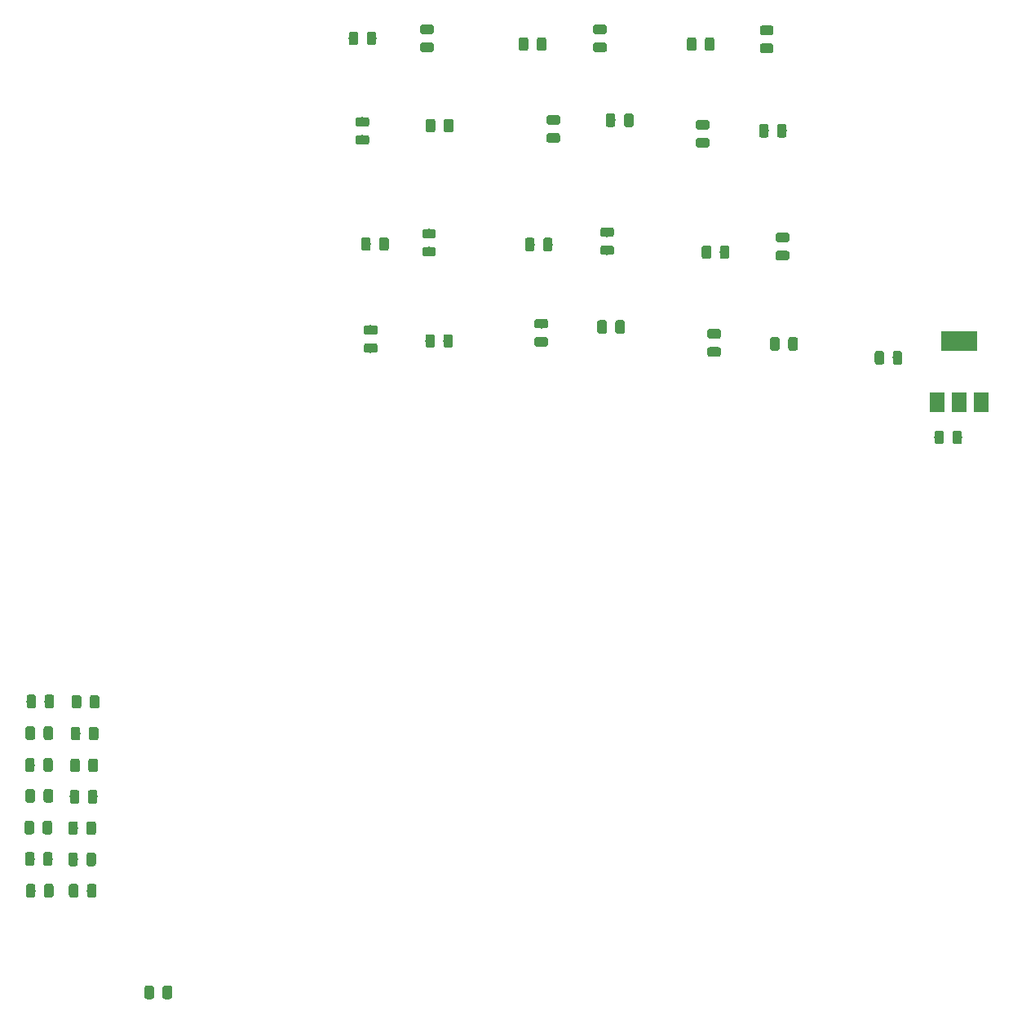
<source format=gtp>
G04 #@! TF.GenerationSoftware,KiCad,Pcbnew,(5.1.2)-2*
G04 #@! TF.CreationDate,2021-07-04T15:20:40+03:00*
G04 #@! TF.ProjectId,control_board,636f6e74-726f-46c5-9f62-6f6172642e6b,rev?*
G04 #@! TF.SameCoordinates,Original*
G04 #@! TF.FileFunction,Paste,Top*
G04 #@! TF.FilePolarity,Positive*
%FSLAX46Y46*%
G04 Gerber Fmt 4.6, Leading zero omitted, Abs format (unit mm)*
G04 Created by KiCad (PCBNEW (5.1.2)-2) date 2021-07-04 15:20:40*
%MOMM*%
%LPD*%
G04 APERTURE LIST*
%ADD10C,0.100000*%
%ADD11C,0.975000*%
%ADD12R,3.800000X2.000000*%
%ADD13R,1.500000X2.000000*%
G04 APERTURE END LIST*
D10*
G36*
X136005142Y-73801174D02*
G01*
X136028803Y-73804684D01*
X136052007Y-73810496D01*
X136074529Y-73818554D01*
X136096153Y-73828782D01*
X136116670Y-73841079D01*
X136135883Y-73855329D01*
X136153607Y-73871393D01*
X136169671Y-73889117D01*
X136183921Y-73908330D01*
X136196218Y-73928847D01*
X136206446Y-73950471D01*
X136214504Y-73972993D01*
X136220316Y-73996197D01*
X136223826Y-74019858D01*
X136225000Y-74043750D01*
X136225000Y-74956250D01*
X136223826Y-74980142D01*
X136220316Y-75003803D01*
X136214504Y-75027007D01*
X136206446Y-75049529D01*
X136196218Y-75071153D01*
X136183921Y-75091670D01*
X136169671Y-75110883D01*
X136153607Y-75128607D01*
X136135883Y-75144671D01*
X136116670Y-75158921D01*
X136096153Y-75171218D01*
X136074529Y-75181446D01*
X136052007Y-75189504D01*
X136028803Y-75195316D01*
X136005142Y-75198826D01*
X135981250Y-75200000D01*
X135493750Y-75200000D01*
X135469858Y-75198826D01*
X135446197Y-75195316D01*
X135422993Y-75189504D01*
X135400471Y-75181446D01*
X135378847Y-75171218D01*
X135358330Y-75158921D01*
X135339117Y-75144671D01*
X135321393Y-75128607D01*
X135305329Y-75110883D01*
X135291079Y-75091670D01*
X135278782Y-75071153D01*
X135268554Y-75049529D01*
X135260496Y-75027007D01*
X135254684Y-75003803D01*
X135251174Y-74980142D01*
X135250000Y-74956250D01*
X135250000Y-74043750D01*
X135251174Y-74019858D01*
X135254684Y-73996197D01*
X135260496Y-73972993D01*
X135268554Y-73950471D01*
X135278782Y-73928847D01*
X135291079Y-73908330D01*
X135305329Y-73889117D01*
X135321393Y-73871393D01*
X135339117Y-73855329D01*
X135358330Y-73841079D01*
X135378847Y-73828782D01*
X135400471Y-73818554D01*
X135422993Y-73810496D01*
X135446197Y-73804684D01*
X135469858Y-73801174D01*
X135493750Y-73800000D01*
X135981250Y-73800000D01*
X136005142Y-73801174D01*
X136005142Y-73801174D01*
G37*
D11*
X135737500Y-74500000D03*
D10*
G36*
X134130142Y-73801174D02*
G01*
X134153803Y-73804684D01*
X134177007Y-73810496D01*
X134199529Y-73818554D01*
X134221153Y-73828782D01*
X134241670Y-73841079D01*
X134260883Y-73855329D01*
X134278607Y-73871393D01*
X134294671Y-73889117D01*
X134308921Y-73908330D01*
X134321218Y-73928847D01*
X134331446Y-73950471D01*
X134339504Y-73972993D01*
X134345316Y-73996197D01*
X134348826Y-74019858D01*
X134350000Y-74043750D01*
X134350000Y-74956250D01*
X134348826Y-74980142D01*
X134345316Y-75003803D01*
X134339504Y-75027007D01*
X134331446Y-75049529D01*
X134321218Y-75071153D01*
X134308921Y-75091670D01*
X134294671Y-75110883D01*
X134278607Y-75128607D01*
X134260883Y-75144671D01*
X134241670Y-75158921D01*
X134221153Y-75171218D01*
X134199529Y-75181446D01*
X134177007Y-75189504D01*
X134153803Y-75195316D01*
X134130142Y-75198826D01*
X134106250Y-75200000D01*
X133618750Y-75200000D01*
X133594858Y-75198826D01*
X133571197Y-75195316D01*
X133547993Y-75189504D01*
X133525471Y-75181446D01*
X133503847Y-75171218D01*
X133483330Y-75158921D01*
X133464117Y-75144671D01*
X133446393Y-75128607D01*
X133430329Y-75110883D01*
X133416079Y-75091670D01*
X133403782Y-75071153D01*
X133393554Y-75049529D01*
X133385496Y-75027007D01*
X133379684Y-75003803D01*
X133376174Y-74980142D01*
X133375000Y-74956250D01*
X133375000Y-74043750D01*
X133376174Y-74019858D01*
X133379684Y-73996197D01*
X133385496Y-73972993D01*
X133393554Y-73950471D01*
X133403782Y-73928847D01*
X133416079Y-73908330D01*
X133430329Y-73889117D01*
X133446393Y-73871393D01*
X133464117Y-73855329D01*
X133483330Y-73841079D01*
X133503847Y-73828782D01*
X133525471Y-73818554D01*
X133547993Y-73810496D01*
X133571197Y-73804684D01*
X133594858Y-73801174D01*
X133618750Y-73800000D01*
X134106250Y-73800000D01*
X134130142Y-73801174D01*
X134130142Y-73801174D01*
G37*
D11*
X133862500Y-74500000D03*
D10*
G36*
X41605142Y-117551174D02*
G01*
X41628803Y-117554684D01*
X41652007Y-117560496D01*
X41674529Y-117568554D01*
X41696153Y-117578782D01*
X41716670Y-117591079D01*
X41735883Y-117605329D01*
X41753607Y-117621393D01*
X41769671Y-117639117D01*
X41783921Y-117658330D01*
X41796218Y-117678847D01*
X41806446Y-117700471D01*
X41814504Y-117722993D01*
X41820316Y-117746197D01*
X41823826Y-117769858D01*
X41825000Y-117793750D01*
X41825000Y-118706250D01*
X41823826Y-118730142D01*
X41820316Y-118753803D01*
X41814504Y-118777007D01*
X41806446Y-118799529D01*
X41796218Y-118821153D01*
X41783921Y-118841670D01*
X41769671Y-118860883D01*
X41753607Y-118878607D01*
X41735883Y-118894671D01*
X41716670Y-118908921D01*
X41696153Y-118921218D01*
X41674529Y-118931446D01*
X41652007Y-118939504D01*
X41628803Y-118945316D01*
X41605142Y-118948826D01*
X41581250Y-118950000D01*
X41093750Y-118950000D01*
X41069858Y-118948826D01*
X41046197Y-118945316D01*
X41022993Y-118939504D01*
X41000471Y-118931446D01*
X40978847Y-118921218D01*
X40958330Y-118908921D01*
X40939117Y-118894671D01*
X40921393Y-118878607D01*
X40905329Y-118860883D01*
X40891079Y-118841670D01*
X40878782Y-118821153D01*
X40868554Y-118799529D01*
X40860496Y-118777007D01*
X40854684Y-118753803D01*
X40851174Y-118730142D01*
X40850000Y-118706250D01*
X40850000Y-117793750D01*
X40851174Y-117769858D01*
X40854684Y-117746197D01*
X40860496Y-117722993D01*
X40868554Y-117700471D01*
X40878782Y-117678847D01*
X40891079Y-117658330D01*
X40905329Y-117639117D01*
X40921393Y-117621393D01*
X40939117Y-117605329D01*
X40958330Y-117591079D01*
X40978847Y-117578782D01*
X41000471Y-117568554D01*
X41022993Y-117560496D01*
X41046197Y-117554684D01*
X41069858Y-117551174D01*
X41093750Y-117550000D01*
X41581250Y-117550000D01*
X41605142Y-117551174D01*
X41605142Y-117551174D01*
G37*
D11*
X41337500Y-118250000D03*
D10*
G36*
X39730142Y-117551174D02*
G01*
X39753803Y-117554684D01*
X39777007Y-117560496D01*
X39799529Y-117568554D01*
X39821153Y-117578782D01*
X39841670Y-117591079D01*
X39860883Y-117605329D01*
X39878607Y-117621393D01*
X39894671Y-117639117D01*
X39908921Y-117658330D01*
X39921218Y-117678847D01*
X39931446Y-117700471D01*
X39939504Y-117722993D01*
X39945316Y-117746197D01*
X39948826Y-117769858D01*
X39950000Y-117793750D01*
X39950000Y-118706250D01*
X39948826Y-118730142D01*
X39945316Y-118753803D01*
X39939504Y-118777007D01*
X39931446Y-118799529D01*
X39921218Y-118821153D01*
X39908921Y-118841670D01*
X39894671Y-118860883D01*
X39878607Y-118878607D01*
X39860883Y-118894671D01*
X39841670Y-118908921D01*
X39821153Y-118921218D01*
X39799529Y-118931446D01*
X39777007Y-118939504D01*
X39753803Y-118945316D01*
X39730142Y-118948826D01*
X39706250Y-118950000D01*
X39218750Y-118950000D01*
X39194858Y-118948826D01*
X39171197Y-118945316D01*
X39147993Y-118939504D01*
X39125471Y-118931446D01*
X39103847Y-118921218D01*
X39083330Y-118908921D01*
X39064117Y-118894671D01*
X39046393Y-118878607D01*
X39030329Y-118860883D01*
X39016079Y-118841670D01*
X39003782Y-118821153D01*
X38993554Y-118799529D01*
X38985496Y-118777007D01*
X38979684Y-118753803D01*
X38976174Y-118730142D01*
X38975000Y-118706250D01*
X38975000Y-117793750D01*
X38976174Y-117769858D01*
X38979684Y-117746197D01*
X38985496Y-117722993D01*
X38993554Y-117700471D01*
X39003782Y-117678847D01*
X39016079Y-117658330D01*
X39030329Y-117639117D01*
X39046393Y-117621393D01*
X39064117Y-117605329D01*
X39083330Y-117591079D01*
X39103847Y-117578782D01*
X39125471Y-117568554D01*
X39147993Y-117560496D01*
X39171197Y-117554684D01*
X39194858Y-117551174D01*
X39218750Y-117550000D01*
X39706250Y-117550000D01*
X39730142Y-117551174D01*
X39730142Y-117551174D01*
G37*
D11*
X39462500Y-118250000D03*
D10*
G36*
X39830142Y-120851174D02*
G01*
X39853803Y-120854684D01*
X39877007Y-120860496D01*
X39899529Y-120868554D01*
X39921153Y-120878782D01*
X39941670Y-120891079D01*
X39960883Y-120905329D01*
X39978607Y-120921393D01*
X39994671Y-120939117D01*
X40008921Y-120958330D01*
X40021218Y-120978847D01*
X40031446Y-121000471D01*
X40039504Y-121022993D01*
X40045316Y-121046197D01*
X40048826Y-121069858D01*
X40050000Y-121093750D01*
X40050000Y-122006250D01*
X40048826Y-122030142D01*
X40045316Y-122053803D01*
X40039504Y-122077007D01*
X40031446Y-122099529D01*
X40021218Y-122121153D01*
X40008921Y-122141670D01*
X39994671Y-122160883D01*
X39978607Y-122178607D01*
X39960883Y-122194671D01*
X39941670Y-122208921D01*
X39921153Y-122221218D01*
X39899529Y-122231446D01*
X39877007Y-122239504D01*
X39853803Y-122245316D01*
X39830142Y-122248826D01*
X39806250Y-122250000D01*
X39318750Y-122250000D01*
X39294858Y-122248826D01*
X39271197Y-122245316D01*
X39247993Y-122239504D01*
X39225471Y-122231446D01*
X39203847Y-122221218D01*
X39183330Y-122208921D01*
X39164117Y-122194671D01*
X39146393Y-122178607D01*
X39130329Y-122160883D01*
X39116079Y-122141670D01*
X39103782Y-122121153D01*
X39093554Y-122099529D01*
X39085496Y-122077007D01*
X39079684Y-122053803D01*
X39076174Y-122030142D01*
X39075000Y-122006250D01*
X39075000Y-121093750D01*
X39076174Y-121069858D01*
X39079684Y-121046197D01*
X39085496Y-121022993D01*
X39093554Y-121000471D01*
X39103782Y-120978847D01*
X39116079Y-120958330D01*
X39130329Y-120939117D01*
X39146393Y-120921393D01*
X39164117Y-120905329D01*
X39183330Y-120891079D01*
X39203847Y-120878782D01*
X39225471Y-120868554D01*
X39247993Y-120860496D01*
X39271197Y-120854684D01*
X39294858Y-120851174D01*
X39318750Y-120850000D01*
X39806250Y-120850000D01*
X39830142Y-120851174D01*
X39830142Y-120851174D01*
G37*
D11*
X39562500Y-121550000D03*
D10*
G36*
X41705142Y-120851174D02*
G01*
X41728803Y-120854684D01*
X41752007Y-120860496D01*
X41774529Y-120868554D01*
X41796153Y-120878782D01*
X41816670Y-120891079D01*
X41835883Y-120905329D01*
X41853607Y-120921393D01*
X41869671Y-120939117D01*
X41883921Y-120958330D01*
X41896218Y-120978847D01*
X41906446Y-121000471D01*
X41914504Y-121022993D01*
X41920316Y-121046197D01*
X41923826Y-121069858D01*
X41925000Y-121093750D01*
X41925000Y-122006250D01*
X41923826Y-122030142D01*
X41920316Y-122053803D01*
X41914504Y-122077007D01*
X41906446Y-122099529D01*
X41896218Y-122121153D01*
X41883921Y-122141670D01*
X41869671Y-122160883D01*
X41853607Y-122178607D01*
X41835883Y-122194671D01*
X41816670Y-122208921D01*
X41796153Y-122221218D01*
X41774529Y-122231446D01*
X41752007Y-122239504D01*
X41728803Y-122245316D01*
X41705142Y-122248826D01*
X41681250Y-122250000D01*
X41193750Y-122250000D01*
X41169858Y-122248826D01*
X41146197Y-122245316D01*
X41122993Y-122239504D01*
X41100471Y-122231446D01*
X41078847Y-122221218D01*
X41058330Y-122208921D01*
X41039117Y-122194671D01*
X41021393Y-122178607D01*
X41005329Y-122160883D01*
X40991079Y-122141670D01*
X40978782Y-122121153D01*
X40968554Y-122099529D01*
X40960496Y-122077007D01*
X40954684Y-122053803D01*
X40951174Y-122030142D01*
X40950000Y-122006250D01*
X40950000Y-121093750D01*
X40951174Y-121069858D01*
X40954684Y-121046197D01*
X40960496Y-121022993D01*
X40968554Y-121000471D01*
X40978782Y-120978847D01*
X40991079Y-120958330D01*
X41005329Y-120939117D01*
X41021393Y-120921393D01*
X41039117Y-120905329D01*
X41058330Y-120891079D01*
X41078847Y-120878782D01*
X41100471Y-120868554D01*
X41122993Y-120860496D01*
X41146197Y-120854684D01*
X41169858Y-120851174D01*
X41193750Y-120850000D01*
X41681250Y-120850000D01*
X41705142Y-120851174D01*
X41705142Y-120851174D01*
G37*
D11*
X41437500Y-121550000D03*
D10*
G36*
X39680142Y-114301174D02*
G01*
X39703803Y-114304684D01*
X39727007Y-114310496D01*
X39749529Y-114318554D01*
X39771153Y-114328782D01*
X39791670Y-114341079D01*
X39810883Y-114355329D01*
X39828607Y-114371393D01*
X39844671Y-114389117D01*
X39858921Y-114408330D01*
X39871218Y-114428847D01*
X39881446Y-114450471D01*
X39889504Y-114472993D01*
X39895316Y-114496197D01*
X39898826Y-114519858D01*
X39900000Y-114543750D01*
X39900000Y-115456250D01*
X39898826Y-115480142D01*
X39895316Y-115503803D01*
X39889504Y-115527007D01*
X39881446Y-115549529D01*
X39871218Y-115571153D01*
X39858921Y-115591670D01*
X39844671Y-115610883D01*
X39828607Y-115628607D01*
X39810883Y-115644671D01*
X39791670Y-115658921D01*
X39771153Y-115671218D01*
X39749529Y-115681446D01*
X39727007Y-115689504D01*
X39703803Y-115695316D01*
X39680142Y-115698826D01*
X39656250Y-115700000D01*
X39168750Y-115700000D01*
X39144858Y-115698826D01*
X39121197Y-115695316D01*
X39097993Y-115689504D01*
X39075471Y-115681446D01*
X39053847Y-115671218D01*
X39033330Y-115658921D01*
X39014117Y-115644671D01*
X38996393Y-115628607D01*
X38980329Y-115610883D01*
X38966079Y-115591670D01*
X38953782Y-115571153D01*
X38943554Y-115549529D01*
X38935496Y-115527007D01*
X38929684Y-115503803D01*
X38926174Y-115480142D01*
X38925000Y-115456250D01*
X38925000Y-114543750D01*
X38926174Y-114519858D01*
X38929684Y-114496197D01*
X38935496Y-114472993D01*
X38943554Y-114450471D01*
X38953782Y-114428847D01*
X38966079Y-114408330D01*
X38980329Y-114389117D01*
X38996393Y-114371393D01*
X39014117Y-114355329D01*
X39033330Y-114341079D01*
X39053847Y-114328782D01*
X39075471Y-114318554D01*
X39097993Y-114310496D01*
X39121197Y-114304684D01*
X39144858Y-114301174D01*
X39168750Y-114300000D01*
X39656250Y-114300000D01*
X39680142Y-114301174D01*
X39680142Y-114301174D01*
G37*
D11*
X39412500Y-115000000D03*
D10*
G36*
X41555142Y-114301174D02*
G01*
X41578803Y-114304684D01*
X41602007Y-114310496D01*
X41624529Y-114318554D01*
X41646153Y-114328782D01*
X41666670Y-114341079D01*
X41685883Y-114355329D01*
X41703607Y-114371393D01*
X41719671Y-114389117D01*
X41733921Y-114408330D01*
X41746218Y-114428847D01*
X41756446Y-114450471D01*
X41764504Y-114472993D01*
X41770316Y-114496197D01*
X41773826Y-114519858D01*
X41775000Y-114543750D01*
X41775000Y-115456250D01*
X41773826Y-115480142D01*
X41770316Y-115503803D01*
X41764504Y-115527007D01*
X41756446Y-115549529D01*
X41746218Y-115571153D01*
X41733921Y-115591670D01*
X41719671Y-115610883D01*
X41703607Y-115628607D01*
X41685883Y-115644671D01*
X41666670Y-115658921D01*
X41646153Y-115671218D01*
X41624529Y-115681446D01*
X41602007Y-115689504D01*
X41578803Y-115695316D01*
X41555142Y-115698826D01*
X41531250Y-115700000D01*
X41043750Y-115700000D01*
X41019858Y-115698826D01*
X40996197Y-115695316D01*
X40972993Y-115689504D01*
X40950471Y-115681446D01*
X40928847Y-115671218D01*
X40908330Y-115658921D01*
X40889117Y-115644671D01*
X40871393Y-115628607D01*
X40855329Y-115610883D01*
X40841079Y-115591670D01*
X40828782Y-115571153D01*
X40818554Y-115549529D01*
X40810496Y-115527007D01*
X40804684Y-115503803D01*
X40801174Y-115480142D01*
X40800000Y-115456250D01*
X40800000Y-114543750D01*
X40801174Y-114519858D01*
X40804684Y-114496197D01*
X40810496Y-114472993D01*
X40818554Y-114450471D01*
X40828782Y-114428847D01*
X40841079Y-114408330D01*
X40855329Y-114389117D01*
X40871393Y-114371393D01*
X40889117Y-114355329D01*
X40908330Y-114341079D01*
X40928847Y-114328782D01*
X40950471Y-114318554D01*
X40972993Y-114310496D01*
X40996197Y-114304684D01*
X41019858Y-114301174D01*
X41043750Y-114300000D01*
X41531250Y-114300000D01*
X41555142Y-114301174D01*
X41555142Y-114301174D01*
G37*
D11*
X41287500Y-115000000D03*
D10*
G36*
X41655142Y-111001174D02*
G01*
X41678803Y-111004684D01*
X41702007Y-111010496D01*
X41724529Y-111018554D01*
X41746153Y-111028782D01*
X41766670Y-111041079D01*
X41785883Y-111055329D01*
X41803607Y-111071393D01*
X41819671Y-111089117D01*
X41833921Y-111108330D01*
X41846218Y-111128847D01*
X41856446Y-111150471D01*
X41864504Y-111172993D01*
X41870316Y-111196197D01*
X41873826Y-111219858D01*
X41875000Y-111243750D01*
X41875000Y-112156250D01*
X41873826Y-112180142D01*
X41870316Y-112203803D01*
X41864504Y-112227007D01*
X41856446Y-112249529D01*
X41846218Y-112271153D01*
X41833921Y-112291670D01*
X41819671Y-112310883D01*
X41803607Y-112328607D01*
X41785883Y-112344671D01*
X41766670Y-112358921D01*
X41746153Y-112371218D01*
X41724529Y-112381446D01*
X41702007Y-112389504D01*
X41678803Y-112395316D01*
X41655142Y-112398826D01*
X41631250Y-112400000D01*
X41143750Y-112400000D01*
X41119858Y-112398826D01*
X41096197Y-112395316D01*
X41072993Y-112389504D01*
X41050471Y-112381446D01*
X41028847Y-112371218D01*
X41008330Y-112358921D01*
X40989117Y-112344671D01*
X40971393Y-112328607D01*
X40955329Y-112310883D01*
X40941079Y-112291670D01*
X40928782Y-112271153D01*
X40918554Y-112249529D01*
X40910496Y-112227007D01*
X40904684Y-112203803D01*
X40901174Y-112180142D01*
X40900000Y-112156250D01*
X40900000Y-111243750D01*
X40901174Y-111219858D01*
X40904684Y-111196197D01*
X40910496Y-111172993D01*
X40918554Y-111150471D01*
X40928782Y-111128847D01*
X40941079Y-111108330D01*
X40955329Y-111089117D01*
X40971393Y-111071393D01*
X40989117Y-111055329D01*
X41008330Y-111041079D01*
X41028847Y-111028782D01*
X41050471Y-111018554D01*
X41072993Y-111010496D01*
X41096197Y-111004684D01*
X41119858Y-111001174D01*
X41143750Y-111000000D01*
X41631250Y-111000000D01*
X41655142Y-111001174D01*
X41655142Y-111001174D01*
G37*
D11*
X41387500Y-111700000D03*
D10*
G36*
X39780142Y-111001174D02*
G01*
X39803803Y-111004684D01*
X39827007Y-111010496D01*
X39849529Y-111018554D01*
X39871153Y-111028782D01*
X39891670Y-111041079D01*
X39910883Y-111055329D01*
X39928607Y-111071393D01*
X39944671Y-111089117D01*
X39958921Y-111108330D01*
X39971218Y-111128847D01*
X39981446Y-111150471D01*
X39989504Y-111172993D01*
X39995316Y-111196197D01*
X39998826Y-111219858D01*
X40000000Y-111243750D01*
X40000000Y-112156250D01*
X39998826Y-112180142D01*
X39995316Y-112203803D01*
X39989504Y-112227007D01*
X39981446Y-112249529D01*
X39971218Y-112271153D01*
X39958921Y-112291670D01*
X39944671Y-112310883D01*
X39928607Y-112328607D01*
X39910883Y-112344671D01*
X39891670Y-112358921D01*
X39871153Y-112371218D01*
X39849529Y-112381446D01*
X39827007Y-112389504D01*
X39803803Y-112395316D01*
X39780142Y-112398826D01*
X39756250Y-112400000D01*
X39268750Y-112400000D01*
X39244858Y-112398826D01*
X39221197Y-112395316D01*
X39197993Y-112389504D01*
X39175471Y-112381446D01*
X39153847Y-112371218D01*
X39133330Y-112358921D01*
X39114117Y-112344671D01*
X39096393Y-112328607D01*
X39080329Y-112310883D01*
X39066079Y-112291670D01*
X39053782Y-112271153D01*
X39043554Y-112249529D01*
X39035496Y-112227007D01*
X39029684Y-112203803D01*
X39026174Y-112180142D01*
X39025000Y-112156250D01*
X39025000Y-111243750D01*
X39026174Y-111219858D01*
X39029684Y-111196197D01*
X39035496Y-111172993D01*
X39043554Y-111150471D01*
X39053782Y-111128847D01*
X39066079Y-111108330D01*
X39080329Y-111089117D01*
X39096393Y-111071393D01*
X39114117Y-111055329D01*
X39133330Y-111041079D01*
X39153847Y-111028782D01*
X39175471Y-111018554D01*
X39197993Y-111010496D01*
X39221197Y-111004684D01*
X39244858Y-111001174D01*
X39268750Y-111000000D01*
X39756250Y-111000000D01*
X39780142Y-111001174D01*
X39780142Y-111001174D01*
G37*
D11*
X39512500Y-111700000D03*
D10*
G36*
X39742642Y-107801174D02*
G01*
X39766303Y-107804684D01*
X39789507Y-107810496D01*
X39812029Y-107818554D01*
X39833653Y-107828782D01*
X39854170Y-107841079D01*
X39873383Y-107855329D01*
X39891107Y-107871393D01*
X39907171Y-107889117D01*
X39921421Y-107908330D01*
X39933718Y-107928847D01*
X39943946Y-107950471D01*
X39952004Y-107972993D01*
X39957816Y-107996197D01*
X39961326Y-108019858D01*
X39962500Y-108043750D01*
X39962500Y-108956250D01*
X39961326Y-108980142D01*
X39957816Y-109003803D01*
X39952004Y-109027007D01*
X39943946Y-109049529D01*
X39933718Y-109071153D01*
X39921421Y-109091670D01*
X39907171Y-109110883D01*
X39891107Y-109128607D01*
X39873383Y-109144671D01*
X39854170Y-109158921D01*
X39833653Y-109171218D01*
X39812029Y-109181446D01*
X39789507Y-109189504D01*
X39766303Y-109195316D01*
X39742642Y-109198826D01*
X39718750Y-109200000D01*
X39231250Y-109200000D01*
X39207358Y-109198826D01*
X39183697Y-109195316D01*
X39160493Y-109189504D01*
X39137971Y-109181446D01*
X39116347Y-109171218D01*
X39095830Y-109158921D01*
X39076617Y-109144671D01*
X39058893Y-109128607D01*
X39042829Y-109110883D01*
X39028579Y-109091670D01*
X39016282Y-109071153D01*
X39006054Y-109049529D01*
X38997996Y-109027007D01*
X38992184Y-109003803D01*
X38988674Y-108980142D01*
X38987500Y-108956250D01*
X38987500Y-108043750D01*
X38988674Y-108019858D01*
X38992184Y-107996197D01*
X38997996Y-107972993D01*
X39006054Y-107950471D01*
X39016282Y-107928847D01*
X39028579Y-107908330D01*
X39042829Y-107889117D01*
X39058893Y-107871393D01*
X39076617Y-107855329D01*
X39095830Y-107841079D01*
X39116347Y-107828782D01*
X39137971Y-107818554D01*
X39160493Y-107810496D01*
X39183697Y-107804684D01*
X39207358Y-107801174D01*
X39231250Y-107800000D01*
X39718750Y-107800000D01*
X39742642Y-107801174D01*
X39742642Y-107801174D01*
G37*
D11*
X39475000Y-108500000D03*
D10*
G36*
X41617642Y-107801174D02*
G01*
X41641303Y-107804684D01*
X41664507Y-107810496D01*
X41687029Y-107818554D01*
X41708653Y-107828782D01*
X41729170Y-107841079D01*
X41748383Y-107855329D01*
X41766107Y-107871393D01*
X41782171Y-107889117D01*
X41796421Y-107908330D01*
X41808718Y-107928847D01*
X41818946Y-107950471D01*
X41827004Y-107972993D01*
X41832816Y-107996197D01*
X41836326Y-108019858D01*
X41837500Y-108043750D01*
X41837500Y-108956250D01*
X41836326Y-108980142D01*
X41832816Y-109003803D01*
X41827004Y-109027007D01*
X41818946Y-109049529D01*
X41808718Y-109071153D01*
X41796421Y-109091670D01*
X41782171Y-109110883D01*
X41766107Y-109128607D01*
X41748383Y-109144671D01*
X41729170Y-109158921D01*
X41708653Y-109171218D01*
X41687029Y-109181446D01*
X41664507Y-109189504D01*
X41641303Y-109195316D01*
X41617642Y-109198826D01*
X41593750Y-109200000D01*
X41106250Y-109200000D01*
X41082358Y-109198826D01*
X41058697Y-109195316D01*
X41035493Y-109189504D01*
X41012971Y-109181446D01*
X40991347Y-109171218D01*
X40970830Y-109158921D01*
X40951617Y-109144671D01*
X40933893Y-109128607D01*
X40917829Y-109110883D01*
X40903579Y-109091670D01*
X40891282Y-109071153D01*
X40881054Y-109049529D01*
X40872996Y-109027007D01*
X40867184Y-109003803D01*
X40863674Y-108980142D01*
X40862500Y-108956250D01*
X40862500Y-108043750D01*
X40863674Y-108019858D01*
X40867184Y-107996197D01*
X40872996Y-107972993D01*
X40881054Y-107950471D01*
X40891282Y-107928847D01*
X40903579Y-107908330D01*
X40917829Y-107889117D01*
X40933893Y-107871393D01*
X40951617Y-107855329D01*
X40970830Y-107841079D01*
X40991347Y-107828782D01*
X41012971Y-107818554D01*
X41035493Y-107810496D01*
X41058697Y-107804684D01*
X41082358Y-107801174D01*
X41106250Y-107800000D01*
X41593750Y-107800000D01*
X41617642Y-107801174D01*
X41617642Y-107801174D01*
G37*
D11*
X41350000Y-108500000D03*
D10*
G36*
X39880142Y-101201174D02*
G01*
X39903803Y-101204684D01*
X39927007Y-101210496D01*
X39949529Y-101218554D01*
X39971153Y-101228782D01*
X39991670Y-101241079D01*
X40010883Y-101255329D01*
X40028607Y-101271393D01*
X40044671Y-101289117D01*
X40058921Y-101308330D01*
X40071218Y-101328847D01*
X40081446Y-101350471D01*
X40089504Y-101372993D01*
X40095316Y-101396197D01*
X40098826Y-101419858D01*
X40100000Y-101443750D01*
X40100000Y-102356250D01*
X40098826Y-102380142D01*
X40095316Y-102403803D01*
X40089504Y-102427007D01*
X40081446Y-102449529D01*
X40071218Y-102471153D01*
X40058921Y-102491670D01*
X40044671Y-102510883D01*
X40028607Y-102528607D01*
X40010883Y-102544671D01*
X39991670Y-102558921D01*
X39971153Y-102571218D01*
X39949529Y-102581446D01*
X39927007Y-102589504D01*
X39903803Y-102595316D01*
X39880142Y-102598826D01*
X39856250Y-102600000D01*
X39368750Y-102600000D01*
X39344858Y-102598826D01*
X39321197Y-102595316D01*
X39297993Y-102589504D01*
X39275471Y-102581446D01*
X39253847Y-102571218D01*
X39233330Y-102558921D01*
X39214117Y-102544671D01*
X39196393Y-102528607D01*
X39180329Y-102510883D01*
X39166079Y-102491670D01*
X39153782Y-102471153D01*
X39143554Y-102449529D01*
X39135496Y-102427007D01*
X39129684Y-102403803D01*
X39126174Y-102380142D01*
X39125000Y-102356250D01*
X39125000Y-101443750D01*
X39126174Y-101419858D01*
X39129684Y-101396197D01*
X39135496Y-101372993D01*
X39143554Y-101350471D01*
X39153782Y-101328847D01*
X39166079Y-101308330D01*
X39180329Y-101289117D01*
X39196393Y-101271393D01*
X39214117Y-101255329D01*
X39233330Y-101241079D01*
X39253847Y-101228782D01*
X39275471Y-101218554D01*
X39297993Y-101210496D01*
X39321197Y-101204684D01*
X39344858Y-101201174D01*
X39368750Y-101200000D01*
X39856250Y-101200000D01*
X39880142Y-101201174D01*
X39880142Y-101201174D01*
G37*
D11*
X39612500Y-101900000D03*
D10*
G36*
X41755142Y-101201174D02*
G01*
X41778803Y-101204684D01*
X41802007Y-101210496D01*
X41824529Y-101218554D01*
X41846153Y-101228782D01*
X41866670Y-101241079D01*
X41885883Y-101255329D01*
X41903607Y-101271393D01*
X41919671Y-101289117D01*
X41933921Y-101308330D01*
X41946218Y-101328847D01*
X41956446Y-101350471D01*
X41964504Y-101372993D01*
X41970316Y-101396197D01*
X41973826Y-101419858D01*
X41975000Y-101443750D01*
X41975000Y-102356250D01*
X41973826Y-102380142D01*
X41970316Y-102403803D01*
X41964504Y-102427007D01*
X41956446Y-102449529D01*
X41946218Y-102471153D01*
X41933921Y-102491670D01*
X41919671Y-102510883D01*
X41903607Y-102528607D01*
X41885883Y-102544671D01*
X41866670Y-102558921D01*
X41846153Y-102571218D01*
X41824529Y-102581446D01*
X41802007Y-102589504D01*
X41778803Y-102595316D01*
X41755142Y-102598826D01*
X41731250Y-102600000D01*
X41243750Y-102600000D01*
X41219858Y-102598826D01*
X41196197Y-102595316D01*
X41172993Y-102589504D01*
X41150471Y-102581446D01*
X41128847Y-102571218D01*
X41108330Y-102558921D01*
X41089117Y-102544671D01*
X41071393Y-102528607D01*
X41055329Y-102510883D01*
X41041079Y-102491670D01*
X41028782Y-102471153D01*
X41018554Y-102449529D01*
X41010496Y-102427007D01*
X41004684Y-102403803D01*
X41001174Y-102380142D01*
X41000000Y-102356250D01*
X41000000Y-101443750D01*
X41001174Y-101419858D01*
X41004684Y-101396197D01*
X41010496Y-101372993D01*
X41018554Y-101350471D01*
X41028782Y-101328847D01*
X41041079Y-101308330D01*
X41055329Y-101289117D01*
X41071393Y-101271393D01*
X41089117Y-101255329D01*
X41108330Y-101241079D01*
X41128847Y-101228782D01*
X41150471Y-101218554D01*
X41172993Y-101210496D01*
X41196197Y-101204684D01*
X41219858Y-101201174D01*
X41243750Y-101200000D01*
X41731250Y-101200000D01*
X41755142Y-101201174D01*
X41755142Y-101201174D01*
G37*
D11*
X41487500Y-101900000D03*
D10*
G36*
X41655142Y-104501174D02*
G01*
X41678803Y-104504684D01*
X41702007Y-104510496D01*
X41724529Y-104518554D01*
X41746153Y-104528782D01*
X41766670Y-104541079D01*
X41785883Y-104555329D01*
X41803607Y-104571393D01*
X41819671Y-104589117D01*
X41833921Y-104608330D01*
X41846218Y-104628847D01*
X41856446Y-104650471D01*
X41864504Y-104672993D01*
X41870316Y-104696197D01*
X41873826Y-104719858D01*
X41875000Y-104743750D01*
X41875000Y-105656250D01*
X41873826Y-105680142D01*
X41870316Y-105703803D01*
X41864504Y-105727007D01*
X41856446Y-105749529D01*
X41846218Y-105771153D01*
X41833921Y-105791670D01*
X41819671Y-105810883D01*
X41803607Y-105828607D01*
X41785883Y-105844671D01*
X41766670Y-105858921D01*
X41746153Y-105871218D01*
X41724529Y-105881446D01*
X41702007Y-105889504D01*
X41678803Y-105895316D01*
X41655142Y-105898826D01*
X41631250Y-105900000D01*
X41143750Y-105900000D01*
X41119858Y-105898826D01*
X41096197Y-105895316D01*
X41072993Y-105889504D01*
X41050471Y-105881446D01*
X41028847Y-105871218D01*
X41008330Y-105858921D01*
X40989117Y-105844671D01*
X40971393Y-105828607D01*
X40955329Y-105810883D01*
X40941079Y-105791670D01*
X40928782Y-105771153D01*
X40918554Y-105749529D01*
X40910496Y-105727007D01*
X40904684Y-105703803D01*
X40901174Y-105680142D01*
X40900000Y-105656250D01*
X40900000Y-104743750D01*
X40901174Y-104719858D01*
X40904684Y-104696197D01*
X40910496Y-104672993D01*
X40918554Y-104650471D01*
X40928782Y-104628847D01*
X40941079Y-104608330D01*
X40955329Y-104589117D01*
X40971393Y-104571393D01*
X40989117Y-104555329D01*
X41008330Y-104541079D01*
X41028847Y-104528782D01*
X41050471Y-104518554D01*
X41072993Y-104510496D01*
X41096197Y-104504684D01*
X41119858Y-104501174D01*
X41143750Y-104500000D01*
X41631250Y-104500000D01*
X41655142Y-104501174D01*
X41655142Y-104501174D01*
G37*
D11*
X41387500Y-105200000D03*
D10*
G36*
X39780142Y-104501174D02*
G01*
X39803803Y-104504684D01*
X39827007Y-104510496D01*
X39849529Y-104518554D01*
X39871153Y-104528782D01*
X39891670Y-104541079D01*
X39910883Y-104555329D01*
X39928607Y-104571393D01*
X39944671Y-104589117D01*
X39958921Y-104608330D01*
X39971218Y-104628847D01*
X39981446Y-104650471D01*
X39989504Y-104672993D01*
X39995316Y-104696197D01*
X39998826Y-104719858D01*
X40000000Y-104743750D01*
X40000000Y-105656250D01*
X39998826Y-105680142D01*
X39995316Y-105703803D01*
X39989504Y-105727007D01*
X39981446Y-105749529D01*
X39971218Y-105771153D01*
X39958921Y-105791670D01*
X39944671Y-105810883D01*
X39928607Y-105828607D01*
X39910883Y-105844671D01*
X39891670Y-105858921D01*
X39871153Y-105871218D01*
X39849529Y-105881446D01*
X39827007Y-105889504D01*
X39803803Y-105895316D01*
X39780142Y-105898826D01*
X39756250Y-105900000D01*
X39268750Y-105900000D01*
X39244858Y-105898826D01*
X39221197Y-105895316D01*
X39197993Y-105889504D01*
X39175471Y-105881446D01*
X39153847Y-105871218D01*
X39133330Y-105858921D01*
X39114117Y-105844671D01*
X39096393Y-105828607D01*
X39080329Y-105810883D01*
X39066079Y-105791670D01*
X39053782Y-105771153D01*
X39043554Y-105749529D01*
X39035496Y-105727007D01*
X39029684Y-105703803D01*
X39026174Y-105680142D01*
X39025000Y-105656250D01*
X39025000Y-104743750D01*
X39026174Y-104719858D01*
X39029684Y-104696197D01*
X39035496Y-104672993D01*
X39043554Y-104650471D01*
X39053782Y-104628847D01*
X39066079Y-104608330D01*
X39080329Y-104589117D01*
X39096393Y-104571393D01*
X39114117Y-104555329D01*
X39133330Y-104541079D01*
X39153847Y-104528782D01*
X39175471Y-104518554D01*
X39197993Y-104510496D01*
X39221197Y-104504684D01*
X39244858Y-104501174D01*
X39268750Y-104500000D01*
X39756250Y-104500000D01*
X39780142Y-104501174D01*
X39780142Y-104501174D01*
G37*
D11*
X39512500Y-105200000D03*
D10*
G36*
X46105142Y-117601174D02*
G01*
X46128803Y-117604684D01*
X46152007Y-117610496D01*
X46174529Y-117618554D01*
X46196153Y-117628782D01*
X46216670Y-117641079D01*
X46235883Y-117655329D01*
X46253607Y-117671393D01*
X46269671Y-117689117D01*
X46283921Y-117708330D01*
X46296218Y-117728847D01*
X46306446Y-117750471D01*
X46314504Y-117772993D01*
X46320316Y-117796197D01*
X46323826Y-117819858D01*
X46325000Y-117843750D01*
X46325000Y-118756250D01*
X46323826Y-118780142D01*
X46320316Y-118803803D01*
X46314504Y-118827007D01*
X46306446Y-118849529D01*
X46296218Y-118871153D01*
X46283921Y-118891670D01*
X46269671Y-118910883D01*
X46253607Y-118928607D01*
X46235883Y-118944671D01*
X46216670Y-118958921D01*
X46196153Y-118971218D01*
X46174529Y-118981446D01*
X46152007Y-118989504D01*
X46128803Y-118995316D01*
X46105142Y-118998826D01*
X46081250Y-119000000D01*
X45593750Y-119000000D01*
X45569858Y-118998826D01*
X45546197Y-118995316D01*
X45522993Y-118989504D01*
X45500471Y-118981446D01*
X45478847Y-118971218D01*
X45458330Y-118958921D01*
X45439117Y-118944671D01*
X45421393Y-118928607D01*
X45405329Y-118910883D01*
X45391079Y-118891670D01*
X45378782Y-118871153D01*
X45368554Y-118849529D01*
X45360496Y-118827007D01*
X45354684Y-118803803D01*
X45351174Y-118780142D01*
X45350000Y-118756250D01*
X45350000Y-117843750D01*
X45351174Y-117819858D01*
X45354684Y-117796197D01*
X45360496Y-117772993D01*
X45368554Y-117750471D01*
X45378782Y-117728847D01*
X45391079Y-117708330D01*
X45405329Y-117689117D01*
X45421393Y-117671393D01*
X45439117Y-117655329D01*
X45458330Y-117641079D01*
X45478847Y-117628782D01*
X45500471Y-117618554D01*
X45522993Y-117610496D01*
X45546197Y-117604684D01*
X45569858Y-117601174D01*
X45593750Y-117600000D01*
X46081250Y-117600000D01*
X46105142Y-117601174D01*
X46105142Y-117601174D01*
G37*
D11*
X45837500Y-118300000D03*
D10*
G36*
X44230142Y-117601174D02*
G01*
X44253803Y-117604684D01*
X44277007Y-117610496D01*
X44299529Y-117618554D01*
X44321153Y-117628782D01*
X44341670Y-117641079D01*
X44360883Y-117655329D01*
X44378607Y-117671393D01*
X44394671Y-117689117D01*
X44408921Y-117708330D01*
X44421218Y-117728847D01*
X44431446Y-117750471D01*
X44439504Y-117772993D01*
X44445316Y-117796197D01*
X44448826Y-117819858D01*
X44450000Y-117843750D01*
X44450000Y-118756250D01*
X44448826Y-118780142D01*
X44445316Y-118803803D01*
X44439504Y-118827007D01*
X44431446Y-118849529D01*
X44421218Y-118871153D01*
X44408921Y-118891670D01*
X44394671Y-118910883D01*
X44378607Y-118928607D01*
X44360883Y-118944671D01*
X44341670Y-118958921D01*
X44321153Y-118971218D01*
X44299529Y-118981446D01*
X44277007Y-118989504D01*
X44253803Y-118995316D01*
X44230142Y-118998826D01*
X44206250Y-119000000D01*
X43718750Y-119000000D01*
X43694858Y-118998826D01*
X43671197Y-118995316D01*
X43647993Y-118989504D01*
X43625471Y-118981446D01*
X43603847Y-118971218D01*
X43583330Y-118958921D01*
X43564117Y-118944671D01*
X43546393Y-118928607D01*
X43530329Y-118910883D01*
X43516079Y-118891670D01*
X43503782Y-118871153D01*
X43493554Y-118849529D01*
X43485496Y-118827007D01*
X43479684Y-118803803D01*
X43476174Y-118780142D01*
X43475000Y-118756250D01*
X43475000Y-117843750D01*
X43476174Y-117819858D01*
X43479684Y-117796197D01*
X43485496Y-117772993D01*
X43493554Y-117750471D01*
X43503782Y-117728847D01*
X43516079Y-117708330D01*
X43530329Y-117689117D01*
X43546393Y-117671393D01*
X43564117Y-117655329D01*
X43583330Y-117641079D01*
X43603847Y-117628782D01*
X43625471Y-117618554D01*
X43647993Y-117610496D01*
X43671197Y-117604684D01*
X43694858Y-117601174D01*
X43718750Y-117600000D01*
X44206250Y-117600000D01*
X44230142Y-117601174D01*
X44230142Y-117601174D01*
G37*
D11*
X43962500Y-118300000D03*
D10*
G36*
X44280142Y-120851174D02*
G01*
X44303803Y-120854684D01*
X44327007Y-120860496D01*
X44349529Y-120868554D01*
X44371153Y-120878782D01*
X44391670Y-120891079D01*
X44410883Y-120905329D01*
X44428607Y-120921393D01*
X44444671Y-120939117D01*
X44458921Y-120958330D01*
X44471218Y-120978847D01*
X44481446Y-121000471D01*
X44489504Y-121022993D01*
X44495316Y-121046197D01*
X44498826Y-121069858D01*
X44500000Y-121093750D01*
X44500000Y-122006250D01*
X44498826Y-122030142D01*
X44495316Y-122053803D01*
X44489504Y-122077007D01*
X44481446Y-122099529D01*
X44471218Y-122121153D01*
X44458921Y-122141670D01*
X44444671Y-122160883D01*
X44428607Y-122178607D01*
X44410883Y-122194671D01*
X44391670Y-122208921D01*
X44371153Y-122221218D01*
X44349529Y-122231446D01*
X44327007Y-122239504D01*
X44303803Y-122245316D01*
X44280142Y-122248826D01*
X44256250Y-122250000D01*
X43768750Y-122250000D01*
X43744858Y-122248826D01*
X43721197Y-122245316D01*
X43697993Y-122239504D01*
X43675471Y-122231446D01*
X43653847Y-122221218D01*
X43633330Y-122208921D01*
X43614117Y-122194671D01*
X43596393Y-122178607D01*
X43580329Y-122160883D01*
X43566079Y-122141670D01*
X43553782Y-122121153D01*
X43543554Y-122099529D01*
X43535496Y-122077007D01*
X43529684Y-122053803D01*
X43526174Y-122030142D01*
X43525000Y-122006250D01*
X43525000Y-121093750D01*
X43526174Y-121069858D01*
X43529684Y-121046197D01*
X43535496Y-121022993D01*
X43543554Y-121000471D01*
X43553782Y-120978847D01*
X43566079Y-120958330D01*
X43580329Y-120939117D01*
X43596393Y-120921393D01*
X43614117Y-120905329D01*
X43633330Y-120891079D01*
X43653847Y-120878782D01*
X43675471Y-120868554D01*
X43697993Y-120860496D01*
X43721197Y-120854684D01*
X43744858Y-120851174D01*
X43768750Y-120850000D01*
X44256250Y-120850000D01*
X44280142Y-120851174D01*
X44280142Y-120851174D01*
G37*
D11*
X44012500Y-121550000D03*
D10*
G36*
X46155142Y-120851174D02*
G01*
X46178803Y-120854684D01*
X46202007Y-120860496D01*
X46224529Y-120868554D01*
X46246153Y-120878782D01*
X46266670Y-120891079D01*
X46285883Y-120905329D01*
X46303607Y-120921393D01*
X46319671Y-120939117D01*
X46333921Y-120958330D01*
X46346218Y-120978847D01*
X46356446Y-121000471D01*
X46364504Y-121022993D01*
X46370316Y-121046197D01*
X46373826Y-121069858D01*
X46375000Y-121093750D01*
X46375000Y-122006250D01*
X46373826Y-122030142D01*
X46370316Y-122053803D01*
X46364504Y-122077007D01*
X46356446Y-122099529D01*
X46346218Y-122121153D01*
X46333921Y-122141670D01*
X46319671Y-122160883D01*
X46303607Y-122178607D01*
X46285883Y-122194671D01*
X46266670Y-122208921D01*
X46246153Y-122221218D01*
X46224529Y-122231446D01*
X46202007Y-122239504D01*
X46178803Y-122245316D01*
X46155142Y-122248826D01*
X46131250Y-122250000D01*
X45643750Y-122250000D01*
X45619858Y-122248826D01*
X45596197Y-122245316D01*
X45572993Y-122239504D01*
X45550471Y-122231446D01*
X45528847Y-122221218D01*
X45508330Y-122208921D01*
X45489117Y-122194671D01*
X45471393Y-122178607D01*
X45455329Y-122160883D01*
X45441079Y-122141670D01*
X45428782Y-122121153D01*
X45418554Y-122099529D01*
X45410496Y-122077007D01*
X45404684Y-122053803D01*
X45401174Y-122030142D01*
X45400000Y-122006250D01*
X45400000Y-121093750D01*
X45401174Y-121069858D01*
X45404684Y-121046197D01*
X45410496Y-121022993D01*
X45418554Y-121000471D01*
X45428782Y-120978847D01*
X45441079Y-120958330D01*
X45455329Y-120939117D01*
X45471393Y-120921393D01*
X45489117Y-120905329D01*
X45508330Y-120891079D01*
X45528847Y-120878782D01*
X45550471Y-120868554D01*
X45572993Y-120860496D01*
X45596197Y-120854684D01*
X45619858Y-120851174D01*
X45643750Y-120850000D01*
X46131250Y-120850000D01*
X46155142Y-120851174D01*
X46155142Y-120851174D01*
G37*
D11*
X45887500Y-121550000D03*
D10*
G36*
X46105142Y-114351174D02*
G01*
X46128803Y-114354684D01*
X46152007Y-114360496D01*
X46174529Y-114368554D01*
X46196153Y-114378782D01*
X46216670Y-114391079D01*
X46235883Y-114405329D01*
X46253607Y-114421393D01*
X46269671Y-114439117D01*
X46283921Y-114458330D01*
X46296218Y-114478847D01*
X46306446Y-114500471D01*
X46314504Y-114522993D01*
X46320316Y-114546197D01*
X46323826Y-114569858D01*
X46325000Y-114593750D01*
X46325000Y-115506250D01*
X46323826Y-115530142D01*
X46320316Y-115553803D01*
X46314504Y-115577007D01*
X46306446Y-115599529D01*
X46296218Y-115621153D01*
X46283921Y-115641670D01*
X46269671Y-115660883D01*
X46253607Y-115678607D01*
X46235883Y-115694671D01*
X46216670Y-115708921D01*
X46196153Y-115721218D01*
X46174529Y-115731446D01*
X46152007Y-115739504D01*
X46128803Y-115745316D01*
X46105142Y-115748826D01*
X46081250Y-115750000D01*
X45593750Y-115750000D01*
X45569858Y-115748826D01*
X45546197Y-115745316D01*
X45522993Y-115739504D01*
X45500471Y-115731446D01*
X45478847Y-115721218D01*
X45458330Y-115708921D01*
X45439117Y-115694671D01*
X45421393Y-115678607D01*
X45405329Y-115660883D01*
X45391079Y-115641670D01*
X45378782Y-115621153D01*
X45368554Y-115599529D01*
X45360496Y-115577007D01*
X45354684Y-115553803D01*
X45351174Y-115530142D01*
X45350000Y-115506250D01*
X45350000Y-114593750D01*
X45351174Y-114569858D01*
X45354684Y-114546197D01*
X45360496Y-114522993D01*
X45368554Y-114500471D01*
X45378782Y-114478847D01*
X45391079Y-114458330D01*
X45405329Y-114439117D01*
X45421393Y-114421393D01*
X45439117Y-114405329D01*
X45458330Y-114391079D01*
X45478847Y-114378782D01*
X45500471Y-114368554D01*
X45522993Y-114360496D01*
X45546197Y-114354684D01*
X45569858Y-114351174D01*
X45593750Y-114350000D01*
X46081250Y-114350000D01*
X46105142Y-114351174D01*
X46105142Y-114351174D01*
G37*
D11*
X45837500Y-115050000D03*
D10*
G36*
X44230142Y-114351174D02*
G01*
X44253803Y-114354684D01*
X44277007Y-114360496D01*
X44299529Y-114368554D01*
X44321153Y-114378782D01*
X44341670Y-114391079D01*
X44360883Y-114405329D01*
X44378607Y-114421393D01*
X44394671Y-114439117D01*
X44408921Y-114458330D01*
X44421218Y-114478847D01*
X44431446Y-114500471D01*
X44439504Y-114522993D01*
X44445316Y-114546197D01*
X44448826Y-114569858D01*
X44450000Y-114593750D01*
X44450000Y-115506250D01*
X44448826Y-115530142D01*
X44445316Y-115553803D01*
X44439504Y-115577007D01*
X44431446Y-115599529D01*
X44421218Y-115621153D01*
X44408921Y-115641670D01*
X44394671Y-115660883D01*
X44378607Y-115678607D01*
X44360883Y-115694671D01*
X44341670Y-115708921D01*
X44321153Y-115721218D01*
X44299529Y-115731446D01*
X44277007Y-115739504D01*
X44253803Y-115745316D01*
X44230142Y-115748826D01*
X44206250Y-115750000D01*
X43718750Y-115750000D01*
X43694858Y-115748826D01*
X43671197Y-115745316D01*
X43647993Y-115739504D01*
X43625471Y-115731446D01*
X43603847Y-115721218D01*
X43583330Y-115708921D01*
X43564117Y-115694671D01*
X43546393Y-115678607D01*
X43530329Y-115660883D01*
X43516079Y-115641670D01*
X43503782Y-115621153D01*
X43493554Y-115599529D01*
X43485496Y-115577007D01*
X43479684Y-115553803D01*
X43476174Y-115530142D01*
X43475000Y-115506250D01*
X43475000Y-114593750D01*
X43476174Y-114569858D01*
X43479684Y-114546197D01*
X43485496Y-114522993D01*
X43493554Y-114500471D01*
X43503782Y-114478847D01*
X43516079Y-114458330D01*
X43530329Y-114439117D01*
X43546393Y-114421393D01*
X43564117Y-114405329D01*
X43583330Y-114391079D01*
X43603847Y-114378782D01*
X43625471Y-114368554D01*
X43647993Y-114360496D01*
X43671197Y-114354684D01*
X43694858Y-114351174D01*
X43718750Y-114350000D01*
X44206250Y-114350000D01*
X44230142Y-114351174D01*
X44230142Y-114351174D01*
G37*
D11*
X43962500Y-115050000D03*
D10*
G36*
X44380142Y-111101174D02*
G01*
X44403803Y-111104684D01*
X44427007Y-111110496D01*
X44449529Y-111118554D01*
X44471153Y-111128782D01*
X44491670Y-111141079D01*
X44510883Y-111155329D01*
X44528607Y-111171393D01*
X44544671Y-111189117D01*
X44558921Y-111208330D01*
X44571218Y-111228847D01*
X44581446Y-111250471D01*
X44589504Y-111272993D01*
X44595316Y-111296197D01*
X44598826Y-111319858D01*
X44600000Y-111343750D01*
X44600000Y-112256250D01*
X44598826Y-112280142D01*
X44595316Y-112303803D01*
X44589504Y-112327007D01*
X44581446Y-112349529D01*
X44571218Y-112371153D01*
X44558921Y-112391670D01*
X44544671Y-112410883D01*
X44528607Y-112428607D01*
X44510883Y-112444671D01*
X44491670Y-112458921D01*
X44471153Y-112471218D01*
X44449529Y-112481446D01*
X44427007Y-112489504D01*
X44403803Y-112495316D01*
X44380142Y-112498826D01*
X44356250Y-112500000D01*
X43868750Y-112500000D01*
X43844858Y-112498826D01*
X43821197Y-112495316D01*
X43797993Y-112489504D01*
X43775471Y-112481446D01*
X43753847Y-112471218D01*
X43733330Y-112458921D01*
X43714117Y-112444671D01*
X43696393Y-112428607D01*
X43680329Y-112410883D01*
X43666079Y-112391670D01*
X43653782Y-112371153D01*
X43643554Y-112349529D01*
X43635496Y-112327007D01*
X43629684Y-112303803D01*
X43626174Y-112280142D01*
X43625000Y-112256250D01*
X43625000Y-111343750D01*
X43626174Y-111319858D01*
X43629684Y-111296197D01*
X43635496Y-111272993D01*
X43643554Y-111250471D01*
X43653782Y-111228847D01*
X43666079Y-111208330D01*
X43680329Y-111189117D01*
X43696393Y-111171393D01*
X43714117Y-111155329D01*
X43733330Y-111141079D01*
X43753847Y-111128782D01*
X43775471Y-111118554D01*
X43797993Y-111110496D01*
X43821197Y-111104684D01*
X43844858Y-111101174D01*
X43868750Y-111100000D01*
X44356250Y-111100000D01*
X44380142Y-111101174D01*
X44380142Y-111101174D01*
G37*
D11*
X44112500Y-111800000D03*
D10*
G36*
X46255142Y-111101174D02*
G01*
X46278803Y-111104684D01*
X46302007Y-111110496D01*
X46324529Y-111118554D01*
X46346153Y-111128782D01*
X46366670Y-111141079D01*
X46385883Y-111155329D01*
X46403607Y-111171393D01*
X46419671Y-111189117D01*
X46433921Y-111208330D01*
X46446218Y-111228847D01*
X46456446Y-111250471D01*
X46464504Y-111272993D01*
X46470316Y-111296197D01*
X46473826Y-111319858D01*
X46475000Y-111343750D01*
X46475000Y-112256250D01*
X46473826Y-112280142D01*
X46470316Y-112303803D01*
X46464504Y-112327007D01*
X46456446Y-112349529D01*
X46446218Y-112371153D01*
X46433921Y-112391670D01*
X46419671Y-112410883D01*
X46403607Y-112428607D01*
X46385883Y-112444671D01*
X46366670Y-112458921D01*
X46346153Y-112471218D01*
X46324529Y-112481446D01*
X46302007Y-112489504D01*
X46278803Y-112495316D01*
X46255142Y-112498826D01*
X46231250Y-112500000D01*
X45743750Y-112500000D01*
X45719858Y-112498826D01*
X45696197Y-112495316D01*
X45672993Y-112489504D01*
X45650471Y-112481446D01*
X45628847Y-112471218D01*
X45608330Y-112458921D01*
X45589117Y-112444671D01*
X45571393Y-112428607D01*
X45555329Y-112410883D01*
X45541079Y-112391670D01*
X45528782Y-112371153D01*
X45518554Y-112349529D01*
X45510496Y-112327007D01*
X45504684Y-112303803D01*
X45501174Y-112280142D01*
X45500000Y-112256250D01*
X45500000Y-111343750D01*
X45501174Y-111319858D01*
X45504684Y-111296197D01*
X45510496Y-111272993D01*
X45518554Y-111250471D01*
X45528782Y-111228847D01*
X45541079Y-111208330D01*
X45555329Y-111189117D01*
X45571393Y-111171393D01*
X45589117Y-111155329D01*
X45608330Y-111141079D01*
X45628847Y-111128782D01*
X45650471Y-111118554D01*
X45672993Y-111110496D01*
X45696197Y-111104684D01*
X45719858Y-111101174D01*
X45743750Y-111100000D01*
X46231250Y-111100000D01*
X46255142Y-111101174D01*
X46255142Y-111101174D01*
G37*
D11*
X45987500Y-111800000D03*
D10*
G36*
X46305142Y-107851174D02*
G01*
X46328803Y-107854684D01*
X46352007Y-107860496D01*
X46374529Y-107868554D01*
X46396153Y-107878782D01*
X46416670Y-107891079D01*
X46435883Y-107905329D01*
X46453607Y-107921393D01*
X46469671Y-107939117D01*
X46483921Y-107958330D01*
X46496218Y-107978847D01*
X46506446Y-108000471D01*
X46514504Y-108022993D01*
X46520316Y-108046197D01*
X46523826Y-108069858D01*
X46525000Y-108093750D01*
X46525000Y-109006250D01*
X46523826Y-109030142D01*
X46520316Y-109053803D01*
X46514504Y-109077007D01*
X46506446Y-109099529D01*
X46496218Y-109121153D01*
X46483921Y-109141670D01*
X46469671Y-109160883D01*
X46453607Y-109178607D01*
X46435883Y-109194671D01*
X46416670Y-109208921D01*
X46396153Y-109221218D01*
X46374529Y-109231446D01*
X46352007Y-109239504D01*
X46328803Y-109245316D01*
X46305142Y-109248826D01*
X46281250Y-109250000D01*
X45793750Y-109250000D01*
X45769858Y-109248826D01*
X45746197Y-109245316D01*
X45722993Y-109239504D01*
X45700471Y-109231446D01*
X45678847Y-109221218D01*
X45658330Y-109208921D01*
X45639117Y-109194671D01*
X45621393Y-109178607D01*
X45605329Y-109160883D01*
X45591079Y-109141670D01*
X45578782Y-109121153D01*
X45568554Y-109099529D01*
X45560496Y-109077007D01*
X45554684Y-109053803D01*
X45551174Y-109030142D01*
X45550000Y-109006250D01*
X45550000Y-108093750D01*
X45551174Y-108069858D01*
X45554684Y-108046197D01*
X45560496Y-108022993D01*
X45568554Y-108000471D01*
X45578782Y-107978847D01*
X45591079Y-107958330D01*
X45605329Y-107939117D01*
X45621393Y-107921393D01*
X45639117Y-107905329D01*
X45658330Y-107891079D01*
X45678847Y-107878782D01*
X45700471Y-107868554D01*
X45722993Y-107860496D01*
X45746197Y-107854684D01*
X45769858Y-107851174D01*
X45793750Y-107850000D01*
X46281250Y-107850000D01*
X46305142Y-107851174D01*
X46305142Y-107851174D01*
G37*
D11*
X46037500Y-108550000D03*
D10*
G36*
X44430142Y-107851174D02*
G01*
X44453803Y-107854684D01*
X44477007Y-107860496D01*
X44499529Y-107868554D01*
X44521153Y-107878782D01*
X44541670Y-107891079D01*
X44560883Y-107905329D01*
X44578607Y-107921393D01*
X44594671Y-107939117D01*
X44608921Y-107958330D01*
X44621218Y-107978847D01*
X44631446Y-108000471D01*
X44639504Y-108022993D01*
X44645316Y-108046197D01*
X44648826Y-108069858D01*
X44650000Y-108093750D01*
X44650000Y-109006250D01*
X44648826Y-109030142D01*
X44645316Y-109053803D01*
X44639504Y-109077007D01*
X44631446Y-109099529D01*
X44621218Y-109121153D01*
X44608921Y-109141670D01*
X44594671Y-109160883D01*
X44578607Y-109178607D01*
X44560883Y-109194671D01*
X44541670Y-109208921D01*
X44521153Y-109221218D01*
X44499529Y-109231446D01*
X44477007Y-109239504D01*
X44453803Y-109245316D01*
X44430142Y-109248826D01*
X44406250Y-109250000D01*
X43918750Y-109250000D01*
X43894858Y-109248826D01*
X43871197Y-109245316D01*
X43847993Y-109239504D01*
X43825471Y-109231446D01*
X43803847Y-109221218D01*
X43783330Y-109208921D01*
X43764117Y-109194671D01*
X43746393Y-109178607D01*
X43730329Y-109160883D01*
X43716079Y-109141670D01*
X43703782Y-109121153D01*
X43693554Y-109099529D01*
X43685496Y-109077007D01*
X43679684Y-109053803D01*
X43676174Y-109030142D01*
X43675000Y-109006250D01*
X43675000Y-108093750D01*
X43676174Y-108069858D01*
X43679684Y-108046197D01*
X43685496Y-108022993D01*
X43693554Y-108000471D01*
X43703782Y-107978847D01*
X43716079Y-107958330D01*
X43730329Y-107939117D01*
X43746393Y-107921393D01*
X43764117Y-107905329D01*
X43783330Y-107891079D01*
X43803847Y-107878782D01*
X43825471Y-107868554D01*
X43847993Y-107860496D01*
X43871197Y-107854684D01*
X43894858Y-107851174D01*
X43918750Y-107850000D01*
X44406250Y-107850000D01*
X44430142Y-107851174D01*
X44430142Y-107851174D01*
G37*
D11*
X44162500Y-108550000D03*
D10*
G36*
X46455142Y-101251174D02*
G01*
X46478803Y-101254684D01*
X46502007Y-101260496D01*
X46524529Y-101268554D01*
X46546153Y-101278782D01*
X46566670Y-101291079D01*
X46585883Y-101305329D01*
X46603607Y-101321393D01*
X46619671Y-101339117D01*
X46633921Y-101358330D01*
X46646218Y-101378847D01*
X46656446Y-101400471D01*
X46664504Y-101422993D01*
X46670316Y-101446197D01*
X46673826Y-101469858D01*
X46675000Y-101493750D01*
X46675000Y-102406250D01*
X46673826Y-102430142D01*
X46670316Y-102453803D01*
X46664504Y-102477007D01*
X46656446Y-102499529D01*
X46646218Y-102521153D01*
X46633921Y-102541670D01*
X46619671Y-102560883D01*
X46603607Y-102578607D01*
X46585883Y-102594671D01*
X46566670Y-102608921D01*
X46546153Y-102621218D01*
X46524529Y-102631446D01*
X46502007Y-102639504D01*
X46478803Y-102645316D01*
X46455142Y-102648826D01*
X46431250Y-102650000D01*
X45943750Y-102650000D01*
X45919858Y-102648826D01*
X45896197Y-102645316D01*
X45872993Y-102639504D01*
X45850471Y-102631446D01*
X45828847Y-102621218D01*
X45808330Y-102608921D01*
X45789117Y-102594671D01*
X45771393Y-102578607D01*
X45755329Y-102560883D01*
X45741079Y-102541670D01*
X45728782Y-102521153D01*
X45718554Y-102499529D01*
X45710496Y-102477007D01*
X45704684Y-102453803D01*
X45701174Y-102430142D01*
X45700000Y-102406250D01*
X45700000Y-101493750D01*
X45701174Y-101469858D01*
X45704684Y-101446197D01*
X45710496Y-101422993D01*
X45718554Y-101400471D01*
X45728782Y-101378847D01*
X45741079Y-101358330D01*
X45755329Y-101339117D01*
X45771393Y-101321393D01*
X45789117Y-101305329D01*
X45808330Y-101291079D01*
X45828847Y-101278782D01*
X45850471Y-101268554D01*
X45872993Y-101260496D01*
X45896197Y-101254684D01*
X45919858Y-101251174D01*
X45943750Y-101250000D01*
X46431250Y-101250000D01*
X46455142Y-101251174D01*
X46455142Y-101251174D01*
G37*
D11*
X46187500Y-101950000D03*
D10*
G36*
X44580142Y-101251174D02*
G01*
X44603803Y-101254684D01*
X44627007Y-101260496D01*
X44649529Y-101268554D01*
X44671153Y-101278782D01*
X44691670Y-101291079D01*
X44710883Y-101305329D01*
X44728607Y-101321393D01*
X44744671Y-101339117D01*
X44758921Y-101358330D01*
X44771218Y-101378847D01*
X44781446Y-101400471D01*
X44789504Y-101422993D01*
X44795316Y-101446197D01*
X44798826Y-101469858D01*
X44800000Y-101493750D01*
X44800000Y-102406250D01*
X44798826Y-102430142D01*
X44795316Y-102453803D01*
X44789504Y-102477007D01*
X44781446Y-102499529D01*
X44771218Y-102521153D01*
X44758921Y-102541670D01*
X44744671Y-102560883D01*
X44728607Y-102578607D01*
X44710883Y-102594671D01*
X44691670Y-102608921D01*
X44671153Y-102621218D01*
X44649529Y-102631446D01*
X44627007Y-102639504D01*
X44603803Y-102645316D01*
X44580142Y-102648826D01*
X44556250Y-102650000D01*
X44068750Y-102650000D01*
X44044858Y-102648826D01*
X44021197Y-102645316D01*
X43997993Y-102639504D01*
X43975471Y-102631446D01*
X43953847Y-102621218D01*
X43933330Y-102608921D01*
X43914117Y-102594671D01*
X43896393Y-102578607D01*
X43880329Y-102560883D01*
X43866079Y-102541670D01*
X43853782Y-102521153D01*
X43843554Y-102499529D01*
X43835496Y-102477007D01*
X43829684Y-102453803D01*
X43826174Y-102430142D01*
X43825000Y-102406250D01*
X43825000Y-101493750D01*
X43826174Y-101469858D01*
X43829684Y-101446197D01*
X43835496Y-101422993D01*
X43843554Y-101400471D01*
X43853782Y-101378847D01*
X43866079Y-101358330D01*
X43880329Y-101339117D01*
X43896393Y-101321393D01*
X43914117Y-101305329D01*
X43933330Y-101291079D01*
X43953847Y-101278782D01*
X43975471Y-101268554D01*
X43997993Y-101260496D01*
X44021197Y-101254684D01*
X44044858Y-101251174D01*
X44068750Y-101250000D01*
X44556250Y-101250000D01*
X44580142Y-101251174D01*
X44580142Y-101251174D01*
G37*
D11*
X44312500Y-101950000D03*
D10*
G36*
X44480142Y-104551174D02*
G01*
X44503803Y-104554684D01*
X44527007Y-104560496D01*
X44549529Y-104568554D01*
X44571153Y-104578782D01*
X44591670Y-104591079D01*
X44610883Y-104605329D01*
X44628607Y-104621393D01*
X44644671Y-104639117D01*
X44658921Y-104658330D01*
X44671218Y-104678847D01*
X44681446Y-104700471D01*
X44689504Y-104722993D01*
X44695316Y-104746197D01*
X44698826Y-104769858D01*
X44700000Y-104793750D01*
X44700000Y-105706250D01*
X44698826Y-105730142D01*
X44695316Y-105753803D01*
X44689504Y-105777007D01*
X44681446Y-105799529D01*
X44671218Y-105821153D01*
X44658921Y-105841670D01*
X44644671Y-105860883D01*
X44628607Y-105878607D01*
X44610883Y-105894671D01*
X44591670Y-105908921D01*
X44571153Y-105921218D01*
X44549529Y-105931446D01*
X44527007Y-105939504D01*
X44503803Y-105945316D01*
X44480142Y-105948826D01*
X44456250Y-105950000D01*
X43968750Y-105950000D01*
X43944858Y-105948826D01*
X43921197Y-105945316D01*
X43897993Y-105939504D01*
X43875471Y-105931446D01*
X43853847Y-105921218D01*
X43833330Y-105908921D01*
X43814117Y-105894671D01*
X43796393Y-105878607D01*
X43780329Y-105860883D01*
X43766079Y-105841670D01*
X43753782Y-105821153D01*
X43743554Y-105799529D01*
X43735496Y-105777007D01*
X43729684Y-105753803D01*
X43726174Y-105730142D01*
X43725000Y-105706250D01*
X43725000Y-104793750D01*
X43726174Y-104769858D01*
X43729684Y-104746197D01*
X43735496Y-104722993D01*
X43743554Y-104700471D01*
X43753782Y-104678847D01*
X43766079Y-104658330D01*
X43780329Y-104639117D01*
X43796393Y-104621393D01*
X43814117Y-104605329D01*
X43833330Y-104591079D01*
X43853847Y-104578782D01*
X43875471Y-104568554D01*
X43897993Y-104560496D01*
X43921197Y-104554684D01*
X43944858Y-104551174D01*
X43968750Y-104550000D01*
X44456250Y-104550000D01*
X44480142Y-104551174D01*
X44480142Y-104551174D01*
G37*
D11*
X44212500Y-105250000D03*
D10*
G36*
X46355142Y-104551174D02*
G01*
X46378803Y-104554684D01*
X46402007Y-104560496D01*
X46424529Y-104568554D01*
X46446153Y-104578782D01*
X46466670Y-104591079D01*
X46485883Y-104605329D01*
X46503607Y-104621393D01*
X46519671Y-104639117D01*
X46533921Y-104658330D01*
X46546218Y-104678847D01*
X46556446Y-104700471D01*
X46564504Y-104722993D01*
X46570316Y-104746197D01*
X46573826Y-104769858D01*
X46575000Y-104793750D01*
X46575000Y-105706250D01*
X46573826Y-105730142D01*
X46570316Y-105753803D01*
X46564504Y-105777007D01*
X46556446Y-105799529D01*
X46546218Y-105821153D01*
X46533921Y-105841670D01*
X46519671Y-105860883D01*
X46503607Y-105878607D01*
X46485883Y-105894671D01*
X46466670Y-105908921D01*
X46446153Y-105921218D01*
X46424529Y-105931446D01*
X46402007Y-105939504D01*
X46378803Y-105945316D01*
X46355142Y-105948826D01*
X46331250Y-105950000D01*
X45843750Y-105950000D01*
X45819858Y-105948826D01*
X45796197Y-105945316D01*
X45772993Y-105939504D01*
X45750471Y-105931446D01*
X45728847Y-105921218D01*
X45708330Y-105908921D01*
X45689117Y-105894671D01*
X45671393Y-105878607D01*
X45655329Y-105860883D01*
X45641079Y-105841670D01*
X45628782Y-105821153D01*
X45618554Y-105799529D01*
X45610496Y-105777007D01*
X45604684Y-105753803D01*
X45601174Y-105730142D01*
X45600000Y-105706250D01*
X45600000Y-104793750D01*
X45601174Y-104769858D01*
X45604684Y-104746197D01*
X45610496Y-104722993D01*
X45618554Y-104700471D01*
X45628782Y-104678847D01*
X45641079Y-104658330D01*
X45655329Y-104639117D01*
X45671393Y-104621393D01*
X45689117Y-104605329D01*
X45708330Y-104591079D01*
X45728847Y-104578782D01*
X45750471Y-104568554D01*
X45772993Y-104560496D01*
X45796197Y-104554684D01*
X45819858Y-104551174D01*
X45843750Y-104550000D01*
X46331250Y-104550000D01*
X46355142Y-104551174D01*
X46355142Y-104551174D01*
G37*
D11*
X46087500Y-105250000D03*
D10*
G36*
X52130142Y-131401174D02*
G01*
X52153803Y-131404684D01*
X52177007Y-131410496D01*
X52199529Y-131418554D01*
X52221153Y-131428782D01*
X52241670Y-131441079D01*
X52260883Y-131455329D01*
X52278607Y-131471393D01*
X52294671Y-131489117D01*
X52308921Y-131508330D01*
X52321218Y-131528847D01*
X52331446Y-131550471D01*
X52339504Y-131572993D01*
X52345316Y-131596197D01*
X52348826Y-131619858D01*
X52350000Y-131643750D01*
X52350000Y-132556250D01*
X52348826Y-132580142D01*
X52345316Y-132603803D01*
X52339504Y-132627007D01*
X52331446Y-132649529D01*
X52321218Y-132671153D01*
X52308921Y-132691670D01*
X52294671Y-132710883D01*
X52278607Y-132728607D01*
X52260883Y-132744671D01*
X52241670Y-132758921D01*
X52221153Y-132771218D01*
X52199529Y-132781446D01*
X52177007Y-132789504D01*
X52153803Y-132795316D01*
X52130142Y-132798826D01*
X52106250Y-132800000D01*
X51618750Y-132800000D01*
X51594858Y-132798826D01*
X51571197Y-132795316D01*
X51547993Y-132789504D01*
X51525471Y-132781446D01*
X51503847Y-132771218D01*
X51483330Y-132758921D01*
X51464117Y-132744671D01*
X51446393Y-132728607D01*
X51430329Y-132710883D01*
X51416079Y-132691670D01*
X51403782Y-132671153D01*
X51393554Y-132649529D01*
X51385496Y-132627007D01*
X51379684Y-132603803D01*
X51376174Y-132580142D01*
X51375000Y-132556250D01*
X51375000Y-131643750D01*
X51376174Y-131619858D01*
X51379684Y-131596197D01*
X51385496Y-131572993D01*
X51393554Y-131550471D01*
X51403782Y-131528847D01*
X51416079Y-131508330D01*
X51430329Y-131489117D01*
X51446393Y-131471393D01*
X51464117Y-131455329D01*
X51483330Y-131441079D01*
X51503847Y-131428782D01*
X51525471Y-131418554D01*
X51547993Y-131410496D01*
X51571197Y-131404684D01*
X51594858Y-131401174D01*
X51618750Y-131400000D01*
X52106250Y-131400000D01*
X52130142Y-131401174D01*
X52130142Y-131401174D01*
G37*
D11*
X51862500Y-132100000D03*
D10*
G36*
X54005142Y-131401174D02*
G01*
X54028803Y-131404684D01*
X54052007Y-131410496D01*
X54074529Y-131418554D01*
X54096153Y-131428782D01*
X54116670Y-131441079D01*
X54135883Y-131455329D01*
X54153607Y-131471393D01*
X54169671Y-131489117D01*
X54183921Y-131508330D01*
X54196218Y-131528847D01*
X54206446Y-131550471D01*
X54214504Y-131572993D01*
X54220316Y-131596197D01*
X54223826Y-131619858D01*
X54225000Y-131643750D01*
X54225000Y-132556250D01*
X54223826Y-132580142D01*
X54220316Y-132603803D01*
X54214504Y-132627007D01*
X54206446Y-132649529D01*
X54196218Y-132671153D01*
X54183921Y-132691670D01*
X54169671Y-132710883D01*
X54153607Y-132728607D01*
X54135883Y-132744671D01*
X54116670Y-132758921D01*
X54096153Y-132771218D01*
X54074529Y-132781446D01*
X54052007Y-132789504D01*
X54028803Y-132795316D01*
X54005142Y-132798826D01*
X53981250Y-132800000D01*
X53493750Y-132800000D01*
X53469858Y-132798826D01*
X53446197Y-132795316D01*
X53422993Y-132789504D01*
X53400471Y-132781446D01*
X53378847Y-132771218D01*
X53358330Y-132758921D01*
X53339117Y-132744671D01*
X53321393Y-132728607D01*
X53305329Y-132710883D01*
X53291079Y-132691670D01*
X53278782Y-132671153D01*
X53268554Y-132649529D01*
X53260496Y-132627007D01*
X53254684Y-132603803D01*
X53251174Y-132580142D01*
X53250000Y-132556250D01*
X53250000Y-131643750D01*
X53251174Y-131619858D01*
X53254684Y-131596197D01*
X53260496Y-131572993D01*
X53268554Y-131550471D01*
X53278782Y-131528847D01*
X53291079Y-131508330D01*
X53305329Y-131489117D01*
X53321393Y-131471393D01*
X53339117Y-131455329D01*
X53358330Y-131441079D01*
X53378847Y-131428782D01*
X53400471Y-131418554D01*
X53422993Y-131410496D01*
X53446197Y-131404684D01*
X53469858Y-131401174D01*
X53493750Y-131400000D01*
X53981250Y-131400000D01*
X54005142Y-131401174D01*
X54005142Y-131401174D01*
G37*
D11*
X53737500Y-132100000D03*
D10*
G36*
X100030142Y-40901174D02*
G01*
X100053803Y-40904684D01*
X100077007Y-40910496D01*
X100099529Y-40918554D01*
X100121153Y-40928782D01*
X100141670Y-40941079D01*
X100160883Y-40955329D01*
X100178607Y-40971393D01*
X100194671Y-40989117D01*
X100208921Y-41008330D01*
X100221218Y-41028847D01*
X100231446Y-41050471D01*
X100239504Y-41072993D01*
X100245316Y-41096197D01*
X100248826Y-41119858D01*
X100250000Y-41143750D01*
X100250000Y-42056250D01*
X100248826Y-42080142D01*
X100245316Y-42103803D01*
X100239504Y-42127007D01*
X100231446Y-42149529D01*
X100221218Y-42171153D01*
X100208921Y-42191670D01*
X100194671Y-42210883D01*
X100178607Y-42228607D01*
X100160883Y-42244671D01*
X100141670Y-42258921D01*
X100121153Y-42271218D01*
X100099529Y-42281446D01*
X100077007Y-42289504D01*
X100053803Y-42295316D01*
X100030142Y-42298826D01*
X100006250Y-42300000D01*
X99518750Y-42300000D01*
X99494858Y-42298826D01*
X99471197Y-42295316D01*
X99447993Y-42289504D01*
X99425471Y-42281446D01*
X99403847Y-42271218D01*
X99383330Y-42258921D01*
X99364117Y-42244671D01*
X99346393Y-42228607D01*
X99330329Y-42210883D01*
X99316079Y-42191670D01*
X99303782Y-42171153D01*
X99293554Y-42149529D01*
X99285496Y-42127007D01*
X99279684Y-42103803D01*
X99276174Y-42080142D01*
X99275000Y-42056250D01*
X99275000Y-41143750D01*
X99276174Y-41119858D01*
X99279684Y-41096197D01*
X99285496Y-41072993D01*
X99293554Y-41050471D01*
X99303782Y-41028847D01*
X99316079Y-41008330D01*
X99330329Y-40989117D01*
X99346393Y-40971393D01*
X99364117Y-40955329D01*
X99383330Y-40941079D01*
X99403847Y-40928782D01*
X99425471Y-40918554D01*
X99447993Y-40910496D01*
X99471197Y-40904684D01*
X99494858Y-40901174D01*
X99518750Y-40900000D01*
X100006250Y-40900000D01*
X100030142Y-40901174D01*
X100030142Y-40901174D01*
G37*
D11*
X99762500Y-41600000D03*
D10*
G36*
X101905142Y-40901174D02*
G01*
X101928803Y-40904684D01*
X101952007Y-40910496D01*
X101974529Y-40918554D01*
X101996153Y-40928782D01*
X102016670Y-40941079D01*
X102035883Y-40955329D01*
X102053607Y-40971393D01*
X102069671Y-40989117D01*
X102083921Y-41008330D01*
X102096218Y-41028847D01*
X102106446Y-41050471D01*
X102114504Y-41072993D01*
X102120316Y-41096197D01*
X102123826Y-41119858D01*
X102125000Y-41143750D01*
X102125000Y-42056250D01*
X102123826Y-42080142D01*
X102120316Y-42103803D01*
X102114504Y-42127007D01*
X102106446Y-42149529D01*
X102096218Y-42171153D01*
X102083921Y-42191670D01*
X102069671Y-42210883D01*
X102053607Y-42228607D01*
X102035883Y-42244671D01*
X102016670Y-42258921D01*
X101996153Y-42271218D01*
X101974529Y-42281446D01*
X101952007Y-42289504D01*
X101928803Y-42295316D01*
X101905142Y-42298826D01*
X101881250Y-42300000D01*
X101393750Y-42300000D01*
X101369858Y-42298826D01*
X101346197Y-42295316D01*
X101322993Y-42289504D01*
X101300471Y-42281446D01*
X101278847Y-42271218D01*
X101258330Y-42258921D01*
X101239117Y-42244671D01*
X101221393Y-42228607D01*
X101205329Y-42210883D01*
X101191079Y-42191670D01*
X101178782Y-42171153D01*
X101168554Y-42149529D01*
X101160496Y-42127007D01*
X101154684Y-42103803D01*
X101151174Y-42080142D01*
X101150000Y-42056250D01*
X101150000Y-41143750D01*
X101151174Y-41119858D01*
X101154684Y-41096197D01*
X101160496Y-41072993D01*
X101168554Y-41050471D01*
X101178782Y-41028847D01*
X101191079Y-41008330D01*
X101205329Y-40989117D01*
X101221393Y-40971393D01*
X101239117Y-40955329D01*
X101258330Y-40941079D01*
X101278847Y-40928782D01*
X101300471Y-40918554D01*
X101322993Y-40910496D01*
X101346197Y-40904684D01*
X101369858Y-40901174D01*
X101393750Y-40900000D01*
X101881250Y-40900000D01*
X101905142Y-40901174D01*
X101905142Y-40901174D01*
G37*
D11*
X101637500Y-41600000D03*
D10*
G36*
X109780142Y-43451174D02*
G01*
X109803803Y-43454684D01*
X109827007Y-43460496D01*
X109849529Y-43468554D01*
X109871153Y-43478782D01*
X109891670Y-43491079D01*
X109910883Y-43505329D01*
X109928607Y-43521393D01*
X109944671Y-43539117D01*
X109958921Y-43558330D01*
X109971218Y-43578847D01*
X109981446Y-43600471D01*
X109989504Y-43622993D01*
X109995316Y-43646197D01*
X109998826Y-43669858D01*
X110000000Y-43693750D01*
X110000000Y-44181250D01*
X109998826Y-44205142D01*
X109995316Y-44228803D01*
X109989504Y-44252007D01*
X109981446Y-44274529D01*
X109971218Y-44296153D01*
X109958921Y-44316670D01*
X109944671Y-44335883D01*
X109928607Y-44353607D01*
X109910883Y-44369671D01*
X109891670Y-44383921D01*
X109871153Y-44396218D01*
X109849529Y-44406446D01*
X109827007Y-44414504D01*
X109803803Y-44420316D01*
X109780142Y-44423826D01*
X109756250Y-44425000D01*
X108843750Y-44425000D01*
X108819858Y-44423826D01*
X108796197Y-44420316D01*
X108772993Y-44414504D01*
X108750471Y-44406446D01*
X108728847Y-44396218D01*
X108708330Y-44383921D01*
X108689117Y-44369671D01*
X108671393Y-44353607D01*
X108655329Y-44335883D01*
X108641079Y-44316670D01*
X108628782Y-44296153D01*
X108618554Y-44274529D01*
X108610496Y-44252007D01*
X108604684Y-44228803D01*
X108601174Y-44205142D01*
X108600000Y-44181250D01*
X108600000Y-43693750D01*
X108601174Y-43669858D01*
X108604684Y-43646197D01*
X108610496Y-43622993D01*
X108618554Y-43600471D01*
X108628782Y-43578847D01*
X108641079Y-43558330D01*
X108655329Y-43539117D01*
X108671393Y-43521393D01*
X108689117Y-43505329D01*
X108708330Y-43491079D01*
X108728847Y-43478782D01*
X108750471Y-43468554D01*
X108772993Y-43460496D01*
X108796197Y-43454684D01*
X108819858Y-43451174D01*
X108843750Y-43450000D01*
X109756250Y-43450000D01*
X109780142Y-43451174D01*
X109780142Y-43451174D01*
G37*
D11*
X109300000Y-43937500D03*
D10*
G36*
X109780142Y-41576174D02*
G01*
X109803803Y-41579684D01*
X109827007Y-41585496D01*
X109849529Y-41593554D01*
X109871153Y-41603782D01*
X109891670Y-41616079D01*
X109910883Y-41630329D01*
X109928607Y-41646393D01*
X109944671Y-41664117D01*
X109958921Y-41683330D01*
X109971218Y-41703847D01*
X109981446Y-41725471D01*
X109989504Y-41747993D01*
X109995316Y-41771197D01*
X109998826Y-41794858D01*
X110000000Y-41818750D01*
X110000000Y-42306250D01*
X109998826Y-42330142D01*
X109995316Y-42353803D01*
X109989504Y-42377007D01*
X109981446Y-42399529D01*
X109971218Y-42421153D01*
X109958921Y-42441670D01*
X109944671Y-42460883D01*
X109928607Y-42478607D01*
X109910883Y-42494671D01*
X109891670Y-42508921D01*
X109871153Y-42521218D01*
X109849529Y-42531446D01*
X109827007Y-42539504D01*
X109803803Y-42545316D01*
X109780142Y-42548826D01*
X109756250Y-42550000D01*
X108843750Y-42550000D01*
X108819858Y-42548826D01*
X108796197Y-42545316D01*
X108772993Y-42539504D01*
X108750471Y-42531446D01*
X108728847Y-42521218D01*
X108708330Y-42508921D01*
X108689117Y-42494671D01*
X108671393Y-42478607D01*
X108655329Y-42460883D01*
X108641079Y-42441670D01*
X108628782Y-42421153D01*
X108618554Y-42399529D01*
X108610496Y-42377007D01*
X108604684Y-42353803D01*
X108601174Y-42330142D01*
X108600000Y-42306250D01*
X108600000Y-41818750D01*
X108601174Y-41794858D01*
X108604684Y-41771197D01*
X108610496Y-41747993D01*
X108618554Y-41725471D01*
X108628782Y-41703847D01*
X108641079Y-41683330D01*
X108655329Y-41664117D01*
X108671393Y-41646393D01*
X108689117Y-41630329D01*
X108708330Y-41616079D01*
X108728847Y-41603782D01*
X108750471Y-41593554D01*
X108772993Y-41585496D01*
X108796197Y-41579684D01*
X108819858Y-41576174D01*
X108843750Y-41575000D01*
X109756250Y-41575000D01*
X109780142Y-41576174D01*
X109780142Y-41576174D01*
G37*
D11*
X109300000Y-42062500D03*
D10*
G36*
X93030142Y-62226174D02*
G01*
X93053803Y-62229684D01*
X93077007Y-62235496D01*
X93099529Y-62243554D01*
X93121153Y-62253782D01*
X93141670Y-62266079D01*
X93160883Y-62280329D01*
X93178607Y-62296393D01*
X93194671Y-62314117D01*
X93208921Y-62333330D01*
X93221218Y-62353847D01*
X93231446Y-62375471D01*
X93239504Y-62397993D01*
X93245316Y-62421197D01*
X93248826Y-62444858D01*
X93250000Y-62468750D01*
X93250000Y-62956250D01*
X93248826Y-62980142D01*
X93245316Y-63003803D01*
X93239504Y-63027007D01*
X93231446Y-63049529D01*
X93221218Y-63071153D01*
X93208921Y-63091670D01*
X93194671Y-63110883D01*
X93178607Y-63128607D01*
X93160883Y-63144671D01*
X93141670Y-63158921D01*
X93121153Y-63171218D01*
X93099529Y-63181446D01*
X93077007Y-63189504D01*
X93053803Y-63195316D01*
X93030142Y-63198826D01*
X93006250Y-63200000D01*
X92093750Y-63200000D01*
X92069858Y-63198826D01*
X92046197Y-63195316D01*
X92022993Y-63189504D01*
X92000471Y-63181446D01*
X91978847Y-63171218D01*
X91958330Y-63158921D01*
X91939117Y-63144671D01*
X91921393Y-63128607D01*
X91905329Y-63110883D01*
X91891079Y-63091670D01*
X91878782Y-63071153D01*
X91868554Y-63049529D01*
X91860496Y-63027007D01*
X91854684Y-63003803D01*
X91851174Y-62980142D01*
X91850000Y-62956250D01*
X91850000Y-62468750D01*
X91851174Y-62444858D01*
X91854684Y-62421197D01*
X91860496Y-62397993D01*
X91868554Y-62375471D01*
X91878782Y-62353847D01*
X91891079Y-62333330D01*
X91905329Y-62314117D01*
X91921393Y-62296393D01*
X91939117Y-62280329D01*
X91958330Y-62266079D01*
X91978847Y-62253782D01*
X92000471Y-62243554D01*
X92022993Y-62235496D01*
X92046197Y-62229684D01*
X92069858Y-62226174D01*
X92093750Y-62225000D01*
X93006250Y-62225000D01*
X93030142Y-62226174D01*
X93030142Y-62226174D01*
G37*
D11*
X92550000Y-62712500D03*
D10*
G36*
X93030142Y-64101174D02*
G01*
X93053803Y-64104684D01*
X93077007Y-64110496D01*
X93099529Y-64118554D01*
X93121153Y-64128782D01*
X93141670Y-64141079D01*
X93160883Y-64155329D01*
X93178607Y-64171393D01*
X93194671Y-64189117D01*
X93208921Y-64208330D01*
X93221218Y-64228847D01*
X93231446Y-64250471D01*
X93239504Y-64272993D01*
X93245316Y-64296197D01*
X93248826Y-64319858D01*
X93250000Y-64343750D01*
X93250000Y-64831250D01*
X93248826Y-64855142D01*
X93245316Y-64878803D01*
X93239504Y-64902007D01*
X93231446Y-64924529D01*
X93221218Y-64946153D01*
X93208921Y-64966670D01*
X93194671Y-64985883D01*
X93178607Y-65003607D01*
X93160883Y-65019671D01*
X93141670Y-65033921D01*
X93121153Y-65046218D01*
X93099529Y-65056446D01*
X93077007Y-65064504D01*
X93053803Y-65070316D01*
X93030142Y-65073826D01*
X93006250Y-65075000D01*
X92093750Y-65075000D01*
X92069858Y-65073826D01*
X92046197Y-65070316D01*
X92022993Y-65064504D01*
X92000471Y-65056446D01*
X91978847Y-65046218D01*
X91958330Y-65033921D01*
X91939117Y-65019671D01*
X91921393Y-65003607D01*
X91905329Y-64985883D01*
X91891079Y-64966670D01*
X91878782Y-64946153D01*
X91868554Y-64924529D01*
X91860496Y-64902007D01*
X91854684Y-64878803D01*
X91851174Y-64855142D01*
X91850000Y-64831250D01*
X91850000Y-64343750D01*
X91851174Y-64319858D01*
X91854684Y-64296197D01*
X91860496Y-64272993D01*
X91868554Y-64250471D01*
X91878782Y-64228847D01*
X91891079Y-64208330D01*
X91905329Y-64189117D01*
X91921393Y-64171393D01*
X91939117Y-64155329D01*
X91958330Y-64141079D01*
X91978847Y-64128782D01*
X92000471Y-64118554D01*
X92022993Y-64110496D01*
X92046197Y-64104684D01*
X92069858Y-64101174D01*
X92093750Y-64100000D01*
X93006250Y-64100000D01*
X93030142Y-64101174D01*
X93030142Y-64101174D01*
G37*
D11*
X92550000Y-64587500D03*
D10*
G36*
X116430142Y-31776174D02*
G01*
X116453803Y-31779684D01*
X116477007Y-31785496D01*
X116499529Y-31793554D01*
X116521153Y-31803782D01*
X116541670Y-31816079D01*
X116560883Y-31830329D01*
X116578607Y-31846393D01*
X116594671Y-31864117D01*
X116608921Y-31883330D01*
X116621218Y-31903847D01*
X116631446Y-31925471D01*
X116639504Y-31947993D01*
X116645316Y-31971197D01*
X116648826Y-31994858D01*
X116650000Y-32018750D01*
X116650000Y-32506250D01*
X116648826Y-32530142D01*
X116645316Y-32553803D01*
X116639504Y-32577007D01*
X116631446Y-32599529D01*
X116621218Y-32621153D01*
X116608921Y-32641670D01*
X116594671Y-32660883D01*
X116578607Y-32678607D01*
X116560883Y-32694671D01*
X116541670Y-32708921D01*
X116521153Y-32721218D01*
X116499529Y-32731446D01*
X116477007Y-32739504D01*
X116453803Y-32745316D01*
X116430142Y-32748826D01*
X116406250Y-32750000D01*
X115493750Y-32750000D01*
X115469858Y-32748826D01*
X115446197Y-32745316D01*
X115422993Y-32739504D01*
X115400471Y-32731446D01*
X115378847Y-32721218D01*
X115358330Y-32708921D01*
X115339117Y-32694671D01*
X115321393Y-32678607D01*
X115305329Y-32660883D01*
X115291079Y-32641670D01*
X115278782Y-32621153D01*
X115268554Y-32599529D01*
X115260496Y-32577007D01*
X115254684Y-32553803D01*
X115251174Y-32530142D01*
X115250000Y-32506250D01*
X115250000Y-32018750D01*
X115251174Y-31994858D01*
X115254684Y-31971197D01*
X115260496Y-31947993D01*
X115268554Y-31925471D01*
X115278782Y-31903847D01*
X115291079Y-31883330D01*
X115305329Y-31864117D01*
X115321393Y-31846393D01*
X115339117Y-31830329D01*
X115358330Y-31816079D01*
X115378847Y-31803782D01*
X115400471Y-31793554D01*
X115422993Y-31785496D01*
X115446197Y-31779684D01*
X115469858Y-31776174D01*
X115493750Y-31775000D01*
X116406250Y-31775000D01*
X116430142Y-31776174D01*
X116430142Y-31776174D01*
G37*
D11*
X115950000Y-32262500D03*
D10*
G36*
X116430142Y-33651174D02*
G01*
X116453803Y-33654684D01*
X116477007Y-33660496D01*
X116499529Y-33668554D01*
X116521153Y-33678782D01*
X116541670Y-33691079D01*
X116560883Y-33705329D01*
X116578607Y-33721393D01*
X116594671Y-33739117D01*
X116608921Y-33758330D01*
X116621218Y-33778847D01*
X116631446Y-33800471D01*
X116639504Y-33822993D01*
X116645316Y-33846197D01*
X116648826Y-33869858D01*
X116650000Y-33893750D01*
X116650000Y-34381250D01*
X116648826Y-34405142D01*
X116645316Y-34428803D01*
X116639504Y-34452007D01*
X116631446Y-34474529D01*
X116621218Y-34496153D01*
X116608921Y-34516670D01*
X116594671Y-34535883D01*
X116578607Y-34553607D01*
X116560883Y-34569671D01*
X116541670Y-34583921D01*
X116521153Y-34596218D01*
X116499529Y-34606446D01*
X116477007Y-34614504D01*
X116453803Y-34620316D01*
X116430142Y-34623826D01*
X116406250Y-34625000D01*
X115493750Y-34625000D01*
X115469858Y-34623826D01*
X115446197Y-34620316D01*
X115422993Y-34614504D01*
X115400471Y-34606446D01*
X115378847Y-34596218D01*
X115358330Y-34583921D01*
X115339117Y-34569671D01*
X115321393Y-34553607D01*
X115305329Y-34535883D01*
X115291079Y-34516670D01*
X115278782Y-34496153D01*
X115268554Y-34474529D01*
X115260496Y-34452007D01*
X115254684Y-34428803D01*
X115251174Y-34405142D01*
X115250000Y-34381250D01*
X115250000Y-33893750D01*
X115251174Y-33869858D01*
X115254684Y-33846197D01*
X115260496Y-33822993D01*
X115268554Y-33800471D01*
X115278782Y-33778847D01*
X115291079Y-33758330D01*
X115305329Y-33739117D01*
X115321393Y-33721393D01*
X115339117Y-33705329D01*
X115358330Y-33691079D01*
X115378847Y-33678782D01*
X115400471Y-33668554D01*
X115422993Y-33660496D01*
X115446197Y-33654684D01*
X115469858Y-33651174D01*
X115493750Y-33650000D01*
X116406250Y-33650000D01*
X116430142Y-33651174D01*
X116430142Y-33651174D01*
G37*
D11*
X115950000Y-34137500D03*
D10*
G36*
X99880142Y-54601174D02*
G01*
X99903803Y-54604684D01*
X99927007Y-54610496D01*
X99949529Y-54618554D01*
X99971153Y-54628782D01*
X99991670Y-54641079D01*
X100010883Y-54655329D01*
X100028607Y-54671393D01*
X100044671Y-54689117D01*
X100058921Y-54708330D01*
X100071218Y-54728847D01*
X100081446Y-54750471D01*
X100089504Y-54772993D01*
X100095316Y-54796197D01*
X100098826Y-54819858D01*
X100100000Y-54843750D01*
X100100000Y-55331250D01*
X100098826Y-55355142D01*
X100095316Y-55378803D01*
X100089504Y-55402007D01*
X100081446Y-55424529D01*
X100071218Y-55446153D01*
X100058921Y-55466670D01*
X100044671Y-55485883D01*
X100028607Y-55503607D01*
X100010883Y-55519671D01*
X99991670Y-55533921D01*
X99971153Y-55546218D01*
X99949529Y-55556446D01*
X99927007Y-55564504D01*
X99903803Y-55570316D01*
X99880142Y-55573826D01*
X99856250Y-55575000D01*
X98943750Y-55575000D01*
X98919858Y-55573826D01*
X98896197Y-55570316D01*
X98872993Y-55564504D01*
X98850471Y-55556446D01*
X98828847Y-55546218D01*
X98808330Y-55533921D01*
X98789117Y-55519671D01*
X98771393Y-55503607D01*
X98755329Y-55485883D01*
X98741079Y-55466670D01*
X98728782Y-55446153D01*
X98718554Y-55424529D01*
X98710496Y-55402007D01*
X98704684Y-55378803D01*
X98701174Y-55355142D01*
X98700000Y-55331250D01*
X98700000Y-54843750D01*
X98701174Y-54819858D01*
X98704684Y-54796197D01*
X98710496Y-54772993D01*
X98718554Y-54750471D01*
X98728782Y-54728847D01*
X98741079Y-54708330D01*
X98755329Y-54689117D01*
X98771393Y-54671393D01*
X98789117Y-54655329D01*
X98808330Y-54641079D01*
X98828847Y-54628782D01*
X98850471Y-54618554D01*
X98872993Y-54610496D01*
X98896197Y-54604684D01*
X98919858Y-54601174D01*
X98943750Y-54600000D01*
X99856250Y-54600000D01*
X99880142Y-54601174D01*
X99880142Y-54601174D01*
G37*
D11*
X99400000Y-55087500D03*
D10*
G36*
X99880142Y-52726174D02*
G01*
X99903803Y-52729684D01*
X99927007Y-52735496D01*
X99949529Y-52743554D01*
X99971153Y-52753782D01*
X99991670Y-52766079D01*
X100010883Y-52780329D01*
X100028607Y-52796393D01*
X100044671Y-52814117D01*
X100058921Y-52833330D01*
X100071218Y-52853847D01*
X100081446Y-52875471D01*
X100089504Y-52897993D01*
X100095316Y-52921197D01*
X100098826Y-52944858D01*
X100100000Y-52968750D01*
X100100000Y-53456250D01*
X100098826Y-53480142D01*
X100095316Y-53503803D01*
X100089504Y-53527007D01*
X100081446Y-53549529D01*
X100071218Y-53571153D01*
X100058921Y-53591670D01*
X100044671Y-53610883D01*
X100028607Y-53628607D01*
X100010883Y-53644671D01*
X99991670Y-53658921D01*
X99971153Y-53671218D01*
X99949529Y-53681446D01*
X99927007Y-53689504D01*
X99903803Y-53695316D01*
X99880142Y-53698826D01*
X99856250Y-53700000D01*
X98943750Y-53700000D01*
X98919858Y-53698826D01*
X98896197Y-53695316D01*
X98872993Y-53689504D01*
X98850471Y-53681446D01*
X98828847Y-53671218D01*
X98808330Y-53658921D01*
X98789117Y-53644671D01*
X98771393Y-53628607D01*
X98755329Y-53610883D01*
X98741079Y-53591670D01*
X98728782Y-53571153D01*
X98718554Y-53549529D01*
X98710496Y-53527007D01*
X98704684Y-53503803D01*
X98701174Y-53480142D01*
X98700000Y-53456250D01*
X98700000Y-52968750D01*
X98701174Y-52944858D01*
X98704684Y-52921197D01*
X98710496Y-52897993D01*
X98718554Y-52875471D01*
X98728782Y-52853847D01*
X98741079Y-52833330D01*
X98755329Y-52814117D01*
X98771393Y-52796393D01*
X98789117Y-52780329D01*
X98808330Y-52766079D01*
X98828847Y-52753782D01*
X98850471Y-52743554D01*
X98872993Y-52735496D01*
X98896197Y-52729684D01*
X98919858Y-52726174D01*
X98943750Y-52725000D01*
X99856250Y-52725000D01*
X99880142Y-52726174D01*
X99880142Y-52726174D01*
G37*
D11*
X99400000Y-53212500D03*
D10*
G36*
X99130142Y-31676174D02*
G01*
X99153803Y-31679684D01*
X99177007Y-31685496D01*
X99199529Y-31693554D01*
X99221153Y-31703782D01*
X99241670Y-31716079D01*
X99260883Y-31730329D01*
X99278607Y-31746393D01*
X99294671Y-31764117D01*
X99308921Y-31783330D01*
X99321218Y-31803847D01*
X99331446Y-31825471D01*
X99339504Y-31847993D01*
X99345316Y-31871197D01*
X99348826Y-31894858D01*
X99350000Y-31918750D01*
X99350000Y-32406250D01*
X99348826Y-32430142D01*
X99345316Y-32453803D01*
X99339504Y-32477007D01*
X99331446Y-32499529D01*
X99321218Y-32521153D01*
X99308921Y-32541670D01*
X99294671Y-32560883D01*
X99278607Y-32578607D01*
X99260883Y-32594671D01*
X99241670Y-32608921D01*
X99221153Y-32621218D01*
X99199529Y-32631446D01*
X99177007Y-32639504D01*
X99153803Y-32645316D01*
X99130142Y-32648826D01*
X99106250Y-32650000D01*
X98193750Y-32650000D01*
X98169858Y-32648826D01*
X98146197Y-32645316D01*
X98122993Y-32639504D01*
X98100471Y-32631446D01*
X98078847Y-32621218D01*
X98058330Y-32608921D01*
X98039117Y-32594671D01*
X98021393Y-32578607D01*
X98005329Y-32560883D01*
X97991079Y-32541670D01*
X97978782Y-32521153D01*
X97968554Y-32499529D01*
X97960496Y-32477007D01*
X97954684Y-32453803D01*
X97951174Y-32430142D01*
X97950000Y-32406250D01*
X97950000Y-31918750D01*
X97951174Y-31894858D01*
X97954684Y-31871197D01*
X97960496Y-31847993D01*
X97968554Y-31825471D01*
X97978782Y-31803847D01*
X97991079Y-31783330D01*
X98005329Y-31764117D01*
X98021393Y-31746393D01*
X98039117Y-31730329D01*
X98058330Y-31716079D01*
X98078847Y-31703782D01*
X98100471Y-31693554D01*
X98122993Y-31685496D01*
X98146197Y-31679684D01*
X98169858Y-31676174D01*
X98193750Y-31675000D01*
X99106250Y-31675000D01*
X99130142Y-31676174D01*
X99130142Y-31676174D01*
G37*
D11*
X98650000Y-32162500D03*
D10*
G36*
X99130142Y-33551174D02*
G01*
X99153803Y-33554684D01*
X99177007Y-33560496D01*
X99199529Y-33568554D01*
X99221153Y-33578782D01*
X99241670Y-33591079D01*
X99260883Y-33605329D01*
X99278607Y-33621393D01*
X99294671Y-33639117D01*
X99308921Y-33658330D01*
X99321218Y-33678847D01*
X99331446Y-33700471D01*
X99339504Y-33722993D01*
X99345316Y-33746197D01*
X99348826Y-33769858D01*
X99350000Y-33793750D01*
X99350000Y-34281250D01*
X99348826Y-34305142D01*
X99345316Y-34328803D01*
X99339504Y-34352007D01*
X99331446Y-34374529D01*
X99321218Y-34396153D01*
X99308921Y-34416670D01*
X99294671Y-34435883D01*
X99278607Y-34453607D01*
X99260883Y-34469671D01*
X99241670Y-34483921D01*
X99221153Y-34496218D01*
X99199529Y-34506446D01*
X99177007Y-34514504D01*
X99153803Y-34520316D01*
X99130142Y-34523826D01*
X99106250Y-34525000D01*
X98193750Y-34525000D01*
X98169858Y-34523826D01*
X98146197Y-34520316D01*
X98122993Y-34514504D01*
X98100471Y-34506446D01*
X98078847Y-34496218D01*
X98058330Y-34483921D01*
X98039117Y-34469671D01*
X98021393Y-34453607D01*
X98005329Y-34435883D01*
X97991079Y-34416670D01*
X97978782Y-34396153D01*
X97968554Y-34374529D01*
X97960496Y-34352007D01*
X97954684Y-34328803D01*
X97951174Y-34305142D01*
X97950000Y-34281250D01*
X97950000Y-33793750D01*
X97951174Y-33769858D01*
X97954684Y-33746197D01*
X97960496Y-33722993D01*
X97968554Y-33700471D01*
X97978782Y-33678847D01*
X97991079Y-33658330D01*
X98005329Y-33639117D01*
X98021393Y-33621393D01*
X98039117Y-33605329D01*
X98058330Y-33591079D01*
X98078847Y-33578782D01*
X98100471Y-33568554D01*
X98122993Y-33560496D01*
X98146197Y-33554684D01*
X98169858Y-33551174D01*
X98193750Y-33550000D01*
X99106250Y-33550000D01*
X99130142Y-33551174D01*
X99130142Y-33551174D01*
G37*
D11*
X98650000Y-34037500D03*
D10*
G36*
X94280142Y-41076174D02*
G01*
X94303803Y-41079684D01*
X94327007Y-41085496D01*
X94349529Y-41093554D01*
X94371153Y-41103782D01*
X94391670Y-41116079D01*
X94410883Y-41130329D01*
X94428607Y-41146393D01*
X94444671Y-41164117D01*
X94458921Y-41183330D01*
X94471218Y-41203847D01*
X94481446Y-41225471D01*
X94489504Y-41247993D01*
X94495316Y-41271197D01*
X94498826Y-41294858D01*
X94500000Y-41318750D01*
X94500000Y-41806250D01*
X94498826Y-41830142D01*
X94495316Y-41853803D01*
X94489504Y-41877007D01*
X94481446Y-41899529D01*
X94471218Y-41921153D01*
X94458921Y-41941670D01*
X94444671Y-41960883D01*
X94428607Y-41978607D01*
X94410883Y-41994671D01*
X94391670Y-42008921D01*
X94371153Y-42021218D01*
X94349529Y-42031446D01*
X94327007Y-42039504D01*
X94303803Y-42045316D01*
X94280142Y-42048826D01*
X94256250Y-42050000D01*
X93343750Y-42050000D01*
X93319858Y-42048826D01*
X93296197Y-42045316D01*
X93272993Y-42039504D01*
X93250471Y-42031446D01*
X93228847Y-42021218D01*
X93208330Y-42008921D01*
X93189117Y-41994671D01*
X93171393Y-41978607D01*
X93155329Y-41960883D01*
X93141079Y-41941670D01*
X93128782Y-41921153D01*
X93118554Y-41899529D01*
X93110496Y-41877007D01*
X93104684Y-41853803D01*
X93101174Y-41830142D01*
X93100000Y-41806250D01*
X93100000Y-41318750D01*
X93101174Y-41294858D01*
X93104684Y-41271197D01*
X93110496Y-41247993D01*
X93118554Y-41225471D01*
X93128782Y-41203847D01*
X93141079Y-41183330D01*
X93155329Y-41164117D01*
X93171393Y-41146393D01*
X93189117Y-41130329D01*
X93208330Y-41116079D01*
X93228847Y-41103782D01*
X93250471Y-41093554D01*
X93272993Y-41085496D01*
X93296197Y-41079684D01*
X93319858Y-41076174D01*
X93343750Y-41075000D01*
X94256250Y-41075000D01*
X94280142Y-41076174D01*
X94280142Y-41076174D01*
G37*
D11*
X93800000Y-41562500D03*
D10*
G36*
X94280142Y-42951174D02*
G01*
X94303803Y-42954684D01*
X94327007Y-42960496D01*
X94349529Y-42968554D01*
X94371153Y-42978782D01*
X94391670Y-42991079D01*
X94410883Y-43005329D01*
X94428607Y-43021393D01*
X94444671Y-43039117D01*
X94458921Y-43058330D01*
X94471218Y-43078847D01*
X94481446Y-43100471D01*
X94489504Y-43122993D01*
X94495316Y-43146197D01*
X94498826Y-43169858D01*
X94500000Y-43193750D01*
X94500000Y-43681250D01*
X94498826Y-43705142D01*
X94495316Y-43728803D01*
X94489504Y-43752007D01*
X94481446Y-43774529D01*
X94471218Y-43796153D01*
X94458921Y-43816670D01*
X94444671Y-43835883D01*
X94428607Y-43853607D01*
X94410883Y-43869671D01*
X94391670Y-43883921D01*
X94371153Y-43896218D01*
X94349529Y-43906446D01*
X94327007Y-43914504D01*
X94303803Y-43920316D01*
X94280142Y-43923826D01*
X94256250Y-43925000D01*
X93343750Y-43925000D01*
X93319858Y-43923826D01*
X93296197Y-43920316D01*
X93272993Y-43914504D01*
X93250471Y-43906446D01*
X93228847Y-43896218D01*
X93208330Y-43883921D01*
X93189117Y-43869671D01*
X93171393Y-43853607D01*
X93155329Y-43835883D01*
X93141079Y-43816670D01*
X93128782Y-43796153D01*
X93118554Y-43774529D01*
X93110496Y-43752007D01*
X93104684Y-43728803D01*
X93101174Y-43705142D01*
X93100000Y-43681250D01*
X93100000Y-43193750D01*
X93101174Y-43169858D01*
X93104684Y-43146197D01*
X93110496Y-43122993D01*
X93118554Y-43100471D01*
X93128782Y-43078847D01*
X93141079Y-43058330D01*
X93155329Y-43039117D01*
X93171393Y-43021393D01*
X93189117Y-43005329D01*
X93208330Y-42991079D01*
X93228847Y-42978782D01*
X93250471Y-42968554D01*
X93272993Y-42960496D01*
X93296197Y-42954684D01*
X93319858Y-42951174D01*
X93343750Y-42950000D01*
X94256250Y-42950000D01*
X94280142Y-42951174D01*
X94280142Y-42951174D01*
G37*
D11*
X93800000Y-43437500D03*
D10*
G36*
X117805142Y-42001174D02*
G01*
X117828803Y-42004684D01*
X117852007Y-42010496D01*
X117874529Y-42018554D01*
X117896153Y-42028782D01*
X117916670Y-42041079D01*
X117935883Y-42055329D01*
X117953607Y-42071393D01*
X117969671Y-42089117D01*
X117983921Y-42108330D01*
X117996218Y-42128847D01*
X118006446Y-42150471D01*
X118014504Y-42172993D01*
X118020316Y-42196197D01*
X118023826Y-42219858D01*
X118025000Y-42243750D01*
X118025000Y-43156250D01*
X118023826Y-43180142D01*
X118020316Y-43203803D01*
X118014504Y-43227007D01*
X118006446Y-43249529D01*
X117996218Y-43271153D01*
X117983921Y-43291670D01*
X117969671Y-43310883D01*
X117953607Y-43328607D01*
X117935883Y-43344671D01*
X117916670Y-43358921D01*
X117896153Y-43371218D01*
X117874529Y-43381446D01*
X117852007Y-43389504D01*
X117828803Y-43395316D01*
X117805142Y-43398826D01*
X117781250Y-43400000D01*
X117293750Y-43400000D01*
X117269858Y-43398826D01*
X117246197Y-43395316D01*
X117222993Y-43389504D01*
X117200471Y-43381446D01*
X117178847Y-43371218D01*
X117158330Y-43358921D01*
X117139117Y-43344671D01*
X117121393Y-43328607D01*
X117105329Y-43310883D01*
X117091079Y-43291670D01*
X117078782Y-43271153D01*
X117068554Y-43249529D01*
X117060496Y-43227007D01*
X117054684Y-43203803D01*
X117051174Y-43180142D01*
X117050000Y-43156250D01*
X117050000Y-42243750D01*
X117051174Y-42219858D01*
X117054684Y-42196197D01*
X117060496Y-42172993D01*
X117068554Y-42150471D01*
X117078782Y-42128847D01*
X117091079Y-42108330D01*
X117105329Y-42089117D01*
X117121393Y-42071393D01*
X117139117Y-42055329D01*
X117158330Y-42041079D01*
X117178847Y-42028782D01*
X117200471Y-42018554D01*
X117222993Y-42010496D01*
X117246197Y-42004684D01*
X117269858Y-42001174D01*
X117293750Y-42000000D01*
X117781250Y-42000000D01*
X117805142Y-42001174D01*
X117805142Y-42001174D01*
G37*
D11*
X117537500Y-42700000D03*
D10*
G36*
X115930142Y-42001174D02*
G01*
X115953803Y-42004684D01*
X115977007Y-42010496D01*
X115999529Y-42018554D01*
X116021153Y-42028782D01*
X116041670Y-42041079D01*
X116060883Y-42055329D01*
X116078607Y-42071393D01*
X116094671Y-42089117D01*
X116108921Y-42108330D01*
X116121218Y-42128847D01*
X116131446Y-42150471D01*
X116139504Y-42172993D01*
X116145316Y-42196197D01*
X116148826Y-42219858D01*
X116150000Y-42243750D01*
X116150000Y-43156250D01*
X116148826Y-43180142D01*
X116145316Y-43203803D01*
X116139504Y-43227007D01*
X116131446Y-43249529D01*
X116121218Y-43271153D01*
X116108921Y-43291670D01*
X116094671Y-43310883D01*
X116078607Y-43328607D01*
X116060883Y-43344671D01*
X116041670Y-43358921D01*
X116021153Y-43371218D01*
X115999529Y-43381446D01*
X115977007Y-43389504D01*
X115953803Y-43395316D01*
X115930142Y-43398826D01*
X115906250Y-43400000D01*
X115418750Y-43400000D01*
X115394858Y-43398826D01*
X115371197Y-43395316D01*
X115347993Y-43389504D01*
X115325471Y-43381446D01*
X115303847Y-43371218D01*
X115283330Y-43358921D01*
X115264117Y-43344671D01*
X115246393Y-43328607D01*
X115230329Y-43310883D01*
X115216079Y-43291670D01*
X115203782Y-43271153D01*
X115193554Y-43249529D01*
X115185496Y-43227007D01*
X115179684Y-43203803D01*
X115176174Y-43180142D01*
X115175000Y-43156250D01*
X115175000Y-42243750D01*
X115176174Y-42219858D01*
X115179684Y-42196197D01*
X115185496Y-42172993D01*
X115193554Y-42150471D01*
X115203782Y-42128847D01*
X115216079Y-42108330D01*
X115230329Y-42089117D01*
X115246393Y-42071393D01*
X115264117Y-42055329D01*
X115283330Y-42041079D01*
X115303847Y-42028782D01*
X115325471Y-42018554D01*
X115347993Y-42010496D01*
X115371197Y-42004684D01*
X115394858Y-42001174D01*
X115418750Y-42000000D01*
X115906250Y-42000000D01*
X115930142Y-42001174D01*
X115930142Y-42001174D01*
G37*
D11*
X115662500Y-42700000D03*
D10*
G36*
X99130142Y-62351174D02*
G01*
X99153803Y-62354684D01*
X99177007Y-62360496D01*
X99199529Y-62368554D01*
X99221153Y-62378782D01*
X99241670Y-62391079D01*
X99260883Y-62405329D01*
X99278607Y-62421393D01*
X99294671Y-62439117D01*
X99308921Y-62458330D01*
X99321218Y-62478847D01*
X99331446Y-62500471D01*
X99339504Y-62522993D01*
X99345316Y-62546197D01*
X99348826Y-62569858D01*
X99350000Y-62593750D01*
X99350000Y-63506250D01*
X99348826Y-63530142D01*
X99345316Y-63553803D01*
X99339504Y-63577007D01*
X99331446Y-63599529D01*
X99321218Y-63621153D01*
X99308921Y-63641670D01*
X99294671Y-63660883D01*
X99278607Y-63678607D01*
X99260883Y-63694671D01*
X99241670Y-63708921D01*
X99221153Y-63721218D01*
X99199529Y-63731446D01*
X99177007Y-63739504D01*
X99153803Y-63745316D01*
X99130142Y-63748826D01*
X99106250Y-63750000D01*
X98618750Y-63750000D01*
X98594858Y-63748826D01*
X98571197Y-63745316D01*
X98547993Y-63739504D01*
X98525471Y-63731446D01*
X98503847Y-63721218D01*
X98483330Y-63708921D01*
X98464117Y-63694671D01*
X98446393Y-63678607D01*
X98430329Y-63660883D01*
X98416079Y-63641670D01*
X98403782Y-63621153D01*
X98393554Y-63599529D01*
X98385496Y-63577007D01*
X98379684Y-63553803D01*
X98376174Y-63530142D01*
X98375000Y-63506250D01*
X98375000Y-62593750D01*
X98376174Y-62569858D01*
X98379684Y-62546197D01*
X98385496Y-62522993D01*
X98393554Y-62500471D01*
X98403782Y-62478847D01*
X98416079Y-62458330D01*
X98430329Y-62439117D01*
X98446393Y-62421393D01*
X98464117Y-62405329D01*
X98483330Y-62391079D01*
X98503847Y-62378782D01*
X98525471Y-62368554D01*
X98547993Y-62360496D01*
X98571197Y-62354684D01*
X98594858Y-62351174D01*
X98618750Y-62350000D01*
X99106250Y-62350000D01*
X99130142Y-62351174D01*
X99130142Y-62351174D01*
G37*
D11*
X98862500Y-63050000D03*
D10*
G36*
X101005142Y-62351174D02*
G01*
X101028803Y-62354684D01*
X101052007Y-62360496D01*
X101074529Y-62368554D01*
X101096153Y-62378782D01*
X101116670Y-62391079D01*
X101135883Y-62405329D01*
X101153607Y-62421393D01*
X101169671Y-62439117D01*
X101183921Y-62458330D01*
X101196218Y-62478847D01*
X101206446Y-62500471D01*
X101214504Y-62522993D01*
X101220316Y-62546197D01*
X101223826Y-62569858D01*
X101225000Y-62593750D01*
X101225000Y-63506250D01*
X101223826Y-63530142D01*
X101220316Y-63553803D01*
X101214504Y-63577007D01*
X101206446Y-63599529D01*
X101196218Y-63621153D01*
X101183921Y-63641670D01*
X101169671Y-63660883D01*
X101153607Y-63678607D01*
X101135883Y-63694671D01*
X101116670Y-63708921D01*
X101096153Y-63721218D01*
X101074529Y-63731446D01*
X101052007Y-63739504D01*
X101028803Y-63745316D01*
X101005142Y-63748826D01*
X100981250Y-63750000D01*
X100493750Y-63750000D01*
X100469858Y-63748826D01*
X100446197Y-63745316D01*
X100422993Y-63739504D01*
X100400471Y-63731446D01*
X100378847Y-63721218D01*
X100358330Y-63708921D01*
X100339117Y-63694671D01*
X100321393Y-63678607D01*
X100305329Y-63660883D01*
X100291079Y-63641670D01*
X100278782Y-63621153D01*
X100268554Y-63599529D01*
X100260496Y-63577007D01*
X100254684Y-63553803D01*
X100251174Y-63530142D01*
X100250000Y-63506250D01*
X100250000Y-62593750D01*
X100251174Y-62569858D01*
X100254684Y-62546197D01*
X100260496Y-62522993D01*
X100268554Y-62500471D01*
X100278782Y-62478847D01*
X100291079Y-62458330D01*
X100305329Y-62439117D01*
X100321393Y-62421393D01*
X100339117Y-62405329D01*
X100358330Y-62391079D01*
X100378847Y-62378782D01*
X100400471Y-62368554D01*
X100422993Y-62360496D01*
X100446197Y-62354684D01*
X100469858Y-62351174D01*
X100493750Y-62350000D01*
X100981250Y-62350000D01*
X101005142Y-62351174D01*
X101005142Y-62351174D01*
G37*
D11*
X100737500Y-63050000D03*
D10*
G36*
X110305142Y-33001174D02*
G01*
X110328803Y-33004684D01*
X110352007Y-33010496D01*
X110374529Y-33018554D01*
X110396153Y-33028782D01*
X110416670Y-33041079D01*
X110435883Y-33055329D01*
X110453607Y-33071393D01*
X110469671Y-33089117D01*
X110483921Y-33108330D01*
X110496218Y-33128847D01*
X110506446Y-33150471D01*
X110514504Y-33172993D01*
X110520316Y-33196197D01*
X110523826Y-33219858D01*
X110525000Y-33243750D01*
X110525000Y-34156250D01*
X110523826Y-34180142D01*
X110520316Y-34203803D01*
X110514504Y-34227007D01*
X110506446Y-34249529D01*
X110496218Y-34271153D01*
X110483921Y-34291670D01*
X110469671Y-34310883D01*
X110453607Y-34328607D01*
X110435883Y-34344671D01*
X110416670Y-34358921D01*
X110396153Y-34371218D01*
X110374529Y-34381446D01*
X110352007Y-34389504D01*
X110328803Y-34395316D01*
X110305142Y-34398826D01*
X110281250Y-34400000D01*
X109793750Y-34400000D01*
X109769858Y-34398826D01*
X109746197Y-34395316D01*
X109722993Y-34389504D01*
X109700471Y-34381446D01*
X109678847Y-34371218D01*
X109658330Y-34358921D01*
X109639117Y-34344671D01*
X109621393Y-34328607D01*
X109605329Y-34310883D01*
X109591079Y-34291670D01*
X109578782Y-34271153D01*
X109568554Y-34249529D01*
X109560496Y-34227007D01*
X109554684Y-34203803D01*
X109551174Y-34180142D01*
X109550000Y-34156250D01*
X109550000Y-33243750D01*
X109551174Y-33219858D01*
X109554684Y-33196197D01*
X109560496Y-33172993D01*
X109568554Y-33150471D01*
X109578782Y-33128847D01*
X109591079Y-33108330D01*
X109605329Y-33089117D01*
X109621393Y-33071393D01*
X109639117Y-33055329D01*
X109658330Y-33041079D01*
X109678847Y-33028782D01*
X109700471Y-33018554D01*
X109722993Y-33010496D01*
X109746197Y-33004684D01*
X109769858Y-33001174D01*
X109793750Y-33000000D01*
X110281250Y-33000000D01*
X110305142Y-33001174D01*
X110305142Y-33001174D01*
G37*
D11*
X110037500Y-33700000D03*
D10*
G36*
X108430142Y-33001174D02*
G01*
X108453803Y-33004684D01*
X108477007Y-33010496D01*
X108499529Y-33018554D01*
X108521153Y-33028782D01*
X108541670Y-33041079D01*
X108560883Y-33055329D01*
X108578607Y-33071393D01*
X108594671Y-33089117D01*
X108608921Y-33108330D01*
X108621218Y-33128847D01*
X108631446Y-33150471D01*
X108639504Y-33172993D01*
X108645316Y-33196197D01*
X108648826Y-33219858D01*
X108650000Y-33243750D01*
X108650000Y-34156250D01*
X108648826Y-34180142D01*
X108645316Y-34203803D01*
X108639504Y-34227007D01*
X108631446Y-34249529D01*
X108621218Y-34271153D01*
X108608921Y-34291670D01*
X108594671Y-34310883D01*
X108578607Y-34328607D01*
X108560883Y-34344671D01*
X108541670Y-34358921D01*
X108521153Y-34371218D01*
X108499529Y-34381446D01*
X108477007Y-34389504D01*
X108453803Y-34395316D01*
X108430142Y-34398826D01*
X108406250Y-34400000D01*
X107918750Y-34400000D01*
X107894858Y-34398826D01*
X107871197Y-34395316D01*
X107847993Y-34389504D01*
X107825471Y-34381446D01*
X107803847Y-34371218D01*
X107783330Y-34358921D01*
X107764117Y-34344671D01*
X107746393Y-34328607D01*
X107730329Y-34310883D01*
X107716079Y-34291670D01*
X107703782Y-34271153D01*
X107693554Y-34249529D01*
X107685496Y-34227007D01*
X107679684Y-34203803D01*
X107676174Y-34180142D01*
X107675000Y-34156250D01*
X107675000Y-33243750D01*
X107676174Y-33219858D01*
X107679684Y-33196197D01*
X107685496Y-33172993D01*
X107693554Y-33150471D01*
X107703782Y-33128847D01*
X107716079Y-33108330D01*
X107730329Y-33089117D01*
X107746393Y-33071393D01*
X107764117Y-33055329D01*
X107783330Y-33041079D01*
X107803847Y-33028782D01*
X107825471Y-33018554D01*
X107847993Y-33010496D01*
X107871197Y-33004684D01*
X107894858Y-33001174D01*
X107918750Y-33000000D01*
X108406250Y-33000000D01*
X108430142Y-33001174D01*
X108430142Y-33001174D01*
G37*
D11*
X108162500Y-33700000D03*
D10*
G36*
X91630142Y-53801174D02*
G01*
X91653803Y-53804684D01*
X91677007Y-53810496D01*
X91699529Y-53818554D01*
X91721153Y-53828782D01*
X91741670Y-53841079D01*
X91760883Y-53855329D01*
X91778607Y-53871393D01*
X91794671Y-53889117D01*
X91808921Y-53908330D01*
X91821218Y-53928847D01*
X91831446Y-53950471D01*
X91839504Y-53972993D01*
X91845316Y-53996197D01*
X91848826Y-54019858D01*
X91850000Y-54043750D01*
X91850000Y-54956250D01*
X91848826Y-54980142D01*
X91845316Y-55003803D01*
X91839504Y-55027007D01*
X91831446Y-55049529D01*
X91821218Y-55071153D01*
X91808921Y-55091670D01*
X91794671Y-55110883D01*
X91778607Y-55128607D01*
X91760883Y-55144671D01*
X91741670Y-55158921D01*
X91721153Y-55171218D01*
X91699529Y-55181446D01*
X91677007Y-55189504D01*
X91653803Y-55195316D01*
X91630142Y-55198826D01*
X91606250Y-55200000D01*
X91118750Y-55200000D01*
X91094858Y-55198826D01*
X91071197Y-55195316D01*
X91047993Y-55189504D01*
X91025471Y-55181446D01*
X91003847Y-55171218D01*
X90983330Y-55158921D01*
X90964117Y-55144671D01*
X90946393Y-55128607D01*
X90930329Y-55110883D01*
X90916079Y-55091670D01*
X90903782Y-55071153D01*
X90893554Y-55049529D01*
X90885496Y-55027007D01*
X90879684Y-55003803D01*
X90876174Y-54980142D01*
X90875000Y-54956250D01*
X90875000Y-54043750D01*
X90876174Y-54019858D01*
X90879684Y-53996197D01*
X90885496Y-53972993D01*
X90893554Y-53950471D01*
X90903782Y-53928847D01*
X90916079Y-53908330D01*
X90930329Y-53889117D01*
X90946393Y-53871393D01*
X90964117Y-53855329D01*
X90983330Y-53841079D01*
X91003847Y-53828782D01*
X91025471Y-53818554D01*
X91047993Y-53810496D01*
X91071197Y-53804684D01*
X91094858Y-53801174D01*
X91118750Y-53800000D01*
X91606250Y-53800000D01*
X91630142Y-53801174D01*
X91630142Y-53801174D01*
G37*
D11*
X91362500Y-54500000D03*
D10*
G36*
X93505142Y-53801174D02*
G01*
X93528803Y-53804684D01*
X93552007Y-53810496D01*
X93574529Y-53818554D01*
X93596153Y-53828782D01*
X93616670Y-53841079D01*
X93635883Y-53855329D01*
X93653607Y-53871393D01*
X93669671Y-53889117D01*
X93683921Y-53908330D01*
X93696218Y-53928847D01*
X93706446Y-53950471D01*
X93714504Y-53972993D01*
X93720316Y-53996197D01*
X93723826Y-54019858D01*
X93725000Y-54043750D01*
X93725000Y-54956250D01*
X93723826Y-54980142D01*
X93720316Y-55003803D01*
X93714504Y-55027007D01*
X93706446Y-55049529D01*
X93696218Y-55071153D01*
X93683921Y-55091670D01*
X93669671Y-55110883D01*
X93653607Y-55128607D01*
X93635883Y-55144671D01*
X93616670Y-55158921D01*
X93596153Y-55171218D01*
X93574529Y-55181446D01*
X93552007Y-55189504D01*
X93528803Y-55195316D01*
X93505142Y-55198826D01*
X93481250Y-55200000D01*
X92993750Y-55200000D01*
X92969858Y-55198826D01*
X92946197Y-55195316D01*
X92922993Y-55189504D01*
X92900471Y-55181446D01*
X92878847Y-55171218D01*
X92858330Y-55158921D01*
X92839117Y-55144671D01*
X92821393Y-55128607D01*
X92805329Y-55110883D01*
X92791079Y-55091670D01*
X92778782Y-55071153D01*
X92768554Y-55049529D01*
X92760496Y-55027007D01*
X92754684Y-55003803D01*
X92751174Y-54980142D01*
X92750000Y-54956250D01*
X92750000Y-54043750D01*
X92751174Y-54019858D01*
X92754684Y-53996197D01*
X92760496Y-53972993D01*
X92768554Y-53950471D01*
X92778782Y-53928847D01*
X92791079Y-53908330D01*
X92805329Y-53889117D01*
X92821393Y-53871393D01*
X92839117Y-53855329D01*
X92858330Y-53841079D01*
X92878847Y-53828782D01*
X92900471Y-53818554D01*
X92922993Y-53810496D01*
X92946197Y-53804684D01*
X92969858Y-53801174D01*
X92993750Y-53800000D01*
X93481250Y-53800000D01*
X93505142Y-53801174D01*
X93505142Y-53801174D01*
G37*
D11*
X93237500Y-54500000D03*
D10*
G36*
X92855142Y-33001174D02*
G01*
X92878803Y-33004684D01*
X92902007Y-33010496D01*
X92924529Y-33018554D01*
X92946153Y-33028782D01*
X92966670Y-33041079D01*
X92985883Y-33055329D01*
X93003607Y-33071393D01*
X93019671Y-33089117D01*
X93033921Y-33108330D01*
X93046218Y-33128847D01*
X93056446Y-33150471D01*
X93064504Y-33172993D01*
X93070316Y-33196197D01*
X93073826Y-33219858D01*
X93075000Y-33243750D01*
X93075000Y-34156250D01*
X93073826Y-34180142D01*
X93070316Y-34203803D01*
X93064504Y-34227007D01*
X93056446Y-34249529D01*
X93046218Y-34271153D01*
X93033921Y-34291670D01*
X93019671Y-34310883D01*
X93003607Y-34328607D01*
X92985883Y-34344671D01*
X92966670Y-34358921D01*
X92946153Y-34371218D01*
X92924529Y-34381446D01*
X92902007Y-34389504D01*
X92878803Y-34395316D01*
X92855142Y-34398826D01*
X92831250Y-34400000D01*
X92343750Y-34400000D01*
X92319858Y-34398826D01*
X92296197Y-34395316D01*
X92272993Y-34389504D01*
X92250471Y-34381446D01*
X92228847Y-34371218D01*
X92208330Y-34358921D01*
X92189117Y-34344671D01*
X92171393Y-34328607D01*
X92155329Y-34310883D01*
X92141079Y-34291670D01*
X92128782Y-34271153D01*
X92118554Y-34249529D01*
X92110496Y-34227007D01*
X92104684Y-34203803D01*
X92101174Y-34180142D01*
X92100000Y-34156250D01*
X92100000Y-33243750D01*
X92101174Y-33219858D01*
X92104684Y-33196197D01*
X92110496Y-33172993D01*
X92118554Y-33150471D01*
X92128782Y-33128847D01*
X92141079Y-33108330D01*
X92155329Y-33089117D01*
X92171393Y-33071393D01*
X92189117Y-33055329D01*
X92208330Y-33041079D01*
X92228847Y-33028782D01*
X92250471Y-33018554D01*
X92272993Y-33010496D01*
X92296197Y-33004684D01*
X92319858Y-33001174D01*
X92343750Y-33000000D01*
X92831250Y-33000000D01*
X92855142Y-33001174D01*
X92855142Y-33001174D01*
G37*
D11*
X92587500Y-33700000D03*
D10*
G36*
X90980142Y-33001174D02*
G01*
X91003803Y-33004684D01*
X91027007Y-33010496D01*
X91049529Y-33018554D01*
X91071153Y-33028782D01*
X91091670Y-33041079D01*
X91110883Y-33055329D01*
X91128607Y-33071393D01*
X91144671Y-33089117D01*
X91158921Y-33108330D01*
X91171218Y-33128847D01*
X91181446Y-33150471D01*
X91189504Y-33172993D01*
X91195316Y-33196197D01*
X91198826Y-33219858D01*
X91200000Y-33243750D01*
X91200000Y-34156250D01*
X91198826Y-34180142D01*
X91195316Y-34203803D01*
X91189504Y-34227007D01*
X91181446Y-34249529D01*
X91171218Y-34271153D01*
X91158921Y-34291670D01*
X91144671Y-34310883D01*
X91128607Y-34328607D01*
X91110883Y-34344671D01*
X91091670Y-34358921D01*
X91071153Y-34371218D01*
X91049529Y-34381446D01*
X91027007Y-34389504D01*
X91003803Y-34395316D01*
X90980142Y-34398826D01*
X90956250Y-34400000D01*
X90468750Y-34400000D01*
X90444858Y-34398826D01*
X90421197Y-34395316D01*
X90397993Y-34389504D01*
X90375471Y-34381446D01*
X90353847Y-34371218D01*
X90333330Y-34358921D01*
X90314117Y-34344671D01*
X90296393Y-34328607D01*
X90280329Y-34310883D01*
X90266079Y-34291670D01*
X90253782Y-34271153D01*
X90243554Y-34249529D01*
X90235496Y-34227007D01*
X90229684Y-34203803D01*
X90226174Y-34180142D01*
X90225000Y-34156250D01*
X90225000Y-33243750D01*
X90226174Y-33219858D01*
X90229684Y-33196197D01*
X90235496Y-33172993D01*
X90243554Y-33150471D01*
X90253782Y-33128847D01*
X90266079Y-33108330D01*
X90280329Y-33089117D01*
X90296393Y-33071393D01*
X90314117Y-33055329D01*
X90333330Y-33041079D01*
X90353847Y-33028782D01*
X90375471Y-33018554D01*
X90397993Y-33010496D01*
X90421197Y-33004684D01*
X90444858Y-33001174D01*
X90468750Y-33000000D01*
X90956250Y-33000000D01*
X90980142Y-33001174D01*
X90980142Y-33001174D01*
G37*
D11*
X90712500Y-33700000D03*
D10*
G36*
X81330142Y-41451174D02*
G01*
X81353803Y-41454684D01*
X81377007Y-41460496D01*
X81399529Y-41468554D01*
X81421153Y-41478782D01*
X81441670Y-41491079D01*
X81460883Y-41505329D01*
X81478607Y-41521393D01*
X81494671Y-41539117D01*
X81508921Y-41558330D01*
X81521218Y-41578847D01*
X81531446Y-41600471D01*
X81539504Y-41622993D01*
X81545316Y-41646197D01*
X81548826Y-41669858D01*
X81550000Y-41693750D01*
X81550000Y-42606250D01*
X81548826Y-42630142D01*
X81545316Y-42653803D01*
X81539504Y-42677007D01*
X81531446Y-42699529D01*
X81521218Y-42721153D01*
X81508921Y-42741670D01*
X81494671Y-42760883D01*
X81478607Y-42778607D01*
X81460883Y-42794671D01*
X81441670Y-42808921D01*
X81421153Y-42821218D01*
X81399529Y-42831446D01*
X81377007Y-42839504D01*
X81353803Y-42845316D01*
X81330142Y-42848826D01*
X81306250Y-42850000D01*
X80818750Y-42850000D01*
X80794858Y-42848826D01*
X80771197Y-42845316D01*
X80747993Y-42839504D01*
X80725471Y-42831446D01*
X80703847Y-42821218D01*
X80683330Y-42808921D01*
X80664117Y-42794671D01*
X80646393Y-42778607D01*
X80630329Y-42760883D01*
X80616079Y-42741670D01*
X80603782Y-42721153D01*
X80593554Y-42699529D01*
X80585496Y-42677007D01*
X80579684Y-42653803D01*
X80576174Y-42630142D01*
X80575000Y-42606250D01*
X80575000Y-41693750D01*
X80576174Y-41669858D01*
X80579684Y-41646197D01*
X80585496Y-41622993D01*
X80593554Y-41600471D01*
X80603782Y-41578847D01*
X80616079Y-41558330D01*
X80630329Y-41539117D01*
X80646393Y-41521393D01*
X80664117Y-41505329D01*
X80683330Y-41491079D01*
X80703847Y-41478782D01*
X80725471Y-41468554D01*
X80747993Y-41460496D01*
X80771197Y-41454684D01*
X80794858Y-41451174D01*
X80818750Y-41450000D01*
X81306250Y-41450000D01*
X81330142Y-41451174D01*
X81330142Y-41451174D01*
G37*
D11*
X81062500Y-42150000D03*
D10*
G36*
X83205142Y-41451174D02*
G01*
X83228803Y-41454684D01*
X83252007Y-41460496D01*
X83274529Y-41468554D01*
X83296153Y-41478782D01*
X83316670Y-41491079D01*
X83335883Y-41505329D01*
X83353607Y-41521393D01*
X83369671Y-41539117D01*
X83383921Y-41558330D01*
X83396218Y-41578847D01*
X83406446Y-41600471D01*
X83414504Y-41622993D01*
X83420316Y-41646197D01*
X83423826Y-41669858D01*
X83425000Y-41693750D01*
X83425000Y-42606250D01*
X83423826Y-42630142D01*
X83420316Y-42653803D01*
X83414504Y-42677007D01*
X83406446Y-42699529D01*
X83396218Y-42721153D01*
X83383921Y-42741670D01*
X83369671Y-42760883D01*
X83353607Y-42778607D01*
X83335883Y-42794671D01*
X83316670Y-42808921D01*
X83296153Y-42821218D01*
X83274529Y-42831446D01*
X83252007Y-42839504D01*
X83228803Y-42845316D01*
X83205142Y-42848826D01*
X83181250Y-42850000D01*
X82693750Y-42850000D01*
X82669858Y-42848826D01*
X82646197Y-42845316D01*
X82622993Y-42839504D01*
X82600471Y-42831446D01*
X82578847Y-42821218D01*
X82558330Y-42808921D01*
X82539117Y-42794671D01*
X82521393Y-42778607D01*
X82505329Y-42760883D01*
X82491079Y-42741670D01*
X82478782Y-42721153D01*
X82468554Y-42699529D01*
X82460496Y-42677007D01*
X82454684Y-42653803D01*
X82451174Y-42630142D01*
X82450000Y-42606250D01*
X82450000Y-41693750D01*
X82451174Y-41669858D01*
X82454684Y-41646197D01*
X82460496Y-41622993D01*
X82468554Y-41600471D01*
X82478782Y-41578847D01*
X82491079Y-41558330D01*
X82505329Y-41539117D01*
X82521393Y-41521393D01*
X82539117Y-41505329D01*
X82558330Y-41491079D01*
X82578847Y-41478782D01*
X82600471Y-41468554D01*
X82622993Y-41460496D01*
X82646197Y-41454684D01*
X82669858Y-41451174D01*
X82693750Y-41450000D01*
X83181250Y-41450000D01*
X83205142Y-41451174D01*
X83205142Y-41451174D01*
G37*
D11*
X82937500Y-42150000D03*
D10*
G36*
X81280142Y-63801174D02*
G01*
X81303803Y-63804684D01*
X81327007Y-63810496D01*
X81349529Y-63818554D01*
X81371153Y-63828782D01*
X81391670Y-63841079D01*
X81410883Y-63855329D01*
X81428607Y-63871393D01*
X81444671Y-63889117D01*
X81458921Y-63908330D01*
X81471218Y-63928847D01*
X81481446Y-63950471D01*
X81489504Y-63972993D01*
X81495316Y-63996197D01*
X81498826Y-64019858D01*
X81500000Y-64043750D01*
X81500000Y-64956250D01*
X81498826Y-64980142D01*
X81495316Y-65003803D01*
X81489504Y-65027007D01*
X81481446Y-65049529D01*
X81471218Y-65071153D01*
X81458921Y-65091670D01*
X81444671Y-65110883D01*
X81428607Y-65128607D01*
X81410883Y-65144671D01*
X81391670Y-65158921D01*
X81371153Y-65171218D01*
X81349529Y-65181446D01*
X81327007Y-65189504D01*
X81303803Y-65195316D01*
X81280142Y-65198826D01*
X81256250Y-65200000D01*
X80768750Y-65200000D01*
X80744858Y-65198826D01*
X80721197Y-65195316D01*
X80697993Y-65189504D01*
X80675471Y-65181446D01*
X80653847Y-65171218D01*
X80633330Y-65158921D01*
X80614117Y-65144671D01*
X80596393Y-65128607D01*
X80580329Y-65110883D01*
X80566079Y-65091670D01*
X80553782Y-65071153D01*
X80543554Y-65049529D01*
X80535496Y-65027007D01*
X80529684Y-65003803D01*
X80526174Y-64980142D01*
X80525000Y-64956250D01*
X80525000Y-64043750D01*
X80526174Y-64019858D01*
X80529684Y-63996197D01*
X80535496Y-63972993D01*
X80543554Y-63950471D01*
X80553782Y-63928847D01*
X80566079Y-63908330D01*
X80580329Y-63889117D01*
X80596393Y-63871393D01*
X80614117Y-63855329D01*
X80633330Y-63841079D01*
X80653847Y-63828782D01*
X80675471Y-63818554D01*
X80697993Y-63810496D01*
X80721197Y-63804684D01*
X80744858Y-63801174D01*
X80768750Y-63800000D01*
X81256250Y-63800000D01*
X81280142Y-63801174D01*
X81280142Y-63801174D01*
G37*
D11*
X81012500Y-64500000D03*
D10*
G36*
X83155142Y-63801174D02*
G01*
X83178803Y-63804684D01*
X83202007Y-63810496D01*
X83224529Y-63818554D01*
X83246153Y-63828782D01*
X83266670Y-63841079D01*
X83285883Y-63855329D01*
X83303607Y-63871393D01*
X83319671Y-63889117D01*
X83333921Y-63908330D01*
X83346218Y-63928847D01*
X83356446Y-63950471D01*
X83364504Y-63972993D01*
X83370316Y-63996197D01*
X83373826Y-64019858D01*
X83375000Y-64043750D01*
X83375000Y-64956250D01*
X83373826Y-64980142D01*
X83370316Y-65003803D01*
X83364504Y-65027007D01*
X83356446Y-65049529D01*
X83346218Y-65071153D01*
X83333921Y-65091670D01*
X83319671Y-65110883D01*
X83303607Y-65128607D01*
X83285883Y-65144671D01*
X83266670Y-65158921D01*
X83246153Y-65171218D01*
X83224529Y-65181446D01*
X83202007Y-65189504D01*
X83178803Y-65195316D01*
X83155142Y-65198826D01*
X83131250Y-65200000D01*
X82643750Y-65200000D01*
X82619858Y-65198826D01*
X82596197Y-65195316D01*
X82572993Y-65189504D01*
X82550471Y-65181446D01*
X82528847Y-65171218D01*
X82508330Y-65158921D01*
X82489117Y-65144671D01*
X82471393Y-65128607D01*
X82455329Y-65110883D01*
X82441079Y-65091670D01*
X82428782Y-65071153D01*
X82418554Y-65049529D01*
X82410496Y-65027007D01*
X82404684Y-65003803D01*
X82401174Y-64980142D01*
X82400000Y-64956250D01*
X82400000Y-64043750D01*
X82401174Y-64019858D01*
X82404684Y-63996197D01*
X82410496Y-63972993D01*
X82418554Y-63950471D01*
X82428782Y-63928847D01*
X82441079Y-63908330D01*
X82455329Y-63889117D01*
X82471393Y-63871393D01*
X82489117Y-63855329D01*
X82508330Y-63841079D01*
X82528847Y-63828782D01*
X82550471Y-63818554D01*
X82572993Y-63810496D01*
X82596197Y-63804684D01*
X82619858Y-63801174D01*
X82643750Y-63800000D01*
X83131250Y-63800000D01*
X83155142Y-63801174D01*
X83155142Y-63801174D01*
G37*
D11*
X82887500Y-64500000D03*
D10*
G36*
X117080142Y-64101174D02*
G01*
X117103803Y-64104684D01*
X117127007Y-64110496D01*
X117149529Y-64118554D01*
X117171153Y-64128782D01*
X117191670Y-64141079D01*
X117210883Y-64155329D01*
X117228607Y-64171393D01*
X117244671Y-64189117D01*
X117258921Y-64208330D01*
X117271218Y-64228847D01*
X117281446Y-64250471D01*
X117289504Y-64272993D01*
X117295316Y-64296197D01*
X117298826Y-64319858D01*
X117300000Y-64343750D01*
X117300000Y-65256250D01*
X117298826Y-65280142D01*
X117295316Y-65303803D01*
X117289504Y-65327007D01*
X117281446Y-65349529D01*
X117271218Y-65371153D01*
X117258921Y-65391670D01*
X117244671Y-65410883D01*
X117228607Y-65428607D01*
X117210883Y-65444671D01*
X117191670Y-65458921D01*
X117171153Y-65471218D01*
X117149529Y-65481446D01*
X117127007Y-65489504D01*
X117103803Y-65495316D01*
X117080142Y-65498826D01*
X117056250Y-65500000D01*
X116568750Y-65500000D01*
X116544858Y-65498826D01*
X116521197Y-65495316D01*
X116497993Y-65489504D01*
X116475471Y-65481446D01*
X116453847Y-65471218D01*
X116433330Y-65458921D01*
X116414117Y-65444671D01*
X116396393Y-65428607D01*
X116380329Y-65410883D01*
X116366079Y-65391670D01*
X116353782Y-65371153D01*
X116343554Y-65349529D01*
X116335496Y-65327007D01*
X116329684Y-65303803D01*
X116326174Y-65280142D01*
X116325000Y-65256250D01*
X116325000Y-64343750D01*
X116326174Y-64319858D01*
X116329684Y-64296197D01*
X116335496Y-64272993D01*
X116343554Y-64250471D01*
X116353782Y-64228847D01*
X116366079Y-64208330D01*
X116380329Y-64189117D01*
X116396393Y-64171393D01*
X116414117Y-64155329D01*
X116433330Y-64141079D01*
X116453847Y-64128782D01*
X116475471Y-64118554D01*
X116497993Y-64110496D01*
X116521197Y-64104684D01*
X116544858Y-64101174D01*
X116568750Y-64100000D01*
X117056250Y-64100000D01*
X117080142Y-64101174D01*
X117080142Y-64101174D01*
G37*
D11*
X116812500Y-64800000D03*
D10*
G36*
X118955142Y-64101174D02*
G01*
X118978803Y-64104684D01*
X119002007Y-64110496D01*
X119024529Y-64118554D01*
X119046153Y-64128782D01*
X119066670Y-64141079D01*
X119085883Y-64155329D01*
X119103607Y-64171393D01*
X119119671Y-64189117D01*
X119133921Y-64208330D01*
X119146218Y-64228847D01*
X119156446Y-64250471D01*
X119164504Y-64272993D01*
X119170316Y-64296197D01*
X119173826Y-64319858D01*
X119175000Y-64343750D01*
X119175000Y-65256250D01*
X119173826Y-65280142D01*
X119170316Y-65303803D01*
X119164504Y-65327007D01*
X119156446Y-65349529D01*
X119146218Y-65371153D01*
X119133921Y-65391670D01*
X119119671Y-65410883D01*
X119103607Y-65428607D01*
X119085883Y-65444671D01*
X119066670Y-65458921D01*
X119046153Y-65471218D01*
X119024529Y-65481446D01*
X119002007Y-65489504D01*
X118978803Y-65495316D01*
X118955142Y-65498826D01*
X118931250Y-65500000D01*
X118443750Y-65500000D01*
X118419858Y-65498826D01*
X118396197Y-65495316D01*
X118372993Y-65489504D01*
X118350471Y-65481446D01*
X118328847Y-65471218D01*
X118308330Y-65458921D01*
X118289117Y-65444671D01*
X118271393Y-65428607D01*
X118255329Y-65410883D01*
X118241079Y-65391670D01*
X118228782Y-65371153D01*
X118218554Y-65349529D01*
X118210496Y-65327007D01*
X118204684Y-65303803D01*
X118201174Y-65280142D01*
X118200000Y-65256250D01*
X118200000Y-64343750D01*
X118201174Y-64319858D01*
X118204684Y-64296197D01*
X118210496Y-64272993D01*
X118218554Y-64250471D01*
X118228782Y-64228847D01*
X118241079Y-64208330D01*
X118255329Y-64189117D01*
X118271393Y-64171393D01*
X118289117Y-64155329D01*
X118308330Y-64141079D01*
X118328847Y-64128782D01*
X118350471Y-64118554D01*
X118372993Y-64110496D01*
X118396197Y-64104684D01*
X118419858Y-64101174D01*
X118443750Y-64100000D01*
X118931250Y-64100000D01*
X118955142Y-64101174D01*
X118955142Y-64101174D01*
G37*
D11*
X118687500Y-64800000D03*
D10*
G36*
X81380142Y-54751174D02*
G01*
X81403803Y-54754684D01*
X81427007Y-54760496D01*
X81449529Y-54768554D01*
X81471153Y-54778782D01*
X81491670Y-54791079D01*
X81510883Y-54805329D01*
X81528607Y-54821393D01*
X81544671Y-54839117D01*
X81558921Y-54858330D01*
X81571218Y-54878847D01*
X81581446Y-54900471D01*
X81589504Y-54922993D01*
X81595316Y-54946197D01*
X81598826Y-54969858D01*
X81600000Y-54993750D01*
X81600000Y-55481250D01*
X81598826Y-55505142D01*
X81595316Y-55528803D01*
X81589504Y-55552007D01*
X81581446Y-55574529D01*
X81571218Y-55596153D01*
X81558921Y-55616670D01*
X81544671Y-55635883D01*
X81528607Y-55653607D01*
X81510883Y-55669671D01*
X81491670Y-55683921D01*
X81471153Y-55696218D01*
X81449529Y-55706446D01*
X81427007Y-55714504D01*
X81403803Y-55720316D01*
X81380142Y-55723826D01*
X81356250Y-55725000D01*
X80443750Y-55725000D01*
X80419858Y-55723826D01*
X80396197Y-55720316D01*
X80372993Y-55714504D01*
X80350471Y-55706446D01*
X80328847Y-55696218D01*
X80308330Y-55683921D01*
X80289117Y-55669671D01*
X80271393Y-55653607D01*
X80255329Y-55635883D01*
X80241079Y-55616670D01*
X80228782Y-55596153D01*
X80218554Y-55574529D01*
X80210496Y-55552007D01*
X80204684Y-55528803D01*
X80201174Y-55505142D01*
X80200000Y-55481250D01*
X80200000Y-54993750D01*
X80201174Y-54969858D01*
X80204684Y-54946197D01*
X80210496Y-54922993D01*
X80218554Y-54900471D01*
X80228782Y-54878847D01*
X80241079Y-54858330D01*
X80255329Y-54839117D01*
X80271393Y-54821393D01*
X80289117Y-54805329D01*
X80308330Y-54791079D01*
X80328847Y-54778782D01*
X80350471Y-54768554D01*
X80372993Y-54760496D01*
X80396197Y-54754684D01*
X80419858Y-54751174D01*
X80443750Y-54750000D01*
X81356250Y-54750000D01*
X81380142Y-54751174D01*
X81380142Y-54751174D01*
G37*
D11*
X80900000Y-55237500D03*
D10*
G36*
X81380142Y-52876174D02*
G01*
X81403803Y-52879684D01*
X81427007Y-52885496D01*
X81449529Y-52893554D01*
X81471153Y-52903782D01*
X81491670Y-52916079D01*
X81510883Y-52930329D01*
X81528607Y-52946393D01*
X81544671Y-52964117D01*
X81558921Y-52983330D01*
X81571218Y-53003847D01*
X81581446Y-53025471D01*
X81589504Y-53047993D01*
X81595316Y-53071197D01*
X81598826Y-53094858D01*
X81600000Y-53118750D01*
X81600000Y-53606250D01*
X81598826Y-53630142D01*
X81595316Y-53653803D01*
X81589504Y-53677007D01*
X81581446Y-53699529D01*
X81571218Y-53721153D01*
X81558921Y-53741670D01*
X81544671Y-53760883D01*
X81528607Y-53778607D01*
X81510883Y-53794671D01*
X81491670Y-53808921D01*
X81471153Y-53821218D01*
X81449529Y-53831446D01*
X81427007Y-53839504D01*
X81403803Y-53845316D01*
X81380142Y-53848826D01*
X81356250Y-53850000D01*
X80443750Y-53850000D01*
X80419858Y-53848826D01*
X80396197Y-53845316D01*
X80372993Y-53839504D01*
X80350471Y-53831446D01*
X80328847Y-53821218D01*
X80308330Y-53808921D01*
X80289117Y-53794671D01*
X80271393Y-53778607D01*
X80255329Y-53760883D01*
X80241079Y-53741670D01*
X80228782Y-53721153D01*
X80218554Y-53699529D01*
X80210496Y-53677007D01*
X80204684Y-53653803D01*
X80201174Y-53630142D01*
X80200000Y-53606250D01*
X80200000Y-53118750D01*
X80201174Y-53094858D01*
X80204684Y-53071197D01*
X80210496Y-53047993D01*
X80218554Y-53025471D01*
X80228782Y-53003847D01*
X80241079Y-52983330D01*
X80255329Y-52964117D01*
X80271393Y-52946393D01*
X80289117Y-52930329D01*
X80308330Y-52916079D01*
X80328847Y-52903782D01*
X80350471Y-52893554D01*
X80372993Y-52885496D01*
X80396197Y-52879684D01*
X80419858Y-52876174D01*
X80443750Y-52875000D01*
X81356250Y-52875000D01*
X81380142Y-52876174D01*
X81380142Y-52876174D01*
G37*
D11*
X80900000Y-53362500D03*
D10*
G36*
X118080142Y-55151174D02*
G01*
X118103803Y-55154684D01*
X118127007Y-55160496D01*
X118149529Y-55168554D01*
X118171153Y-55178782D01*
X118191670Y-55191079D01*
X118210883Y-55205329D01*
X118228607Y-55221393D01*
X118244671Y-55239117D01*
X118258921Y-55258330D01*
X118271218Y-55278847D01*
X118281446Y-55300471D01*
X118289504Y-55322993D01*
X118295316Y-55346197D01*
X118298826Y-55369858D01*
X118300000Y-55393750D01*
X118300000Y-55881250D01*
X118298826Y-55905142D01*
X118295316Y-55928803D01*
X118289504Y-55952007D01*
X118281446Y-55974529D01*
X118271218Y-55996153D01*
X118258921Y-56016670D01*
X118244671Y-56035883D01*
X118228607Y-56053607D01*
X118210883Y-56069671D01*
X118191670Y-56083921D01*
X118171153Y-56096218D01*
X118149529Y-56106446D01*
X118127007Y-56114504D01*
X118103803Y-56120316D01*
X118080142Y-56123826D01*
X118056250Y-56125000D01*
X117143750Y-56125000D01*
X117119858Y-56123826D01*
X117096197Y-56120316D01*
X117072993Y-56114504D01*
X117050471Y-56106446D01*
X117028847Y-56096218D01*
X117008330Y-56083921D01*
X116989117Y-56069671D01*
X116971393Y-56053607D01*
X116955329Y-56035883D01*
X116941079Y-56016670D01*
X116928782Y-55996153D01*
X116918554Y-55974529D01*
X116910496Y-55952007D01*
X116904684Y-55928803D01*
X116901174Y-55905142D01*
X116900000Y-55881250D01*
X116900000Y-55393750D01*
X116901174Y-55369858D01*
X116904684Y-55346197D01*
X116910496Y-55322993D01*
X116918554Y-55300471D01*
X116928782Y-55278847D01*
X116941079Y-55258330D01*
X116955329Y-55239117D01*
X116971393Y-55221393D01*
X116989117Y-55205329D01*
X117008330Y-55191079D01*
X117028847Y-55178782D01*
X117050471Y-55168554D01*
X117072993Y-55160496D01*
X117096197Y-55154684D01*
X117119858Y-55151174D01*
X117143750Y-55150000D01*
X118056250Y-55150000D01*
X118080142Y-55151174D01*
X118080142Y-55151174D01*
G37*
D11*
X117600000Y-55637500D03*
D10*
G36*
X118080142Y-53276174D02*
G01*
X118103803Y-53279684D01*
X118127007Y-53285496D01*
X118149529Y-53293554D01*
X118171153Y-53303782D01*
X118191670Y-53316079D01*
X118210883Y-53330329D01*
X118228607Y-53346393D01*
X118244671Y-53364117D01*
X118258921Y-53383330D01*
X118271218Y-53403847D01*
X118281446Y-53425471D01*
X118289504Y-53447993D01*
X118295316Y-53471197D01*
X118298826Y-53494858D01*
X118300000Y-53518750D01*
X118300000Y-54006250D01*
X118298826Y-54030142D01*
X118295316Y-54053803D01*
X118289504Y-54077007D01*
X118281446Y-54099529D01*
X118271218Y-54121153D01*
X118258921Y-54141670D01*
X118244671Y-54160883D01*
X118228607Y-54178607D01*
X118210883Y-54194671D01*
X118191670Y-54208921D01*
X118171153Y-54221218D01*
X118149529Y-54231446D01*
X118127007Y-54239504D01*
X118103803Y-54245316D01*
X118080142Y-54248826D01*
X118056250Y-54250000D01*
X117143750Y-54250000D01*
X117119858Y-54248826D01*
X117096197Y-54245316D01*
X117072993Y-54239504D01*
X117050471Y-54231446D01*
X117028847Y-54221218D01*
X117008330Y-54208921D01*
X116989117Y-54194671D01*
X116971393Y-54178607D01*
X116955329Y-54160883D01*
X116941079Y-54141670D01*
X116928782Y-54121153D01*
X116918554Y-54099529D01*
X116910496Y-54077007D01*
X116904684Y-54053803D01*
X116901174Y-54030142D01*
X116900000Y-54006250D01*
X116900000Y-53518750D01*
X116901174Y-53494858D01*
X116904684Y-53471197D01*
X116910496Y-53447993D01*
X116918554Y-53425471D01*
X116928782Y-53403847D01*
X116941079Y-53383330D01*
X116955329Y-53364117D01*
X116971393Y-53346393D01*
X116989117Y-53330329D01*
X117008330Y-53316079D01*
X117028847Y-53303782D01*
X117050471Y-53293554D01*
X117072993Y-53285496D01*
X117096197Y-53279684D01*
X117119858Y-53276174D01*
X117143750Y-53275000D01*
X118056250Y-53275000D01*
X118080142Y-53276174D01*
X118080142Y-53276174D01*
G37*
D11*
X117600000Y-53762500D03*
D10*
G36*
X81180142Y-33551174D02*
G01*
X81203803Y-33554684D01*
X81227007Y-33560496D01*
X81249529Y-33568554D01*
X81271153Y-33578782D01*
X81291670Y-33591079D01*
X81310883Y-33605329D01*
X81328607Y-33621393D01*
X81344671Y-33639117D01*
X81358921Y-33658330D01*
X81371218Y-33678847D01*
X81381446Y-33700471D01*
X81389504Y-33722993D01*
X81395316Y-33746197D01*
X81398826Y-33769858D01*
X81400000Y-33793750D01*
X81400000Y-34281250D01*
X81398826Y-34305142D01*
X81395316Y-34328803D01*
X81389504Y-34352007D01*
X81381446Y-34374529D01*
X81371218Y-34396153D01*
X81358921Y-34416670D01*
X81344671Y-34435883D01*
X81328607Y-34453607D01*
X81310883Y-34469671D01*
X81291670Y-34483921D01*
X81271153Y-34496218D01*
X81249529Y-34506446D01*
X81227007Y-34514504D01*
X81203803Y-34520316D01*
X81180142Y-34523826D01*
X81156250Y-34525000D01*
X80243750Y-34525000D01*
X80219858Y-34523826D01*
X80196197Y-34520316D01*
X80172993Y-34514504D01*
X80150471Y-34506446D01*
X80128847Y-34496218D01*
X80108330Y-34483921D01*
X80089117Y-34469671D01*
X80071393Y-34453607D01*
X80055329Y-34435883D01*
X80041079Y-34416670D01*
X80028782Y-34396153D01*
X80018554Y-34374529D01*
X80010496Y-34352007D01*
X80004684Y-34328803D01*
X80001174Y-34305142D01*
X80000000Y-34281250D01*
X80000000Y-33793750D01*
X80001174Y-33769858D01*
X80004684Y-33746197D01*
X80010496Y-33722993D01*
X80018554Y-33700471D01*
X80028782Y-33678847D01*
X80041079Y-33658330D01*
X80055329Y-33639117D01*
X80071393Y-33621393D01*
X80089117Y-33605329D01*
X80108330Y-33591079D01*
X80128847Y-33578782D01*
X80150471Y-33568554D01*
X80172993Y-33560496D01*
X80196197Y-33554684D01*
X80219858Y-33551174D01*
X80243750Y-33550000D01*
X81156250Y-33550000D01*
X81180142Y-33551174D01*
X81180142Y-33551174D01*
G37*
D11*
X80700000Y-34037500D03*
D10*
G36*
X81180142Y-31676174D02*
G01*
X81203803Y-31679684D01*
X81227007Y-31685496D01*
X81249529Y-31693554D01*
X81271153Y-31703782D01*
X81291670Y-31716079D01*
X81310883Y-31730329D01*
X81328607Y-31746393D01*
X81344671Y-31764117D01*
X81358921Y-31783330D01*
X81371218Y-31803847D01*
X81381446Y-31825471D01*
X81389504Y-31847993D01*
X81395316Y-31871197D01*
X81398826Y-31894858D01*
X81400000Y-31918750D01*
X81400000Y-32406250D01*
X81398826Y-32430142D01*
X81395316Y-32453803D01*
X81389504Y-32477007D01*
X81381446Y-32499529D01*
X81371218Y-32521153D01*
X81358921Y-32541670D01*
X81344671Y-32560883D01*
X81328607Y-32578607D01*
X81310883Y-32594671D01*
X81291670Y-32608921D01*
X81271153Y-32621218D01*
X81249529Y-32631446D01*
X81227007Y-32639504D01*
X81203803Y-32645316D01*
X81180142Y-32648826D01*
X81156250Y-32650000D01*
X80243750Y-32650000D01*
X80219858Y-32648826D01*
X80196197Y-32645316D01*
X80172993Y-32639504D01*
X80150471Y-32631446D01*
X80128847Y-32621218D01*
X80108330Y-32608921D01*
X80089117Y-32594671D01*
X80071393Y-32578607D01*
X80055329Y-32560883D01*
X80041079Y-32541670D01*
X80028782Y-32521153D01*
X80018554Y-32499529D01*
X80010496Y-32477007D01*
X80004684Y-32453803D01*
X80001174Y-32430142D01*
X80000000Y-32406250D01*
X80000000Y-31918750D01*
X80001174Y-31894858D01*
X80004684Y-31871197D01*
X80010496Y-31847993D01*
X80018554Y-31825471D01*
X80028782Y-31803847D01*
X80041079Y-31783330D01*
X80055329Y-31764117D01*
X80071393Y-31746393D01*
X80089117Y-31730329D01*
X80108330Y-31716079D01*
X80128847Y-31703782D01*
X80150471Y-31693554D01*
X80172993Y-31685496D01*
X80196197Y-31679684D01*
X80219858Y-31676174D01*
X80243750Y-31675000D01*
X81156250Y-31675000D01*
X81180142Y-31676174D01*
X81180142Y-31676174D01*
G37*
D11*
X80700000Y-32162500D03*
D10*
G36*
X74480142Y-41276174D02*
G01*
X74503803Y-41279684D01*
X74527007Y-41285496D01*
X74549529Y-41293554D01*
X74571153Y-41303782D01*
X74591670Y-41316079D01*
X74610883Y-41330329D01*
X74628607Y-41346393D01*
X74644671Y-41364117D01*
X74658921Y-41383330D01*
X74671218Y-41403847D01*
X74681446Y-41425471D01*
X74689504Y-41447993D01*
X74695316Y-41471197D01*
X74698826Y-41494858D01*
X74700000Y-41518750D01*
X74700000Y-42006250D01*
X74698826Y-42030142D01*
X74695316Y-42053803D01*
X74689504Y-42077007D01*
X74681446Y-42099529D01*
X74671218Y-42121153D01*
X74658921Y-42141670D01*
X74644671Y-42160883D01*
X74628607Y-42178607D01*
X74610883Y-42194671D01*
X74591670Y-42208921D01*
X74571153Y-42221218D01*
X74549529Y-42231446D01*
X74527007Y-42239504D01*
X74503803Y-42245316D01*
X74480142Y-42248826D01*
X74456250Y-42250000D01*
X73543750Y-42250000D01*
X73519858Y-42248826D01*
X73496197Y-42245316D01*
X73472993Y-42239504D01*
X73450471Y-42231446D01*
X73428847Y-42221218D01*
X73408330Y-42208921D01*
X73389117Y-42194671D01*
X73371393Y-42178607D01*
X73355329Y-42160883D01*
X73341079Y-42141670D01*
X73328782Y-42121153D01*
X73318554Y-42099529D01*
X73310496Y-42077007D01*
X73304684Y-42053803D01*
X73301174Y-42030142D01*
X73300000Y-42006250D01*
X73300000Y-41518750D01*
X73301174Y-41494858D01*
X73304684Y-41471197D01*
X73310496Y-41447993D01*
X73318554Y-41425471D01*
X73328782Y-41403847D01*
X73341079Y-41383330D01*
X73355329Y-41364117D01*
X73371393Y-41346393D01*
X73389117Y-41330329D01*
X73408330Y-41316079D01*
X73428847Y-41303782D01*
X73450471Y-41293554D01*
X73472993Y-41285496D01*
X73496197Y-41279684D01*
X73519858Y-41276174D01*
X73543750Y-41275000D01*
X74456250Y-41275000D01*
X74480142Y-41276174D01*
X74480142Y-41276174D01*
G37*
D11*
X74000000Y-41762500D03*
D10*
G36*
X74480142Y-43151174D02*
G01*
X74503803Y-43154684D01*
X74527007Y-43160496D01*
X74549529Y-43168554D01*
X74571153Y-43178782D01*
X74591670Y-43191079D01*
X74610883Y-43205329D01*
X74628607Y-43221393D01*
X74644671Y-43239117D01*
X74658921Y-43258330D01*
X74671218Y-43278847D01*
X74681446Y-43300471D01*
X74689504Y-43322993D01*
X74695316Y-43346197D01*
X74698826Y-43369858D01*
X74700000Y-43393750D01*
X74700000Y-43881250D01*
X74698826Y-43905142D01*
X74695316Y-43928803D01*
X74689504Y-43952007D01*
X74681446Y-43974529D01*
X74671218Y-43996153D01*
X74658921Y-44016670D01*
X74644671Y-44035883D01*
X74628607Y-44053607D01*
X74610883Y-44069671D01*
X74591670Y-44083921D01*
X74571153Y-44096218D01*
X74549529Y-44106446D01*
X74527007Y-44114504D01*
X74503803Y-44120316D01*
X74480142Y-44123826D01*
X74456250Y-44125000D01*
X73543750Y-44125000D01*
X73519858Y-44123826D01*
X73496197Y-44120316D01*
X73472993Y-44114504D01*
X73450471Y-44106446D01*
X73428847Y-44096218D01*
X73408330Y-44083921D01*
X73389117Y-44069671D01*
X73371393Y-44053607D01*
X73355329Y-44035883D01*
X73341079Y-44016670D01*
X73328782Y-43996153D01*
X73318554Y-43974529D01*
X73310496Y-43952007D01*
X73304684Y-43928803D01*
X73301174Y-43905142D01*
X73300000Y-43881250D01*
X73300000Y-43393750D01*
X73301174Y-43369858D01*
X73304684Y-43346197D01*
X73310496Y-43322993D01*
X73318554Y-43300471D01*
X73328782Y-43278847D01*
X73341079Y-43258330D01*
X73355329Y-43239117D01*
X73371393Y-43221393D01*
X73389117Y-43205329D01*
X73408330Y-43191079D01*
X73428847Y-43178782D01*
X73450471Y-43168554D01*
X73472993Y-43160496D01*
X73496197Y-43154684D01*
X73519858Y-43151174D01*
X73543750Y-43150000D01*
X74456250Y-43150000D01*
X74480142Y-43151174D01*
X74480142Y-43151174D01*
G37*
D11*
X74000000Y-43637500D03*
D10*
G36*
X75330142Y-62876174D02*
G01*
X75353803Y-62879684D01*
X75377007Y-62885496D01*
X75399529Y-62893554D01*
X75421153Y-62903782D01*
X75441670Y-62916079D01*
X75460883Y-62930329D01*
X75478607Y-62946393D01*
X75494671Y-62964117D01*
X75508921Y-62983330D01*
X75521218Y-63003847D01*
X75531446Y-63025471D01*
X75539504Y-63047993D01*
X75545316Y-63071197D01*
X75548826Y-63094858D01*
X75550000Y-63118750D01*
X75550000Y-63606250D01*
X75548826Y-63630142D01*
X75545316Y-63653803D01*
X75539504Y-63677007D01*
X75531446Y-63699529D01*
X75521218Y-63721153D01*
X75508921Y-63741670D01*
X75494671Y-63760883D01*
X75478607Y-63778607D01*
X75460883Y-63794671D01*
X75441670Y-63808921D01*
X75421153Y-63821218D01*
X75399529Y-63831446D01*
X75377007Y-63839504D01*
X75353803Y-63845316D01*
X75330142Y-63848826D01*
X75306250Y-63850000D01*
X74393750Y-63850000D01*
X74369858Y-63848826D01*
X74346197Y-63845316D01*
X74322993Y-63839504D01*
X74300471Y-63831446D01*
X74278847Y-63821218D01*
X74258330Y-63808921D01*
X74239117Y-63794671D01*
X74221393Y-63778607D01*
X74205329Y-63760883D01*
X74191079Y-63741670D01*
X74178782Y-63721153D01*
X74168554Y-63699529D01*
X74160496Y-63677007D01*
X74154684Y-63653803D01*
X74151174Y-63630142D01*
X74150000Y-63606250D01*
X74150000Y-63118750D01*
X74151174Y-63094858D01*
X74154684Y-63071197D01*
X74160496Y-63047993D01*
X74168554Y-63025471D01*
X74178782Y-63003847D01*
X74191079Y-62983330D01*
X74205329Y-62964117D01*
X74221393Y-62946393D01*
X74239117Y-62930329D01*
X74258330Y-62916079D01*
X74278847Y-62903782D01*
X74300471Y-62893554D01*
X74322993Y-62885496D01*
X74346197Y-62879684D01*
X74369858Y-62876174D01*
X74393750Y-62875000D01*
X75306250Y-62875000D01*
X75330142Y-62876174D01*
X75330142Y-62876174D01*
G37*
D11*
X74850000Y-63362500D03*
D10*
G36*
X75330142Y-64751174D02*
G01*
X75353803Y-64754684D01*
X75377007Y-64760496D01*
X75399529Y-64768554D01*
X75421153Y-64778782D01*
X75441670Y-64791079D01*
X75460883Y-64805329D01*
X75478607Y-64821393D01*
X75494671Y-64839117D01*
X75508921Y-64858330D01*
X75521218Y-64878847D01*
X75531446Y-64900471D01*
X75539504Y-64922993D01*
X75545316Y-64946197D01*
X75548826Y-64969858D01*
X75550000Y-64993750D01*
X75550000Y-65481250D01*
X75548826Y-65505142D01*
X75545316Y-65528803D01*
X75539504Y-65552007D01*
X75531446Y-65574529D01*
X75521218Y-65596153D01*
X75508921Y-65616670D01*
X75494671Y-65635883D01*
X75478607Y-65653607D01*
X75460883Y-65669671D01*
X75441670Y-65683921D01*
X75421153Y-65696218D01*
X75399529Y-65706446D01*
X75377007Y-65714504D01*
X75353803Y-65720316D01*
X75330142Y-65723826D01*
X75306250Y-65725000D01*
X74393750Y-65725000D01*
X74369858Y-65723826D01*
X74346197Y-65720316D01*
X74322993Y-65714504D01*
X74300471Y-65706446D01*
X74278847Y-65696218D01*
X74258330Y-65683921D01*
X74239117Y-65669671D01*
X74221393Y-65653607D01*
X74205329Y-65635883D01*
X74191079Y-65616670D01*
X74178782Y-65596153D01*
X74168554Y-65574529D01*
X74160496Y-65552007D01*
X74154684Y-65528803D01*
X74151174Y-65505142D01*
X74150000Y-65481250D01*
X74150000Y-64993750D01*
X74151174Y-64969858D01*
X74154684Y-64946197D01*
X74160496Y-64922993D01*
X74168554Y-64900471D01*
X74178782Y-64878847D01*
X74191079Y-64858330D01*
X74205329Y-64839117D01*
X74221393Y-64821393D01*
X74239117Y-64805329D01*
X74258330Y-64791079D01*
X74278847Y-64778782D01*
X74300471Y-64768554D01*
X74322993Y-64760496D01*
X74346197Y-64754684D01*
X74369858Y-64751174D01*
X74393750Y-64750000D01*
X75306250Y-64750000D01*
X75330142Y-64751174D01*
X75330142Y-64751174D01*
G37*
D11*
X74850000Y-65237500D03*
D10*
G36*
X110980142Y-63276174D02*
G01*
X111003803Y-63279684D01*
X111027007Y-63285496D01*
X111049529Y-63293554D01*
X111071153Y-63303782D01*
X111091670Y-63316079D01*
X111110883Y-63330329D01*
X111128607Y-63346393D01*
X111144671Y-63364117D01*
X111158921Y-63383330D01*
X111171218Y-63403847D01*
X111181446Y-63425471D01*
X111189504Y-63447993D01*
X111195316Y-63471197D01*
X111198826Y-63494858D01*
X111200000Y-63518750D01*
X111200000Y-64006250D01*
X111198826Y-64030142D01*
X111195316Y-64053803D01*
X111189504Y-64077007D01*
X111181446Y-64099529D01*
X111171218Y-64121153D01*
X111158921Y-64141670D01*
X111144671Y-64160883D01*
X111128607Y-64178607D01*
X111110883Y-64194671D01*
X111091670Y-64208921D01*
X111071153Y-64221218D01*
X111049529Y-64231446D01*
X111027007Y-64239504D01*
X111003803Y-64245316D01*
X110980142Y-64248826D01*
X110956250Y-64250000D01*
X110043750Y-64250000D01*
X110019858Y-64248826D01*
X109996197Y-64245316D01*
X109972993Y-64239504D01*
X109950471Y-64231446D01*
X109928847Y-64221218D01*
X109908330Y-64208921D01*
X109889117Y-64194671D01*
X109871393Y-64178607D01*
X109855329Y-64160883D01*
X109841079Y-64141670D01*
X109828782Y-64121153D01*
X109818554Y-64099529D01*
X109810496Y-64077007D01*
X109804684Y-64053803D01*
X109801174Y-64030142D01*
X109800000Y-64006250D01*
X109800000Y-63518750D01*
X109801174Y-63494858D01*
X109804684Y-63471197D01*
X109810496Y-63447993D01*
X109818554Y-63425471D01*
X109828782Y-63403847D01*
X109841079Y-63383330D01*
X109855329Y-63364117D01*
X109871393Y-63346393D01*
X109889117Y-63330329D01*
X109908330Y-63316079D01*
X109928847Y-63303782D01*
X109950471Y-63293554D01*
X109972993Y-63285496D01*
X109996197Y-63279684D01*
X110019858Y-63276174D01*
X110043750Y-63275000D01*
X110956250Y-63275000D01*
X110980142Y-63276174D01*
X110980142Y-63276174D01*
G37*
D11*
X110500000Y-63762500D03*
D10*
G36*
X110980142Y-65151174D02*
G01*
X111003803Y-65154684D01*
X111027007Y-65160496D01*
X111049529Y-65168554D01*
X111071153Y-65178782D01*
X111091670Y-65191079D01*
X111110883Y-65205329D01*
X111128607Y-65221393D01*
X111144671Y-65239117D01*
X111158921Y-65258330D01*
X111171218Y-65278847D01*
X111181446Y-65300471D01*
X111189504Y-65322993D01*
X111195316Y-65346197D01*
X111198826Y-65369858D01*
X111200000Y-65393750D01*
X111200000Y-65881250D01*
X111198826Y-65905142D01*
X111195316Y-65928803D01*
X111189504Y-65952007D01*
X111181446Y-65974529D01*
X111171218Y-65996153D01*
X111158921Y-66016670D01*
X111144671Y-66035883D01*
X111128607Y-66053607D01*
X111110883Y-66069671D01*
X111091670Y-66083921D01*
X111071153Y-66096218D01*
X111049529Y-66106446D01*
X111027007Y-66114504D01*
X111003803Y-66120316D01*
X110980142Y-66123826D01*
X110956250Y-66125000D01*
X110043750Y-66125000D01*
X110019858Y-66123826D01*
X109996197Y-66120316D01*
X109972993Y-66114504D01*
X109950471Y-66106446D01*
X109928847Y-66096218D01*
X109908330Y-66083921D01*
X109889117Y-66069671D01*
X109871393Y-66053607D01*
X109855329Y-66035883D01*
X109841079Y-66016670D01*
X109828782Y-65996153D01*
X109818554Y-65974529D01*
X109810496Y-65952007D01*
X109804684Y-65928803D01*
X109801174Y-65905142D01*
X109800000Y-65881250D01*
X109800000Y-65393750D01*
X109801174Y-65369858D01*
X109804684Y-65346197D01*
X109810496Y-65322993D01*
X109818554Y-65300471D01*
X109828782Y-65278847D01*
X109841079Y-65258330D01*
X109855329Y-65239117D01*
X109871393Y-65221393D01*
X109889117Y-65205329D01*
X109908330Y-65191079D01*
X109928847Y-65178782D01*
X109950471Y-65168554D01*
X109972993Y-65160496D01*
X109996197Y-65154684D01*
X110019858Y-65151174D01*
X110043750Y-65150000D01*
X110956250Y-65150000D01*
X110980142Y-65151174D01*
X110980142Y-65151174D01*
G37*
D11*
X110500000Y-65637500D03*
D10*
G36*
X76505142Y-53751174D02*
G01*
X76528803Y-53754684D01*
X76552007Y-53760496D01*
X76574529Y-53768554D01*
X76596153Y-53778782D01*
X76616670Y-53791079D01*
X76635883Y-53805329D01*
X76653607Y-53821393D01*
X76669671Y-53839117D01*
X76683921Y-53858330D01*
X76696218Y-53878847D01*
X76706446Y-53900471D01*
X76714504Y-53922993D01*
X76720316Y-53946197D01*
X76723826Y-53969858D01*
X76725000Y-53993750D01*
X76725000Y-54906250D01*
X76723826Y-54930142D01*
X76720316Y-54953803D01*
X76714504Y-54977007D01*
X76706446Y-54999529D01*
X76696218Y-55021153D01*
X76683921Y-55041670D01*
X76669671Y-55060883D01*
X76653607Y-55078607D01*
X76635883Y-55094671D01*
X76616670Y-55108921D01*
X76596153Y-55121218D01*
X76574529Y-55131446D01*
X76552007Y-55139504D01*
X76528803Y-55145316D01*
X76505142Y-55148826D01*
X76481250Y-55150000D01*
X75993750Y-55150000D01*
X75969858Y-55148826D01*
X75946197Y-55145316D01*
X75922993Y-55139504D01*
X75900471Y-55131446D01*
X75878847Y-55121218D01*
X75858330Y-55108921D01*
X75839117Y-55094671D01*
X75821393Y-55078607D01*
X75805329Y-55060883D01*
X75791079Y-55041670D01*
X75778782Y-55021153D01*
X75768554Y-54999529D01*
X75760496Y-54977007D01*
X75754684Y-54953803D01*
X75751174Y-54930142D01*
X75750000Y-54906250D01*
X75750000Y-53993750D01*
X75751174Y-53969858D01*
X75754684Y-53946197D01*
X75760496Y-53922993D01*
X75768554Y-53900471D01*
X75778782Y-53878847D01*
X75791079Y-53858330D01*
X75805329Y-53839117D01*
X75821393Y-53821393D01*
X75839117Y-53805329D01*
X75858330Y-53791079D01*
X75878847Y-53778782D01*
X75900471Y-53768554D01*
X75922993Y-53760496D01*
X75946197Y-53754684D01*
X75969858Y-53751174D01*
X75993750Y-53750000D01*
X76481250Y-53750000D01*
X76505142Y-53751174D01*
X76505142Y-53751174D01*
G37*
D11*
X76237500Y-54450000D03*
D10*
G36*
X74630142Y-53751174D02*
G01*
X74653803Y-53754684D01*
X74677007Y-53760496D01*
X74699529Y-53768554D01*
X74721153Y-53778782D01*
X74741670Y-53791079D01*
X74760883Y-53805329D01*
X74778607Y-53821393D01*
X74794671Y-53839117D01*
X74808921Y-53858330D01*
X74821218Y-53878847D01*
X74831446Y-53900471D01*
X74839504Y-53922993D01*
X74845316Y-53946197D01*
X74848826Y-53969858D01*
X74850000Y-53993750D01*
X74850000Y-54906250D01*
X74848826Y-54930142D01*
X74845316Y-54953803D01*
X74839504Y-54977007D01*
X74831446Y-54999529D01*
X74821218Y-55021153D01*
X74808921Y-55041670D01*
X74794671Y-55060883D01*
X74778607Y-55078607D01*
X74760883Y-55094671D01*
X74741670Y-55108921D01*
X74721153Y-55121218D01*
X74699529Y-55131446D01*
X74677007Y-55139504D01*
X74653803Y-55145316D01*
X74630142Y-55148826D01*
X74606250Y-55150000D01*
X74118750Y-55150000D01*
X74094858Y-55148826D01*
X74071197Y-55145316D01*
X74047993Y-55139504D01*
X74025471Y-55131446D01*
X74003847Y-55121218D01*
X73983330Y-55108921D01*
X73964117Y-55094671D01*
X73946393Y-55078607D01*
X73930329Y-55060883D01*
X73916079Y-55041670D01*
X73903782Y-55021153D01*
X73893554Y-54999529D01*
X73885496Y-54977007D01*
X73879684Y-54953803D01*
X73876174Y-54930142D01*
X73875000Y-54906250D01*
X73875000Y-53993750D01*
X73876174Y-53969858D01*
X73879684Y-53946197D01*
X73885496Y-53922993D01*
X73893554Y-53900471D01*
X73903782Y-53878847D01*
X73916079Y-53858330D01*
X73930329Y-53839117D01*
X73946393Y-53821393D01*
X73964117Y-53805329D01*
X73983330Y-53791079D01*
X74003847Y-53778782D01*
X74025471Y-53768554D01*
X74047993Y-53760496D01*
X74071197Y-53754684D01*
X74094858Y-53751174D01*
X74118750Y-53750000D01*
X74606250Y-53750000D01*
X74630142Y-53751174D01*
X74630142Y-53751174D01*
G37*
D11*
X74362500Y-54450000D03*
D10*
G36*
X109980142Y-54601174D02*
G01*
X110003803Y-54604684D01*
X110027007Y-54610496D01*
X110049529Y-54618554D01*
X110071153Y-54628782D01*
X110091670Y-54641079D01*
X110110883Y-54655329D01*
X110128607Y-54671393D01*
X110144671Y-54689117D01*
X110158921Y-54708330D01*
X110171218Y-54728847D01*
X110181446Y-54750471D01*
X110189504Y-54772993D01*
X110195316Y-54796197D01*
X110198826Y-54819858D01*
X110200000Y-54843750D01*
X110200000Y-55756250D01*
X110198826Y-55780142D01*
X110195316Y-55803803D01*
X110189504Y-55827007D01*
X110181446Y-55849529D01*
X110171218Y-55871153D01*
X110158921Y-55891670D01*
X110144671Y-55910883D01*
X110128607Y-55928607D01*
X110110883Y-55944671D01*
X110091670Y-55958921D01*
X110071153Y-55971218D01*
X110049529Y-55981446D01*
X110027007Y-55989504D01*
X110003803Y-55995316D01*
X109980142Y-55998826D01*
X109956250Y-56000000D01*
X109468750Y-56000000D01*
X109444858Y-55998826D01*
X109421197Y-55995316D01*
X109397993Y-55989504D01*
X109375471Y-55981446D01*
X109353847Y-55971218D01*
X109333330Y-55958921D01*
X109314117Y-55944671D01*
X109296393Y-55928607D01*
X109280329Y-55910883D01*
X109266079Y-55891670D01*
X109253782Y-55871153D01*
X109243554Y-55849529D01*
X109235496Y-55827007D01*
X109229684Y-55803803D01*
X109226174Y-55780142D01*
X109225000Y-55756250D01*
X109225000Y-54843750D01*
X109226174Y-54819858D01*
X109229684Y-54796197D01*
X109235496Y-54772993D01*
X109243554Y-54750471D01*
X109253782Y-54728847D01*
X109266079Y-54708330D01*
X109280329Y-54689117D01*
X109296393Y-54671393D01*
X109314117Y-54655329D01*
X109333330Y-54641079D01*
X109353847Y-54628782D01*
X109375471Y-54618554D01*
X109397993Y-54610496D01*
X109421197Y-54604684D01*
X109444858Y-54601174D01*
X109468750Y-54600000D01*
X109956250Y-54600000D01*
X109980142Y-54601174D01*
X109980142Y-54601174D01*
G37*
D11*
X109712500Y-55300000D03*
D10*
G36*
X111855142Y-54601174D02*
G01*
X111878803Y-54604684D01*
X111902007Y-54610496D01*
X111924529Y-54618554D01*
X111946153Y-54628782D01*
X111966670Y-54641079D01*
X111985883Y-54655329D01*
X112003607Y-54671393D01*
X112019671Y-54689117D01*
X112033921Y-54708330D01*
X112046218Y-54728847D01*
X112056446Y-54750471D01*
X112064504Y-54772993D01*
X112070316Y-54796197D01*
X112073826Y-54819858D01*
X112075000Y-54843750D01*
X112075000Y-55756250D01*
X112073826Y-55780142D01*
X112070316Y-55803803D01*
X112064504Y-55827007D01*
X112056446Y-55849529D01*
X112046218Y-55871153D01*
X112033921Y-55891670D01*
X112019671Y-55910883D01*
X112003607Y-55928607D01*
X111985883Y-55944671D01*
X111966670Y-55958921D01*
X111946153Y-55971218D01*
X111924529Y-55981446D01*
X111902007Y-55989504D01*
X111878803Y-55995316D01*
X111855142Y-55998826D01*
X111831250Y-56000000D01*
X111343750Y-56000000D01*
X111319858Y-55998826D01*
X111296197Y-55995316D01*
X111272993Y-55989504D01*
X111250471Y-55981446D01*
X111228847Y-55971218D01*
X111208330Y-55958921D01*
X111189117Y-55944671D01*
X111171393Y-55928607D01*
X111155329Y-55910883D01*
X111141079Y-55891670D01*
X111128782Y-55871153D01*
X111118554Y-55849529D01*
X111110496Y-55827007D01*
X111104684Y-55803803D01*
X111101174Y-55780142D01*
X111100000Y-55756250D01*
X111100000Y-54843750D01*
X111101174Y-54819858D01*
X111104684Y-54796197D01*
X111110496Y-54772993D01*
X111118554Y-54750471D01*
X111128782Y-54728847D01*
X111141079Y-54708330D01*
X111155329Y-54689117D01*
X111171393Y-54671393D01*
X111189117Y-54655329D01*
X111208330Y-54641079D01*
X111228847Y-54628782D01*
X111250471Y-54618554D01*
X111272993Y-54610496D01*
X111296197Y-54604684D01*
X111319858Y-54601174D01*
X111343750Y-54600000D01*
X111831250Y-54600000D01*
X111855142Y-54601174D01*
X111855142Y-54601174D01*
G37*
D11*
X111587500Y-55300000D03*
D10*
G36*
X73330142Y-32401174D02*
G01*
X73353803Y-32404684D01*
X73377007Y-32410496D01*
X73399529Y-32418554D01*
X73421153Y-32428782D01*
X73441670Y-32441079D01*
X73460883Y-32455329D01*
X73478607Y-32471393D01*
X73494671Y-32489117D01*
X73508921Y-32508330D01*
X73521218Y-32528847D01*
X73531446Y-32550471D01*
X73539504Y-32572993D01*
X73545316Y-32596197D01*
X73548826Y-32619858D01*
X73550000Y-32643750D01*
X73550000Y-33556250D01*
X73548826Y-33580142D01*
X73545316Y-33603803D01*
X73539504Y-33627007D01*
X73531446Y-33649529D01*
X73521218Y-33671153D01*
X73508921Y-33691670D01*
X73494671Y-33710883D01*
X73478607Y-33728607D01*
X73460883Y-33744671D01*
X73441670Y-33758921D01*
X73421153Y-33771218D01*
X73399529Y-33781446D01*
X73377007Y-33789504D01*
X73353803Y-33795316D01*
X73330142Y-33798826D01*
X73306250Y-33800000D01*
X72818750Y-33800000D01*
X72794858Y-33798826D01*
X72771197Y-33795316D01*
X72747993Y-33789504D01*
X72725471Y-33781446D01*
X72703847Y-33771218D01*
X72683330Y-33758921D01*
X72664117Y-33744671D01*
X72646393Y-33728607D01*
X72630329Y-33710883D01*
X72616079Y-33691670D01*
X72603782Y-33671153D01*
X72593554Y-33649529D01*
X72585496Y-33627007D01*
X72579684Y-33603803D01*
X72576174Y-33580142D01*
X72575000Y-33556250D01*
X72575000Y-32643750D01*
X72576174Y-32619858D01*
X72579684Y-32596197D01*
X72585496Y-32572993D01*
X72593554Y-32550471D01*
X72603782Y-32528847D01*
X72616079Y-32508330D01*
X72630329Y-32489117D01*
X72646393Y-32471393D01*
X72664117Y-32455329D01*
X72683330Y-32441079D01*
X72703847Y-32428782D01*
X72725471Y-32418554D01*
X72747993Y-32410496D01*
X72771197Y-32404684D01*
X72794858Y-32401174D01*
X72818750Y-32400000D01*
X73306250Y-32400000D01*
X73330142Y-32401174D01*
X73330142Y-32401174D01*
G37*
D11*
X73062500Y-33100000D03*
D10*
G36*
X75205142Y-32401174D02*
G01*
X75228803Y-32404684D01*
X75252007Y-32410496D01*
X75274529Y-32418554D01*
X75296153Y-32428782D01*
X75316670Y-32441079D01*
X75335883Y-32455329D01*
X75353607Y-32471393D01*
X75369671Y-32489117D01*
X75383921Y-32508330D01*
X75396218Y-32528847D01*
X75406446Y-32550471D01*
X75414504Y-32572993D01*
X75420316Y-32596197D01*
X75423826Y-32619858D01*
X75425000Y-32643750D01*
X75425000Y-33556250D01*
X75423826Y-33580142D01*
X75420316Y-33603803D01*
X75414504Y-33627007D01*
X75406446Y-33649529D01*
X75396218Y-33671153D01*
X75383921Y-33691670D01*
X75369671Y-33710883D01*
X75353607Y-33728607D01*
X75335883Y-33744671D01*
X75316670Y-33758921D01*
X75296153Y-33771218D01*
X75274529Y-33781446D01*
X75252007Y-33789504D01*
X75228803Y-33795316D01*
X75205142Y-33798826D01*
X75181250Y-33800000D01*
X74693750Y-33800000D01*
X74669858Y-33798826D01*
X74646197Y-33795316D01*
X74622993Y-33789504D01*
X74600471Y-33781446D01*
X74578847Y-33771218D01*
X74558330Y-33758921D01*
X74539117Y-33744671D01*
X74521393Y-33728607D01*
X74505329Y-33710883D01*
X74491079Y-33691670D01*
X74478782Y-33671153D01*
X74468554Y-33649529D01*
X74460496Y-33627007D01*
X74454684Y-33603803D01*
X74451174Y-33580142D01*
X74450000Y-33556250D01*
X74450000Y-32643750D01*
X74451174Y-32619858D01*
X74454684Y-32596197D01*
X74460496Y-32572993D01*
X74468554Y-32550471D01*
X74478782Y-32528847D01*
X74491079Y-32508330D01*
X74505329Y-32489117D01*
X74521393Y-32471393D01*
X74539117Y-32455329D01*
X74558330Y-32441079D01*
X74578847Y-32428782D01*
X74600471Y-32418554D01*
X74622993Y-32410496D01*
X74646197Y-32404684D01*
X74669858Y-32401174D01*
X74693750Y-32400000D01*
X75181250Y-32400000D01*
X75205142Y-32401174D01*
X75205142Y-32401174D01*
G37*
D11*
X74937500Y-33100000D03*
D12*
X135950000Y-64550000D03*
D13*
X135950000Y-70850000D03*
X138250000Y-70850000D03*
X133650000Y-70850000D03*
D10*
G36*
X127930142Y-65551174D02*
G01*
X127953803Y-65554684D01*
X127977007Y-65560496D01*
X127999529Y-65568554D01*
X128021153Y-65578782D01*
X128041670Y-65591079D01*
X128060883Y-65605329D01*
X128078607Y-65621393D01*
X128094671Y-65639117D01*
X128108921Y-65658330D01*
X128121218Y-65678847D01*
X128131446Y-65700471D01*
X128139504Y-65722993D01*
X128145316Y-65746197D01*
X128148826Y-65769858D01*
X128150000Y-65793750D01*
X128150000Y-66706250D01*
X128148826Y-66730142D01*
X128145316Y-66753803D01*
X128139504Y-66777007D01*
X128131446Y-66799529D01*
X128121218Y-66821153D01*
X128108921Y-66841670D01*
X128094671Y-66860883D01*
X128078607Y-66878607D01*
X128060883Y-66894671D01*
X128041670Y-66908921D01*
X128021153Y-66921218D01*
X127999529Y-66931446D01*
X127977007Y-66939504D01*
X127953803Y-66945316D01*
X127930142Y-66948826D01*
X127906250Y-66950000D01*
X127418750Y-66950000D01*
X127394858Y-66948826D01*
X127371197Y-66945316D01*
X127347993Y-66939504D01*
X127325471Y-66931446D01*
X127303847Y-66921218D01*
X127283330Y-66908921D01*
X127264117Y-66894671D01*
X127246393Y-66878607D01*
X127230329Y-66860883D01*
X127216079Y-66841670D01*
X127203782Y-66821153D01*
X127193554Y-66799529D01*
X127185496Y-66777007D01*
X127179684Y-66753803D01*
X127176174Y-66730142D01*
X127175000Y-66706250D01*
X127175000Y-65793750D01*
X127176174Y-65769858D01*
X127179684Y-65746197D01*
X127185496Y-65722993D01*
X127193554Y-65700471D01*
X127203782Y-65678847D01*
X127216079Y-65658330D01*
X127230329Y-65639117D01*
X127246393Y-65621393D01*
X127264117Y-65605329D01*
X127283330Y-65591079D01*
X127303847Y-65578782D01*
X127325471Y-65568554D01*
X127347993Y-65560496D01*
X127371197Y-65554684D01*
X127394858Y-65551174D01*
X127418750Y-65550000D01*
X127906250Y-65550000D01*
X127930142Y-65551174D01*
X127930142Y-65551174D01*
G37*
D11*
X127662500Y-66250000D03*
D10*
G36*
X129805142Y-65551174D02*
G01*
X129828803Y-65554684D01*
X129852007Y-65560496D01*
X129874529Y-65568554D01*
X129896153Y-65578782D01*
X129916670Y-65591079D01*
X129935883Y-65605329D01*
X129953607Y-65621393D01*
X129969671Y-65639117D01*
X129983921Y-65658330D01*
X129996218Y-65678847D01*
X130006446Y-65700471D01*
X130014504Y-65722993D01*
X130020316Y-65746197D01*
X130023826Y-65769858D01*
X130025000Y-65793750D01*
X130025000Y-66706250D01*
X130023826Y-66730142D01*
X130020316Y-66753803D01*
X130014504Y-66777007D01*
X130006446Y-66799529D01*
X129996218Y-66821153D01*
X129983921Y-66841670D01*
X129969671Y-66860883D01*
X129953607Y-66878607D01*
X129935883Y-66894671D01*
X129916670Y-66908921D01*
X129896153Y-66921218D01*
X129874529Y-66931446D01*
X129852007Y-66939504D01*
X129828803Y-66945316D01*
X129805142Y-66948826D01*
X129781250Y-66950000D01*
X129293750Y-66950000D01*
X129269858Y-66948826D01*
X129246197Y-66945316D01*
X129222993Y-66939504D01*
X129200471Y-66931446D01*
X129178847Y-66921218D01*
X129158330Y-66908921D01*
X129139117Y-66894671D01*
X129121393Y-66878607D01*
X129105329Y-66860883D01*
X129091079Y-66841670D01*
X129078782Y-66821153D01*
X129068554Y-66799529D01*
X129060496Y-66777007D01*
X129054684Y-66753803D01*
X129051174Y-66730142D01*
X129050000Y-66706250D01*
X129050000Y-65793750D01*
X129051174Y-65769858D01*
X129054684Y-65746197D01*
X129060496Y-65722993D01*
X129068554Y-65700471D01*
X129078782Y-65678847D01*
X129091079Y-65658330D01*
X129105329Y-65639117D01*
X129121393Y-65621393D01*
X129139117Y-65605329D01*
X129158330Y-65591079D01*
X129178847Y-65578782D01*
X129200471Y-65568554D01*
X129222993Y-65560496D01*
X129246197Y-65554684D01*
X129269858Y-65551174D01*
X129293750Y-65550000D01*
X129781250Y-65550000D01*
X129805142Y-65551174D01*
X129805142Y-65551174D01*
G37*
D11*
X129537500Y-66250000D03*
M02*

</source>
